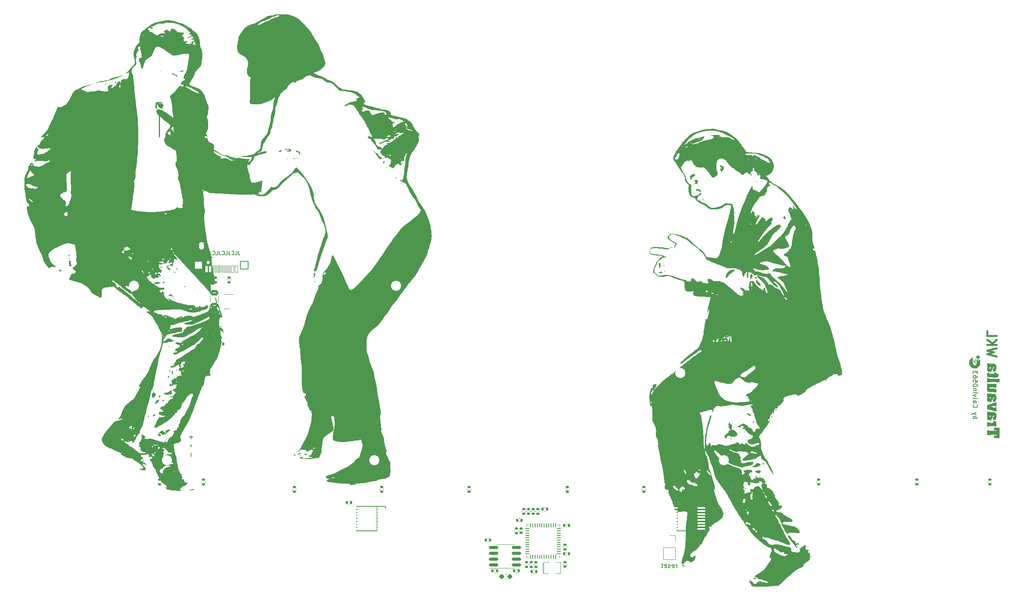
<source format=gbr>
%TF.GenerationSoftware,KiCad,Pcbnew,8.0.8*%
%TF.CreationDate,2025-03-01T19:11:40+01:00*%
%TF.ProjectId,travaulta WKL,74726176-6175-46c7-9461-20574b4c2e6b,rev?*%
%TF.SameCoordinates,Original*%
%TF.FileFunction,Legend,Bot*%
%TF.FilePolarity,Positive*%
%FSLAX46Y46*%
G04 Gerber Fmt 4.6, Leading zero omitted, Abs format (unit mm)*
G04 Created by KiCad (PCBNEW 8.0.8) date 2025-03-01 19:11:40*
%MOMM*%
%LPD*%
G01*
G04 APERTURE LIST*
G04 Aperture macros list*
%AMRoundRect*
0 Rectangle with rounded corners*
0 $1 Rounding radius*
0 $2 $3 $4 $5 $6 $7 $8 $9 X,Y pos of 4 corners*
0 Add a 4 corners polygon primitive as box body*
4,1,4,$2,$3,$4,$5,$6,$7,$8,$9,$2,$3,0*
0 Add four circle primitives for the rounded corners*
1,1,$1+$1,$2,$3*
1,1,$1+$1,$4,$5*
1,1,$1+$1,$6,$7*
1,1,$1+$1,$8,$9*
0 Add four rect primitives between the rounded corners*
20,1,$1+$1,$2,$3,$4,$5,0*
20,1,$1+$1,$4,$5,$6,$7,0*
20,1,$1+$1,$6,$7,$8,$9,0*
20,1,$1+$1,$8,$9,$2,$3,0*%
G04 Aperture macros list end*
%ADD10C,0.150000*%
%ADD11C,0.200000*%
%ADD12C,0.400000*%
%ADD13C,0.120000*%
%ADD14C,0.000000*%
%ADD15C,0.170180*%
%ADD16C,0.002540*%
%ADD17C,2.200000*%
%ADD18C,1.500000*%
%ADD19R,0.400000X1.900000*%
%ADD20RoundRect,0.140000X0.140000X0.170000X-0.140000X0.170000X-0.140000X-0.170000X0.140000X-0.170000X0*%
%ADD21RoundRect,0.140000X-0.140000X-0.170000X0.140000X-0.170000X0.140000X0.170000X-0.140000X0.170000X0*%
%ADD22RoundRect,0.140000X-0.170000X0.140000X-0.170000X-0.140000X0.170000X-0.140000X0.170000X0.140000X0*%
%ADD23RoundRect,0.150000X-0.825000X-0.150000X0.825000X-0.150000X0.825000X0.150000X-0.825000X0.150000X0*%
%ADD24RoundRect,0.135000X-0.185000X0.135000X-0.185000X-0.135000X0.185000X-0.135000X0.185000X0.135000X0*%
%ADD25RoundRect,0.135000X0.185000X-0.135000X0.185000X0.135000X-0.185000X0.135000X-0.185000X-0.135000X0*%
%ADD26RoundRect,0.135000X-0.135000X-0.185000X0.135000X-0.185000X0.135000X0.185000X-0.135000X0.185000X0*%
%ADD27RoundRect,0.062500X0.062500X-0.375000X0.062500X0.375000X-0.062500X0.375000X-0.062500X-0.375000X0*%
%ADD28RoundRect,0.062500X0.375000X-0.062500X0.375000X0.062500X-0.375000X0.062500X-0.375000X-0.062500X0*%
%ADD29R,5.600000X5.600000*%
%ADD30R,1.778000X0.419100*%
%ADD31RoundRect,0.135000X0.135000X0.185000X-0.135000X0.185000X-0.135000X-0.185000X0.135000X-0.185000X0*%
%ADD32RoundRect,0.250000X-0.625000X0.375000X-0.625000X-0.375000X0.625000X-0.375000X0.625000X0.375000X0*%
%ADD33R,0.700000X1.000000*%
%ADD34R,0.700000X0.600000*%
%ADD35RoundRect,0.140000X0.170000X-0.140000X0.170000X0.140000X-0.170000X0.140000X-0.170000X-0.140000X0*%
%ADD36R,1.700000X1.700000*%
%ADD37O,1.700000X1.700000*%
%ADD38RoundRect,0.150000X0.587500X0.150000X-0.587500X0.150000X-0.587500X-0.150000X0.587500X-0.150000X0*%
%ADD39C,0.750000*%
%ADD40RoundRect,0.050000X-0.300000X-0.725000X0.300000X-0.725000X0.300000X0.725000X-0.300000X0.725000X0*%
%ADD41RoundRect,0.050000X-0.150000X-0.725000X0.150000X-0.725000X0.150000X0.725000X-0.150000X0.725000X0*%
%ADD42RoundRect,0.050000X-0.850000X-0.850000X0.850000X-0.850000X0.850000X0.850000X-0.850000X0.850000X0*%
%ADD43O,1.100000X1.700000*%
%ADD44RoundRect,0.237500X0.250000X0.237500X-0.250000X0.237500X-0.250000X-0.237500X0.250000X-0.237500X0*%
G04 APERTURE END LIST*
D10*
X86245238Y-49568545D02*
X86245238Y-50139973D01*
X86245238Y-50139973D02*
X86283333Y-50254259D01*
X86283333Y-50254259D02*
X86359524Y-50330450D01*
X86359524Y-50330450D02*
X86473809Y-50368545D01*
X86473809Y-50368545D02*
X86550000Y-50368545D01*
X85483333Y-50368545D02*
X85864285Y-50368545D01*
X85864285Y-50368545D02*
X85864285Y-49568545D01*
X84759523Y-50292354D02*
X84797619Y-50330450D01*
X84797619Y-50330450D02*
X84911904Y-50368545D01*
X84911904Y-50368545D02*
X84988095Y-50368545D01*
X84988095Y-50368545D02*
X85102381Y-50330450D01*
X85102381Y-50330450D02*
X85178571Y-50254259D01*
X85178571Y-50254259D02*
X85216666Y-50178069D01*
X85216666Y-50178069D02*
X85254762Y-50025688D01*
X85254762Y-50025688D02*
X85254762Y-49911402D01*
X85254762Y-49911402D02*
X85216666Y-49759021D01*
X85216666Y-49759021D02*
X85178571Y-49682830D01*
X85178571Y-49682830D02*
X85102381Y-49606640D01*
X85102381Y-49606640D02*
X84988095Y-49568545D01*
X84988095Y-49568545D02*
X84911904Y-49568545D01*
X84911904Y-49568545D02*
X84797619Y-49606640D01*
X84797619Y-49606640D02*
X84759523Y-49644735D01*
X84188095Y-49568545D02*
X84188095Y-50139973D01*
X84188095Y-50139973D02*
X84226190Y-50254259D01*
X84226190Y-50254259D02*
X84302381Y-50330450D01*
X84302381Y-50330450D02*
X84416666Y-50368545D01*
X84416666Y-50368545D02*
X84492857Y-50368545D01*
X83426190Y-50368545D02*
X83807142Y-50368545D01*
X83807142Y-50368545D02*
X83807142Y-49568545D01*
X82702380Y-50292354D02*
X82740476Y-50330450D01*
X82740476Y-50330450D02*
X82854761Y-50368545D01*
X82854761Y-50368545D02*
X82930952Y-50368545D01*
X82930952Y-50368545D02*
X83045238Y-50330450D01*
X83045238Y-50330450D02*
X83121428Y-50254259D01*
X83121428Y-50254259D02*
X83159523Y-50178069D01*
X83159523Y-50178069D02*
X83197619Y-50025688D01*
X83197619Y-50025688D02*
X83197619Y-49911402D01*
X83197619Y-49911402D02*
X83159523Y-49759021D01*
X83159523Y-49759021D02*
X83121428Y-49682830D01*
X83121428Y-49682830D02*
X83045238Y-49606640D01*
X83045238Y-49606640D02*
X82930952Y-49568545D01*
X82930952Y-49568545D02*
X82854761Y-49568545D01*
X82854761Y-49568545D02*
X82740476Y-49606640D01*
X82740476Y-49606640D02*
X82702380Y-49644735D01*
X82130952Y-49568545D02*
X82130952Y-50139973D01*
X82130952Y-50139973D02*
X82169047Y-50254259D01*
X82169047Y-50254259D02*
X82245238Y-50330450D01*
X82245238Y-50330450D02*
X82359523Y-50368545D01*
X82359523Y-50368545D02*
X82435714Y-50368545D01*
X81369047Y-50368545D02*
X81749999Y-50368545D01*
X81749999Y-50368545D02*
X81749999Y-49568545D01*
X80645237Y-50292354D02*
X80683333Y-50330450D01*
X80683333Y-50330450D02*
X80797618Y-50368545D01*
X80797618Y-50368545D02*
X80873809Y-50368545D01*
X80873809Y-50368545D02*
X80988095Y-50330450D01*
X80988095Y-50330450D02*
X81064285Y-50254259D01*
X81064285Y-50254259D02*
X81102380Y-50178069D01*
X81102380Y-50178069D02*
X81140476Y-50025688D01*
X81140476Y-50025688D02*
X81140476Y-49911402D01*
X81140476Y-49911402D02*
X81102380Y-49759021D01*
X81102380Y-49759021D02*
X81064285Y-49682830D01*
X81064285Y-49682830D02*
X80988095Y-49606640D01*
X80988095Y-49606640D02*
X80873809Y-49568545D01*
X80873809Y-49568545D02*
X80797618Y-49568545D01*
X80797618Y-49568545D02*
X80683333Y-49606640D01*
X80683333Y-49606640D02*
X80645237Y-49644735D01*
X80073809Y-49568545D02*
X80073809Y-50139973D01*
X80073809Y-50139973D02*
X80111904Y-50254259D01*
X80111904Y-50254259D02*
X80188095Y-50330450D01*
X80188095Y-50330450D02*
X80302380Y-50368545D01*
X80302380Y-50368545D02*
X80378571Y-50368545D01*
X79311904Y-50368545D02*
X79692856Y-50368545D01*
X79692856Y-50368545D02*
X79692856Y-49568545D01*
X78588094Y-50292354D02*
X78626190Y-50330450D01*
X78626190Y-50330450D02*
X78740475Y-50368545D01*
X78740475Y-50368545D02*
X78816666Y-50368545D01*
X78816666Y-50368545D02*
X78930952Y-50330450D01*
X78930952Y-50330450D02*
X79007142Y-50254259D01*
X79007142Y-50254259D02*
X79045237Y-50178069D01*
X79045237Y-50178069D02*
X79083333Y-50025688D01*
X79083333Y-50025688D02*
X79083333Y-49911402D01*
X79083333Y-49911402D02*
X79045237Y-49759021D01*
X79045237Y-49759021D02*
X79007142Y-49682830D01*
X79007142Y-49682830D02*
X78930952Y-49606640D01*
X78930952Y-49606640D02*
X78816666Y-49568545D01*
X78816666Y-49568545D02*
X78740475Y-49568545D01*
X78740475Y-49568545D02*
X78626190Y-49606640D01*
X78626190Y-49606640D02*
X78588094Y-49644735D01*
X246401430Y-86129166D02*
X247401430Y-86129166D01*
X247020478Y-86129166D02*
X247068097Y-86033928D01*
X247068097Y-86033928D02*
X247068097Y-85843452D01*
X247068097Y-85843452D02*
X247020478Y-85748214D01*
X247020478Y-85748214D02*
X246972859Y-85700595D01*
X246972859Y-85700595D02*
X246877621Y-85652976D01*
X246877621Y-85652976D02*
X246591907Y-85652976D01*
X246591907Y-85652976D02*
X246496669Y-85700595D01*
X246496669Y-85700595D02*
X246449050Y-85748214D01*
X246449050Y-85748214D02*
X246401430Y-85843452D01*
X246401430Y-85843452D02*
X246401430Y-86033928D01*
X246401430Y-86033928D02*
X246449050Y-86129166D01*
X247068097Y-85319642D02*
X246401430Y-85081547D01*
X247068097Y-84843452D02*
X246401430Y-85081547D01*
X246401430Y-85081547D02*
X246163335Y-85176785D01*
X246163335Y-85176785D02*
X246115716Y-85224404D01*
X246115716Y-85224404D02*
X246068097Y-85319642D01*
X246496669Y-83129166D02*
X246449050Y-83176785D01*
X246449050Y-83176785D02*
X246401430Y-83319642D01*
X246401430Y-83319642D02*
X246401430Y-83414880D01*
X246401430Y-83414880D02*
X246449050Y-83557737D01*
X246449050Y-83557737D02*
X246544288Y-83652975D01*
X246544288Y-83652975D02*
X246639526Y-83700594D01*
X246639526Y-83700594D02*
X246830002Y-83748213D01*
X246830002Y-83748213D02*
X246972859Y-83748213D01*
X246972859Y-83748213D02*
X247163335Y-83700594D01*
X247163335Y-83700594D02*
X247258573Y-83652975D01*
X247258573Y-83652975D02*
X247353811Y-83557737D01*
X247353811Y-83557737D02*
X247401430Y-83414880D01*
X247401430Y-83414880D02*
X247401430Y-83319642D01*
X247401430Y-83319642D02*
X247353811Y-83176785D01*
X247353811Y-83176785D02*
X247306192Y-83129166D01*
X246401430Y-82272023D02*
X246925240Y-82272023D01*
X246925240Y-82272023D02*
X247020478Y-82319642D01*
X247020478Y-82319642D02*
X247068097Y-82414880D01*
X247068097Y-82414880D02*
X247068097Y-82605356D01*
X247068097Y-82605356D02*
X247020478Y-82700594D01*
X246449050Y-82272023D02*
X246401430Y-82367261D01*
X246401430Y-82367261D02*
X246401430Y-82605356D01*
X246401430Y-82605356D02*
X246449050Y-82700594D01*
X246449050Y-82700594D02*
X246544288Y-82748213D01*
X246544288Y-82748213D02*
X246639526Y-82748213D01*
X246639526Y-82748213D02*
X246734764Y-82700594D01*
X246734764Y-82700594D02*
X246782383Y-82605356D01*
X246782383Y-82605356D02*
X246782383Y-82367261D01*
X246782383Y-82367261D02*
X246830002Y-82272023D01*
X246401430Y-81652975D02*
X246449050Y-81748213D01*
X246449050Y-81748213D02*
X246544288Y-81795832D01*
X246544288Y-81795832D02*
X247401430Y-81795832D01*
X247068097Y-81367260D02*
X246401430Y-81129165D01*
X246401430Y-81129165D02*
X247068097Y-80891070D01*
X246401430Y-80510117D02*
X247068097Y-80510117D01*
X247401430Y-80510117D02*
X247353811Y-80557736D01*
X247353811Y-80557736D02*
X247306192Y-80510117D01*
X247306192Y-80510117D02*
X247353811Y-80462498D01*
X247353811Y-80462498D02*
X247401430Y-80510117D01*
X247401430Y-80510117D02*
X247306192Y-80510117D01*
X247068097Y-80033927D02*
X246401430Y-80033927D01*
X246972859Y-80033927D02*
X247020478Y-79986308D01*
X247020478Y-79986308D02*
X247068097Y-79891070D01*
X247068097Y-79891070D02*
X247068097Y-79748213D01*
X247068097Y-79748213D02*
X247020478Y-79652975D01*
X247020478Y-79652975D02*
X246925240Y-79605356D01*
X246925240Y-79605356D02*
X246401430Y-79605356D01*
X247401430Y-78938689D02*
X247401430Y-78843451D01*
X247401430Y-78843451D02*
X247353811Y-78748213D01*
X247353811Y-78748213D02*
X247306192Y-78700594D01*
X247306192Y-78700594D02*
X247210954Y-78652975D01*
X247210954Y-78652975D02*
X247020478Y-78605356D01*
X247020478Y-78605356D02*
X246782383Y-78605356D01*
X246782383Y-78605356D02*
X246591907Y-78652975D01*
X246591907Y-78652975D02*
X246496669Y-78700594D01*
X246496669Y-78700594D02*
X246449050Y-78748213D01*
X246449050Y-78748213D02*
X246401430Y-78843451D01*
X246401430Y-78843451D02*
X246401430Y-78938689D01*
X246401430Y-78938689D02*
X246449050Y-79033927D01*
X246449050Y-79033927D02*
X246496669Y-79081546D01*
X246496669Y-79081546D02*
X246591907Y-79129165D01*
X246591907Y-79129165D02*
X246782383Y-79176784D01*
X246782383Y-79176784D02*
X247020478Y-79176784D01*
X247020478Y-79176784D02*
X247210954Y-79129165D01*
X247210954Y-79129165D02*
X247306192Y-79081546D01*
X247306192Y-79081546D02*
X247353811Y-79033927D01*
X247353811Y-79033927D02*
X247401430Y-78938689D01*
X247401430Y-77700594D02*
X247401430Y-78176784D01*
X247401430Y-78176784D02*
X246925240Y-78224403D01*
X246925240Y-78224403D02*
X246972859Y-78176784D01*
X246972859Y-78176784D02*
X247020478Y-78081546D01*
X247020478Y-78081546D02*
X247020478Y-77843451D01*
X247020478Y-77843451D02*
X246972859Y-77748213D01*
X246972859Y-77748213D02*
X246925240Y-77700594D01*
X246925240Y-77700594D02*
X246830002Y-77652975D01*
X246830002Y-77652975D02*
X246591907Y-77652975D01*
X246591907Y-77652975D02*
X246496669Y-77700594D01*
X246496669Y-77700594D02*
X246449050Y-77748213D01*
X246449050Y-77748213D02*
X246401430Y-77843451D01*
X246401430Y-77843451D02*
X246401430Y-78081546D01*
X246401430Y-78081546D02*
X246449050Y-78176784D01*
X246449050Y-78176784D02*
X246496669Y-78224403D01*
X247401430Y-76795832D02*
X247401430Y-76986308D01*
X247401430Y-76986308D02*
X247353811Y-77081546D01*
X247353811Y-77081546D02*
X247306192Y-77129165D01*
X247306192Y-77129165D02*
X247163335Y-77224403D01*
X247163335Y-77224403D02*
X246972859Y-77272022D01*
X246972859Y-77272022D02*
X246591907Y-77272022D01*
X246591907Y-77272022D02*
X246496669Y-77224403D01*
X246496669Y-77224403D02*
X246449050Y-77176784D01*
X246449050Y-77176784D02*
X246401430Y-77081546D01*
X246401430Y-77081546D02*
X246401430Y-76891070D01*
X246401430Y-76891070D02*
X246449050Y-76795832D01*
X246449050Y-76795832D02*
X246496669Y-76748213D01*
X246496669Y-76748213D02*
X246591907Y-76700594D01*
X246591907Y-76700594D02*
X246830002Y-76700594D01*
X246830002Y-76700594D02*
X246925240Y-76748213D01*
X246925240Y-76748213D02*
X246972859Y-76795832D01*
X246972859Y-76795832D02*
X247020478Y-76891070D01*
X247020478Y-76891070D02*
X247020478Y-77081546D01*
X247020478Y-77081546D02*
X246972859Y-77176784D01*
X246972859Y-77176784D02*
X246925240Y-77224403D01*
X246925240Y-77224403D02*
X246830002Y-77272022D01*
X247401430Y-76367260D02*
X247401430Y-75748213D01*
X247401430Y-75748213D02*
X247020478Y-76081546D01*
X247020478Y-76081546D02*
X247020478Y-75938689D01*
X247020478Y-75938689D02*
X246972859Y-75843451D01*
X246972859Y-75843451D02*
X246925240Y-75795832D01*
X246925240Y-75795832D02*
X246830002Y-75748213D01*
X246830002Y-75748213D02*
X246591907Y-75748213D01*
X246591907Y-75748213D02*
X246496669Y-75795832D01*
X246496669Y-75795832D02*
X246449050Y-75843451D01*
X246449050Y-75843451D02*
X246401430Y-75938689D01*
X246401430Y-75938689D02*
X246401430Y-76224403D01*
X246401430Y-76224403D02*
X246449050Y-76319641D01*
X246449050Y-76319641D02*
X246496669Y-76367260D01*
X181800297Y-118723569D02*
X181800297Y-118056902D01*
X181800297Y-118247378D02*
X181752678Y-118152140D01*
X181752678Y-118152140D02*
X181705059Y-118104521D01*
X181705059Y-118104521D02*
X181609821Y-118056902D01*
X181609821Y-118056902D02*
X181514583Y-118056902D01*
X180800297Y-118675950D02*
X180895535Y-118723569D01*
X180895535Y-118723569D02*
X181086011Y-118723569D01*
X181086011Y-118723569D02*
X181181249Y-118675950D01*
X181181249Y-118675950D02*
X181228868Y-118580711D01*
X181228868Y-118580711D02*
X181228868Y-118199759D01*
X181228868Y-118199759D02*
X181181249Y-118104521D01*
X181181249Y-118104521D02*
X181086011Y-118056902D01*
X181086011Y-118056902D02*
X180895535Y-118056902D01*
X180895535Y-118056902D02*
X180800297Y-118104521D01*
X180800297Y-118104521D02*
X180752678Y-118199759D01*
X180752678Y-118199759D02*
X180752678Y-118294997D01*
X180752678Y-118294997D02*
X181228868Y-118390235D01*
X180371725Y-118675950D02*
X180276487Y-118723569D01*
X180276487Y-118723569D02*
X180086011Y-118723569D01*
X180086011Y-118723569D02*
X179990773Y-118675950D01*
X179990773Y-118675950D02*
X179943154Y-118580711D01*
X179943154Y-118580711D02*
X179943154Y-118533092D01*
X179943154Y-118533092D02*
X179990773Y-118437854D01*
X179990773Y-118437854D02*
X180086011Y-118390235D01*
X180086011Y-118390235D02*
X180228868Y-118390235D01*
X180228868Y-118390235D02*
X180324106Y-118342616D01*
X180324106Y-118342616D02*
X180371725Y-118247378D01*
X180371725Y-118247378D02*
X180371725Y-118199759D01*
X180371725Y-118199759D02*
X180324106Y-118104521D01*
X180324106Y-118104521D02*
X180228868Y-118056902D01*
X180228868Y-118056902D02*
X180086011Y-118056902D01*
X180086011Y-118056902D02*
X179990773Y-118104521D01*
X179133630Y-118675950D02*
X179228868Y-118723569D01*
X179228868Y-118723569D02*
X179419344Y-118723569D01*
X179419344Y-118723569D02*
X179514582Y-118675950D01*
X179514582Y-118675950D02*
X179562201Y-118580711D01*
X179562201Y-118580711D02*
X179562201Y-118199759D01*
X179562201Y-118199759D02*
X179514582Y-118104521D01*
X179514582Y-118104521D02*
X179419344Y-118056902D01*
X179419344Y-118056902D02*
X179228868Y-118056902D01*
X179228868Y-118056902D02*
X179133630Y-118104521D01*
X179133630Y-118104521D02*
X179086011Y-118199759D01*
X179086011Y-118199759D02*
X179086011Y-118294997D01*
X179086011Y-118294997D02*
X179562201Y-118390235D01*
X178800296Y-118056902D02*
X178419344Y-118056902D01*
X178657439Y-117723569D02*
X178657439Y-118580711D01*
X178657439Y-118580711D02*
X178609820Y-118675950D01*
X178609820Y-118675950D02*
X178514582Y-118723569D01*
X178514582Y-118723569D02*
X178419344Y-118723569D01*
D11*
X75858222Y-92303571D02*
X76029651Y-92074999D01*
X76029651Y-92074999D02*
X75858222Y-91846428D01*
D10*
X75896867Y-94377752D02*
X75896867Y-93615848D01*
D12*
X251503061Y-72516666D02*
X249503061Y-72040476D01*
X249503061Y-72040476D02*
X250931633Y-71659523D01*
X250931633Y-71659523D02*
X249503061Y-71278571D01*
X249503061Y-71278571D02*
X251503061Y-70802381D01*
X249503061Y-70040476D02*
X251503061Y-70040476D01*
X249503061Y-68897619D02*
X250645919Y-69754762D01*
X251503061Y-68897619D02*
X250360204Y-70040476D01*
X249503061Y-67088095D02*
X249503061Y-68040476D01*
X249503061Y-68040476D02*
X251503061Y-68040476D01*
D10*
X75926064Y-90552916D02*
X75926064Y-89791012D01*
X75545111Y-90171964D02*
X76307016Y-90171964D01*
D13*
%TO.C,Y1*%
X152616000Y-117945000D02*
X152616000Y-117545000D01*
X152616000Y-119945000D02*
X152616000Y-117945000D01*
X152816000Y-117945000D02*
X152816000Y-117545000D01*
X152816000Y-117945000D02*
X152816000Y-119945000D01*
X152816000Y-119945000D02*
X153816000Y-119945000D01*
X153816000Y-117545000D02*
X152816000Y-117545000D01*
X153816000Y-117545000D02*
X153816000Y-117145000D01*
X155616000Y-119945000D02*
X156416000Y-119945000D01*
X156416000Y-117545000D02*
X155616000Y-117545000D01*
X156416000Y-117945000D02*
X156416000Y-117545000D01*
X156416000Y-119945000D02*
X156416000Y-117945000D01*
%TO.C,C7*%
X147611836Y-108691000D02*
X147396164Y-108691000D01*
X147611836Y-107971000D02*
X147396164Y-107971000D01*
D14*
%TO.C,G\u002A\u002A\u002A*%
G36*
X246884250Y-73175750D02*
G01*
X246998250Y-73289737D01*
X246998250Y-73444737D01*
X246998250Y-73599737D01*
X246884250Y-73485750D01*
X246770250Y-73371764D01*
X246770250Y-73216764D01*
X246770250Y-73061764D01*
X246884250Y-73175750D01*
G37*
G36*
X246544546Y-73343433D02*
G01*
X246547988Y-73346713D01*
X246554000Y-73352568D01*
X246562432Y-73360850D01*
X246573132Y-73371408D01*
X246585951Y-73384093D01*
X246600736Y-73398755D01*
X246617338Y-73415244D01*
X246635606Y-73433411D01*
X246655388Y-73453105D01*
X246676535Y-73474177D01*
X246698895Y-73496476D01*
X246722317Y-73519855D01*
X246746652Y-73544162D01*
X246771747Y-73569247D01*
X246998250Y-73795744D01*
X246998250Y-73950744D01*
X246998250Y-74105744D01*
X246770250Y-73877750D01*
X246542250Y-73649757D01*
X246542250Y-73496254D01*
X246542251Y-73491811D01*
X246542277Y-73467615D01*
X246542338Y-73444669D01*
X246542432Y-73423278D01*
X246542555Y-73403747D01*
X246542705Y-73386383D01*
X246542878Y-73371490D01*
X246543072Y-73359375D01*
X246543283Y-73350343D01*
X246543509Y-73344700D01*
X246543747Y-73342750D01*
X246544546Y-73343433D01*
G37*
G36*
X246378250Y-73427756D02*
G01*
X246378250Y-74211758D01*
X246574250Y-74407750D01*
X246770250Y-74603743D01*
X246966250Y-74407750D01*
X247162251Y-74211758D01*
X247162250Y-73628254D01*
X247162254Y-73587545D01*
X247162265Y-73540377D01*
X247162284Y-73494388D01*
X247162310Y-73449734D01*
X247162344Y-73406572D01*
X247162385Y-73365058D01*
X247162432Y-73325349D01*
X247162485Y-73287603D01*
X247162545Y-73251975D01*
X247162610Y-73218623D01*
X247162680Y-73187704D01*
X247162755Y-73159373D01*
X247162834Y-73133789D01*
X247162918Y-73111107D01*
X247163006Y-73091485D01*
X247163097Y-73075078D01*
X247163192Y-73062045D01*
X247163289Y-73052541D01*
X247163389Y-73046724D01*
X247163491Y-73044750D01*
X247166252Y-73046138D01*
X247171432Y-73050080D01*
X247178683Y-73056238D01*
X247187658Y-73064275D01*
X247198012Y-73073854D01*
X247209397Y-73084636D01*
X247221467Y-73096285D01*
X247233875Y-73108463D01*
X247246275Y-73120833D01*
X247258319Y-73133058D01*
X247269662Y-73144799D01*
X247279956Y-73155720D01*
X247288855Y-73165483D01*
X247296013Y-73173750D01*
X247321196Y-73205099D01*
X247357718Y-73255242D01*
X247390774Y-73306861D01*
X247420483Y-73360194D01*
X247446968Y-73415480D01*
X247470347Y-73472960D01*
X247490742Y-73532872D01*
X247508272Y-73595455D01*
X247509795Y-73601380D01*
X247512289Y-73610575D01*
X247514403Y-73617730D01*
X247515950Y-73622229D01*
X247516743Y-73623455D01*
X247517352Y-73621820D01*
X247518675Y-73617094D01*
X247520205Y-73610750D01*
X247521578Y-73604883D01*
X247525358Y-73589958D01*
X247530006Y-73572806D01*
X247535218Y-73554484D01*
X247540688Y-73536054D01*
X247546112Y-73518572D01*
X247551186Y-73503100D01*
X247553967Y-73495024D01*
X247576541Y-73436046D01*
X247602446Y-73378903D01*
X247631547Y-73323851D01*
X247663709Y-73271148D01*
X247698797Y-73221053D01*
X247700145Y-73219256D01*
X247705954Y-73211524D01*
X247710778Y-73205128D01*
X247714146Y-73200692D01*
X247715587Y-73198837D01*
X247715962Y-73199083D01*
X247718733Y-73201592D01*
X247724016Y-73206626D01*
X247731600Y-73213977D01*
X247741273Y-73223438D01*
X247752823Y-73234800D01*
X247766039Y-73247854D01*
X247780709Y-73262393D01*
X247796622Y-73278207D01*
X247813566Y-73295089D01*
X247831331Y-73312831D01*
X247946250Y-73427737D01*
X247946250Y-73918742D01*
X247946250Y-74409747D01*
X247554752Y-74801249D01*
X247163254Y-75192751D01*
X246770254Y-75192751D01*
X246377254Y-75192750D01*
X245985752Y-74801252D01*
X245594250Y-74409754D01*
X245594250Y-73918750D01*
X245594250Y-73427747D01*
X245986250Y-73035750D01*
X246378250Y-72643754D01*
X246378250Y-73427756D01*
G37*
G36*
X247517014Y-72094903D02*
G01*
X247517950Y-72098277D01*
X247519611Y-72104594D01*
X247521777Y-72113009D01*
X247524228Y-72122676D01*
X247530116Y-72144599D01*
X247546142Y-72194303D01*
X247565682Y-72243701D01*
X247588431Y-72292168D01*
X247614082Y-72339082D01*
X247642330Y-72383817D01*
X247672868Y-72425750D01*
X247688668Y-72445170D01*
X247709612Y-72469145D01*
X247731997Y-72493126D01*
X247754975Y-72516236D01*
X247777701Y-72537602D01*
X247799326Y-72556348D01*
X247818452Y-72571664D01*
X247865513Y-72605738D01*
X247914639Y-72636411D01*
X247965699Y-72663617D01*
X248018563Y-72687289D01*
X248073102Y-72707361D01*
X248129185Y-72723768D01*
X248133714Y-72724936D01*
X248142644Y-72727335D01*
X248148249Y-72729060D01*
X248150941Y-72730278D01*
X248151131Y-72731155D01*
X248149229Y-72731856D01*
X248113692Y-72741026D01*
X248057774Y-72758553D01*
X248004049Y-72779372D01*
X247952392Y-72803538D01*
X247902674Y-72831109D01*
X247854769Y-72862139D01*
X247830018Y-72880093D01*
X247786277Y-72915527D01*
X247745050Y-72953847D01*
X247706491Y-72994833D01*
X247670754Y-73038261D01*
X247637992Y-73083912D01*
X247608360Y-73131564D01*
X247582012Y-73180995D01*
X247559101Y-73231984D01*
X247539780Y-73284310D01*
X247524205Y-73337750D01*
X247523632Y-73340003D01*
X247521146Y-73349460D01*
X247518954Y-73357332D01*
X247517276Y-73362853D01*
X247516332Y-73365256D01*
X247515730Y-73364805D01*
X247514312Y-73361347D01*
X247512456Y-73355248D01*
X247510405Y-73347256D01*
X247505818Y-73329198D01*
X247495238Y-73293578D01*
X247482515Y-73256983D01*
X247468088Y-73220633D01*
X247452396Y-73185750D01*
X247433400Y-73148575D01*
X247404527Y-73099520D01*
X247372480Y-73052706D01*
X247337424Y-73008279D01*
X247299522Y-72966384D01*
X247258937Y-72927165D01*
X247215833Y-72890768D01*
X247170373Y-72857339D01*
X247122721Y-72827021D01*
X247073041Y-72799961D01*
X247021497Y-72776303D01*
X246968250Y-72756192D01*
X246960304Y-72753539D01*
X246950808Y-72750487D01*
X246941080Y-72747524D01*
X246930391Y-72744440D01*
X246918010Y-72741026D01*
X246903206Y-72737070D01*
X246885250Y-72732365D01*
X246883773Y-72731975D01*
X246881325Y-72731189D01*
X246880644Y-72730418D01*
X246882153Y-72729466D01*
X246886274Y-72728133D01*
X246893430Y-72726221D01*
X246904043Y-72723531D01*
X246908028Y-72722502D01*
X246920798Y-72718984D01*
X246935293Y-72714746D01*
X246950015Y-72710231D01*
X246963471Y-72705885D01*
X247004349Y-72691049D01*
X247056751Y-72668392D01*
X247107153Y-72642400D01*
X247155427Y-72613215D01*
X247201439Y-72580978D01*
X247245058Y-72545830D01*
X247286153Y-72507912D01*
X247324593Y-72467364D01*
X247360245Y-72424328D01*
X247392979Y-72378944D01*
X247422663Y-72331354D01*
X247449165Y-72281699D01*
X247472354Y-72230119D01*
X247492098Y-72176756D01*
X247508267Y-72121750D01*
X247509940Y-72115399D01*
X247512471Y-72106425D01*
X247514609Y-72099609D01*
X247516169Y-72095525D01*
X247516966Y-72094750D01*
X247517014Y-72094903D01*
G37*
D13*
%TO.C,C12*%
X181550350Y-104174305D02*
X181766022Y-104174305D01*
X181550350Y-104894305D02*
X181766022Y-104894305D01*
%TO.C,C15*%
X149391000Y-117912164D02*
X149391000Y-118127836D01*
X148671000Y-117912164D02*
X148671000Y-118127836D01*
D14*
%TO.C,G\u002A\u002A\u002A*%
G36*
X99737333Y-28913667D02*
G01*
X99695000Y-28956000D01*
X99652666Y-28913667D01*
X99695000Y-28871334D01*
X99737333Y-28913667D01*
G37*
G36*
X73152000Y-52197000D02*
G01*
X73109666Y-52239334D01*
X73067333Y-52197000D01*
X73109666Y-52154667D01*
X73152000Y-52197000D01*
G37*
G36*
X72898000Y-59817000D02*
G01*
X72855666Y-59859334D01*
X72813333Y-59817000D01*
X72855666Y-59774667D01*
X72898000Y-59817000D01*
G37*
G36*
X72728666Y-75141667D02*
G01*
X72686333Y-75184000D01*
X72644000Y-75141667D01*
X72686333Y-75099334D01*
X72728666Y-75141667D01*
G37*
G36*
X72728666Y-54059667D02*
G01*
X72686333Y-54102000D01*
X72644000Y-54059667D01*
X72686333Y-54017334D01*
X72728666Y-54059667D01*
G37*
G36*
X72136000Y-53043667D02*
G01*
X72093666Y-53086000D01*
X72051333Y-53043667D01*
X72093666Y-53001334D01*
X72136000Y-53043667D01*
G37*
G36*
X70866000Y-52197000D02*
G01*
X70823666Y-52239334D01*
X70781333Y-52197000D01*
X70823666Y-52154667D01*
X70866000Y-52197000D01*
G37*
G36*
X70781333Y-59647667D02*
G01*
X70739000Y-59690000D01*
X70696666Y-59647667D01*
X70739000Y-59605334D01*
X70781333Y-59647667D01*
G37*
G36*
X70696666Y-14012334D02*
G01*
X70654333Y-14054667D01*
X70612000Y-14012334D01*
X70654333Y-13970000D01*
X70696666Y-14012334D01*
G37*
G36*
X69850000Y-97070334D02*
G01*
X69807666Y-97112667D01*
X69765333Y-97070334D01*
X69807666Y-97028000D01*
X69850000Y-97070334D01*
G37*
G36*
X61468000Y-10879667D02*
G01*
X61425666Y-10922000D01*
X61383333Y-10879667D01*
X61425666Y-10837334D01*
X61468000Y-10879667D01*
G37*
G36*
X54864000Y-12996334D02*
G01*
X54821666Y-13038667D01*
X54779333Y-12996334D01*
X54821666Y-12954000D01*
X54864000Y-12996334D01*
G37*
G36*
X54356000Y-13165667D02*
G01*
X54313666Y-13208000D01*
X54271333Y-13165667D01*
X54313666Y-13123334D01*
X54356000Y-13165667D01*
G37*
G36*
X43010666Y-25273000D02*
G01*
X42968333Y-25315334D01*
X42926000Y-25273000D01*
X42968333Y-25230667D01*
X43010666Y-25273000D01*
G37*
G36*
X78881111Y-79191556D02*
G01*
X78894357Y-79217022D01*
X78824666Y-79248000D01*
X78779844Y-79241890D01*
X78768222Y-79191556D01*
X78780631Y-79181423D01*
X78881111Y-79191556D01*
G37*
G36*
X73208444Y-10357556D02*
G01*
X73221690Y-10383022D01*
X73152000Y-10414000D01*
X73107178Y-10407890D01*
X73095555Y-10357556D01*
X73107965Y-10347423D01*
X73208444Y-10357556D01*
G37*
G36*
X70668444Y-58617556D02*
G01*
X70681690Y-58643022D01*
X70612000Y-58674000D01*
X70567178Y-58667890D01*
X70555555Y-58617556D01*
X70567965Y-58607423D01*
X70668444Y-58617556D01*
G37*
G36*
X69357875Y-10271497D02*
G01*
X69397064Y-10301972D01*
X69306722Y-10322649D01*
X69220848Y-10316663D01*
X69195597Y-10278181D01*
X69225551Y-10261403D01*
X69357875Y-10271497D01*
G37*
G36*
X69074631Y-28532667D02*
G01*
X69062829Y-28649136D01*
X69031927Y-28638500D01*
X69020744Y-28600176D01*
X69031927Y-28426834D01*
X69061326Y-28412471D01*
X69074631Y-28532667D01*
G37*
G36*
X54581778Y-13066889D02*
G01*
X54595023Y-13092355D01*
X54525333Y-13123334D01*
X54480511Y-13117223D01*
X54468889Y-13066889D01*
X54481298Y-13056756D01*
X54581778Y-13066889D01*
G37*
G36*
X49516631Y-38100000D02*
G01*
X49504829Y-38216470D01*
X49473927Y-38205834D01*
X49462744Y-38167509D01*
X49473927Y-37994167D01*
X49503326Y-37979805D01*
X49516631Y-38100000D01*
G37*
G36*
X76749480Y-57656619D02*
G01*
X76757866Y-57701010D01*
X76670663Y-57742667D01*
X76627916Y-57741011D01*
X76542409Y-57701016D01*
X76617483Y-57619283D01*
X76648011Y-57607777D01*
X76749480Y-57656619D01*
G37*
G36*
X72848771Y-75459199D02*
G01*
X72898000Y-75557945D01*
X72880576Y-75623830D01*
X72763944Y-75692000D01*
X72671434Y-75643129D01*
X72685650Y-75541676D01*
X72797458Y-75457403D01*
X72848771Y-75459199D01*
G37*
G36*
X72116041Y-54062217D02*
G01*
X72096294Y-54182415D01*
X72068123Y-54213339D01*
X71953439Y-54220825D01*
X71916201Y-54183020D01*
X71957878Y-54076922D01*
X72034139Y-54029844D01*
X72116041Y-54062217D01*
G37*
G36*
X71932418Y-88294252D02*
G01*
X71906282Y-88331863D01*
X71834670Y-88392000D01*
X71822834Y-88391176D01*
X71804188Y-88342166D01*
X71895082Y-88256915D01*
X71942397Y-88236315D01*
X71932418Y-88294252D01*
G37*
G36*
X69999757Y-55050032D02*
G01*
X69934666Y-55118000D01*
X69857970Y-55165470D01*
X69777866Y-55194150D01*
X69807666Y-55118000D01*
X69825790Y-55094941D01*
X69960830Y-55034630D01*
X69999757Y-55050032D01*
G37*
G36*
X69138418Y-52818918D02*
G01*
X69112282Y-52856530D01*
X69040670Y-52916667D01*
X69028834Y-52915843D01*
X69010188Y-52866832D01*
X69101082Y-52781582D01*
X69148397Y-52760981D01*
X69138418Y-52818918D01*
G37*
G36*
X57315081Y-12993706D02*
G01*
X57346006Y-13021877D01*
X57353491Y-13136561D01*
X57315686Y-13173799D01*
X57209588Y-13132122D01*
X57162511Y-13055861D01*
X57194883Y-12973959D01*
X57315081Y-12993706D01*
G37*
G36*
X96959084Y-29389696D02*
G01*
X97028000Y-29464000D01*
X97025719Y-29484088D01*
X96948330Y-29548667D01*
X96924576Y-29545437D01*
X96816333Y-29464000D01*
X96808368Y-29420379D01*
X96896003Y-29379334D01*
X96959084Y-29389696D01*
G37*
G36*
X75759769Y-3404246D02*
G01*
X75692000Y-3471334D01*
X75619472Y-3511251D01*
X75480333Y-3553407D01*
X75454897Y-3538421D01*
X75522666Y-3471334D01*
X75595194Y-3431416D01*
X75734333Y-3389260D01*
X75759769Y-3404246D01*
G37*
G36*
X74607423Y-57244219D02*
G01*
X74676000Y-57319334D01*
X74661672Y-57358283D01*
X74549000Y-57404000D01*
X74490576Y-57394448D01*
X74422000Y-57319334D01*
X74436328Y-57280384D01*
X74549000Y-57234667D01*
X74607423Y-57244219D01*
G37*
G36*
X71155620Y-70364648D02*
G01*
X71162333Y-70442667D01*
X71144956Y-70468005D01*
X71072670Y-70527334D01*
X71064220Y-70525132D01*
X71035333Y-70442667D01*
X71038779Y-70419461D01*
X71124997Y-70358000D01*
X71155620Y-70364648D01*
G37*
G36*
X69313778Y-18739556D02*
G01*
X69326013Y-18761013D01*
X69303148Y-18875034D01*
X69248388Y-18933706D01*
X69141272Y-18960203D01*
X69088000Y-18885664D01*
X69113541Y-18813882D01*
X69214750Y-18733172D01*
X69313778Y-18739556D01*
G37*
G36*
X66994473Y-55384184D02*
G01*
X67013666Y-55456667D01*
X66996337Y-55479789D01*
X66881670Y-55541334D01*
X66862767Y-55538910D01*
X66802000Y-55456667D01*
X66818154Y-55416205D01*
X66933997Y-55372000D01*
X66994473Y-55384184D01*
G37*
G36*
X49401129Y-51070155D02*
G01*
X49445333Y-51185997D01*
X49433150Y-51246473D01*
X49360666Y-51265667D01*
X49337544Y-51248337D01*
X49276000Y-51133670D01*
X49278423Y-51114768D01*
X49360666Y-51054000D01*
X49401129Y-51070155D01*
G37*
G36*
X99245755Y-29226733D02*
G01*
X99273684Y-29246082D01*
X99144666Y-29294667D01*
X98947951Y-29346406D01*
X98807800Y-29364199D01*
X98762849Y-29346953D01*
X98848333Y-29294667D01*
X98964613Y-29256323D01*
X99187000Y-29224391D01*
X99245755Y-29226733D01*
G37*
G36*
X72942398Y-53320567D02*
G01*
X72952426Y-53460493D01*
X72948271Y-53510440D01*
X72905419Y-53612434D01*
X72792166Y-53582637D01*
X72682776Y-53514415D01*
X72665401Y-53438454D01*
X72804260Y-53344856D01*
X72860902Y-53317064D01*
X72942398Y-53320567D01*
G37*
G36*
X71323680Y-75610260D02*
G01*
X71413005Y-75706625D01*
X71401487Y-75805624D01*
X71401206Y-75805905D01*
X71272683Y-75855093D01*
X71128206Y-75744221D01*
X71077107Y-75648518D01*
X71153982Y-75579920D01*
X71193731Y-75571443D01*
X71323680Y-75610260D01*
G37*
G36*
X71057364Y-76894919D02*
G01*
X71175220Y-76990972D01*
X71162333Y-77131334D01*
X71152401Y-77146431D01*
X71036556Y-77210741D01*
X70882933Y-77114400D01*
X70809644Y-77024932D01*
X70801863Y-76915989D01*
X70945670Y-76877334D01*
X71057364Y-76894919D01*
G37*
G36*
X69474833Y-53007080D02*
G01*
X69557704Y-53128127D01*
X69558244Y-53247927D01*
X69519087Y-53282034D01*
X69381622Y-53284911D01*
X69303990Y-53228638D01*
X69259748Y-53087716D01*
X69332407Y-52964929D01*
X69365474Y-52954765D01*
X69474833Y-53007080D01*
G37*
G36*
X66701759Y-85578951D02*
G01*
X66685160Y-85729055D01*
X66654426Y-85784518D01*
X66550657Y-85852000D01*
X66491691Y-85825045D01*
X66470497Y-85699883D01*
X66538713Y-85525461D01*
X66569312Y-85488855D01*
X66651478Y-85482668D01*
X66701759Y-85578951D01*
G37*
G36*
X49445333Y-50440167D02*
G01*
X49436663Y-50534991D01*
X49388889Y-50658889D01*
X49319294Y-50708713D01*
X49225203Y-50685069D01*
X49206611Y-50531465D01*
X49234933Y-50431446D01*
X49319089Y-50326059D01*
X49405589Y-50322707D01*
X49445333Y-50440167D01*
G37*
G36*
X98569772Y-29309325D02*
G01*
X98636666Y-29379334D01*
X98635875Y-29385761D01*
X98548765Y-29440816D01*
X98361500Y-29462704D01*
X98258864Y-29459781D01*
X98163845Y-29435551D01*
X98213333Y-29379334D01*
X98236335Y-29365458D01*
X98413916Y-29304700D01*
X98569772Y-29309325D01*
G37*
G36*
X72332352Y-54173957D02*
G01*
X72403628Y-54214978D01*
X72517197Y-54207099D01*
X72543845Y-54189986D01*
X72525577Y-54250167D01*
X72482204Y-54309619D01*
X72367825Y-54344411D01*
X72270120Y-54217025D01*
X72268741Y-54213416D01*
X72251500Y-54125671D01*
X72332352Y-54173957D01*
G37*
G36*
X70187370Y-56282167D02*
G01*
X70186881Y-56291852D01*
X70105463Y-56457938D01*
X69934666Y-56575546D01*
X69793230Y-56599870D01*
X69741953Y-56535467D01*
X69829823Y-56385067D01*
X69858300Y-56354221D01*
X70006183Y-56247340D01*
X70134130Y-56218068D01*
X70187370Y-56282167D01*
G37*
G36*
X69985470Y-82075876D02*
G01*
X69997611Y-82167458D01*
X69934545Y-82338480D01*
X69863658Y-82400362D01*
X69755740Y-82417071D01*
X69701332Y-82358040D01*
X69695829Y-82201848D01*
X69806665Y-82042832D01*
X69807757Y-82041927D01*
X69918591Y-81985820D01*
X69985470Y-82075876D01*
G37*
G36*
X69140524Y-30394938D02*
G01*
X69144201Y-30649334D01*
X69143715Y-30752938D01*
X69137658Y-30964113D01*
X69126133Y-31041301D01*
X69110990Y-30966834D01*
X69097290Y-30649751D01*
X69110990Y-30331834D01*
X69116651Y-30287004D01*
X69130725Y-30268272D01*
X69140524Y-30394938D01*
G37*
G36*
X69109562Y-81026349D02*
G01*
X69205709Y-81101408D01*
X69231200Y-81254326D01*
X69171772Y-81408078D01*
X69098653Y-81483827D01*
X68975588Y-81521685D01*
X68883931Y-81396269D01*
X68880664Y-81255079D01*
X68965634Y-81096965D01*
X69101024Y-81026000D01*
X69109562Y-81026349D01*
G37*
G36*
X59581794Y-12653163D02*
G01*
X59599726Y-12660192D01*
X59679484Y-12716125D01*
X59602960Y-12787925D01*
X59562509Y-12811539D01*
X59360406Y-12863775D01*
X59223964Y-12784069D01*
X59212052Y-12751042D01*
X59266669Y-12668838D01*
X59409953Y-12628881D01*
X59581794Y-12653163D01*
G37*
G36*
X47414087Y-53649400D02*
G01*
X47573109Y-53741019D01*
X47662388Y-53851025D01*
X47610889Y-53960889D01*
X47511931Y-54013354D01*
X47331855Y-53985511D01*
X47176831Y-53844556D01*
X47138306Y-53775847D01*
X47108475Y-53625730D01*
X47204733Y-53580019D01*
X47414087Y-53649400D01*
G37*
G36*
X82845925Y-66505105D02*
G01*
X82892705Y-66663712D01*
X82937946Y-66963454D01*
X82998266Y-67418170D01*
X82727985Y-67218342D01*
X82628078Y-67131137D01*
X82493801Y-66909383D01*
X82500325Y-66692087D01*
X82651772Y-66517201D01*
X82677371Y-66501548D01*
X82780012Y-66460196D01*
X82845925Y-66505105D01*
G37*
G36*
X68065148Y-85178167D02*
G01*
X68144729Y-85222309D01*
X68100506Y-85333050D01*
X67928625Y-85530425D01*
X67892549Y-85566570D01*
X67728639Y-85688249D01*
X67624409Y-85692276D01*
X67610707Y-85673446D01*
X67616888Y-85539895D01*
X67710434Y-85374619D01*
X67850707Y-85234062D01*
X67997071Y-85174667D01*
X68065148Y-85178167D01*
G37*
G36*
X74252666Y-10186220D02*
G01*
X74242103Y-10246496D01*
X74146833Y-10357927D01*
X74113770Y-10369556D01*
X73833532Y-10395305D01*
X73490666Y-10336649D01*
X73445900Y-10323421D01*
X73367378Y-10287395D01*
X73423719Y-10256972D01*
X73631432Y-10218271D01*
X73703567Y-10205840D01*
X73951563Y-10154954D01*
X74118265Y-10108791D01*
X74199545Y-10096960D01*
X74252666Y-10186220D01*
G37*
G36*
X71994459Y-75862875D02*
G01*
X71972803Y-76019200D01*
X71942563Y-76102397D01*
X71971278Y-76289229D01*
X72008057Y-76355455D01*
X72050037Y-76481375D01*
X72027329Y-76514505D01*
X71904455Y-76522797D01*
X71825212Y-76471226D01*
X71736873Y-76308380D01*
X71688494Y-76099319D01*
X71692942Y-75909451D01*
X71763084Y-75804182D01*
X71892112Y-75785995D01*
X71994459Y-75862875D01*
G37*
G36*
X95588666Y-27509742D02*
G01*
X95593510Y-27555922D01*
X95637805Y-27715537D01*
X95647153Y-27750945D01*
X95597273Y-27832717D01*
X95404972Y-27878245D01*
X95400443Y-27878801D01*
X95166365Y-27905926D01*
X94996000Y-27923009D01*
X94970371Y-27911453D01*
X95015987Y-27825796D01*
X95162135Y-27682559D01*
X95192810Y-27656542D01*
X95419672Y-27484871D01*
X95548153Y-27437344D01*
X95588666Y-27509742D01*
G37*
G36*
X76507091Y-101554877D02*
G01*
X76431901Y-101667582D01*
X76291200Y-101736975D01*
X76073000Y-101791489D01*
X75813318Y-101818803D01*
X75522666Y-101834114D01*
X75412326Y-101834874D01*
X75343894Y-101825172D01*
X75419474Y-101794800D01*
X75649666Y-101735529D01*
X75791708Y-101697824D01*
X76066738Y-101610445D01*
X76258362Y-101530834D01*
X76312004Y-101505993D01*
X76453790Y-101490506D01*
X76507091Y-101554877D01*
G37*
G36*
X68901165Y-89414658D02*
G01*
X69118142Y-89543124D01*
X69129883Y-89551124D01*
X69314791Y-89692340D01*
X69374461Y-89791735D01*
X69331757Y-89886009D01*
X69247648Y-89948838D01*
X69051581Y-89965376D01*
X68936731Y-89939124D01*
X68770500Y-89917156D01*
X68730713Y-89902309D01*
X68675136Y-89782990D01*
X68674246Y-89602285D01*
X68733429Y-89430834D01*
X68776433Y-89394579D01*
X68901165Y-89414658D01*
G37*
G36*
X68918666Y-82045934D02*
G01*
X68916390Y-82081585D01*
X68840434Y-82303267D01*
X68688893Y-82540853D01*
X68505508Y-82735732D01*
X68334024Y-82829292D01*
X68176785Y-82854606D01*
X68058188Y-82875981D01*
X68031859Y-82844164D01*
X68065189Y-82715675D01*
X68147671Y-82535329D01*
X68256106Y-82352587D01*
X68367296Y-82216913D01*
X68515980Y-82104730D01*
X68707526Y-82011572D01*
X68857839Y-81986985D01*
X68918666Y-82045934D01*
G37*
G36*
X67871859Y-80442728D02*
G01*
X68019125Y-80605580D01*
X68173623Y-80809977D01*
X68224888Y-80974710D01*
X68162629Y-81147155D01*
X67984314Y-81383894D01*
X67876564Y-81505378D01*
X67700482Y-81634039D01*
X67554408Y-81612912D01*
X67411515Y-81444850D01*
X67359888Y-81269028D01*
X67381028Y-80990561D01*
X67479087Y-80706363D01*
X67637768Y-80485529D01*
X67678584Y-80449611D01*
X67776057Y-80396314D01*
X67871859Y-80442728D01*
G37*
G36*
X71712666Y-59091628D02*
G01*
X71745169Y-59148321D01*
X71882000Y-59224334D01*
X71980363Y-59286196D01*
X72051333Y-59441706D01*
X72036237Y-59534677D01*
X71966666Y-59605334D01*
X71925703Y-59588530D01*
X71882000Y-59471606D01*
X71881065Y-59450818D01*
X71823162Y-59374475D01*
X71649166Y-59385005D01*
X71454691Y-59388521D01*
X71204666Y-59313445D01*
X70993000Y-59194759D01*
X71231345Y-59103713D01*
X71450917Y-59034953D01*
X71643348Y-59021036D01*
X71712666Y-59091628D01*
G37*
G36*
X69222768Y-56326741D02*
G01*
X69191988Y-56422552D01*
X69072431Y-56570766D01*
X69018079Y-56621887D01*
X68809412Y-56735585D01*
X68519733Y-56761662D01*
X68491968Y-56760703D01*
X68189236Y-56710091D01*
X67980473Y-56600547D01*
X67902666Y-56450708D01*
X67943442Y-56416390D01*
X68129123Y-56395607D01*
X68446350Y-56408458D01*
X68672622Y-56419995D01*
X68941091Y-56407972D01*
X69079939Y-56362195D01*
X69126735Y-56326474D01*
X69219187Y-56321632D01*
X69222768Y-56326741D01*
G37*
G36*
X49552184Y-51699432D02*
G01*
X49569934Y-51733826D01*
X49643659Y-51910792D01*
X49652512Y-52003933D01*
X49646893Y-52021543D01*
X49671354Y-52155018D01*
X49745821Y-52363217D01*
X49771361Y-52428804D01*
X49832178Y-52651643D01*
X49834256Y-52799550D01*
X49810060Y-52843184D01*
X49656430Y-52913723D01*
X49409925Y-52865275D01*
X49334758Y-52783801D01*
X49284834Y-52554799D01*
X49289032Y-52209623D01*
X49348773Y-51773667D01*
X49411788Y-51435000D01*
X49552184Y-51699432D01*
G37*
G36*
X99060000Y-27695875D02*
G01*
X99091987Y-27743512D01*
X99223511Y-27747657D01*
X99334917Y-27743819D01*
X99529046Y-27842284D01*
X99677903Y-28036971D01*
X99737333Y-28281965D01*
X99725888Y-28415219D01*
X99664003Y-28521164D01*
X99570262Y-28474523D01*
X99469670Y-28275865D01*
X99408815Y-28144122D01*
X99266586Y-28013230D01*
X99011850Y-27920559D01*
X98812254Y-27858051D01*
X98712660Y-27790546D01*
X98735143Y-27711694D01*
X98735590Y-27711156D01*
X98869563Y-27618638D01*
X99000827Y-27612418D01*
X99060000Y-27695875D01*
G37*
G36*
X71988925Y-10711520D02*
G01*
X72207617Y-10867165D01*
X72221525Y-10880141D01*
X72460311Y-11044628D01*
X72710563Y-11142746D01*
X72877941Y-11187527D01*
X72978069Y-11266588D01*
X72926222Y-11373556D01*
X72880765Y-11407351D01*
X72700688Y-11409395D01*
X72451563Y-11260667D01*
X72444354Y-11255026D01*
X72275434Y-11138650D01*
X72164979Y-11089451D01*
X72164340Y-11089428D01*
X72051775Y-11039996D01*
X71882552Y-10925371D01*
X71760875Y-10824545D01*
X71732847Y-10755725D01*
X71824107Y-10704589D01*
X71988925Y-10711520D01*
G37*
G36*
X71711659Y-80065281D02*
G01*
X71687995Y-80239193D01*
X71677983Y-80438379D01*
X71732775Y-80588909D01*
X71746254Y-80603000D01*
X71787258Y-80702526D01*
X71691092Y-80781882D01*
X71441796Y-80855702D01*
X71264471Y-80882157D01*
X70951036Y-80902860D01*
X70612000Y-80904997D01*
X70542298Y-80903042D01*
X70274748Y-80889390D01*
X70130915Y-80858427D01*
X70072615Y-80794747D01*
X70061666Y-80682943D01*
X70062183Y-80645131D01*
X70088437Y-80534288D01*
X70188643Y-80494495D01*
X70409774Y-80501234D01*
X70513310Y-80505823D01*
X70774384Y-80464835D01*
X71008129Y-80316232D01*
X71029868Y-80298434D01*
X71269058Y-80142359D01*
X71498597Y-80045371D01*
X71656427Y-80015530D01*
X71711659Y-80065281D01*
G37*
G36*
X97320272Y-27268917D02*
G01*
X97604036Y-27302829D01*
X97750989Y-27375994D01*
X97779142Y-27499343D01*
X97706508Y-27683805D01*
X97618220Y-27794829D01*
X97474172Y-27841379D01*
X97219773Y-27838588D01*
X97147172Y-27832416D01*
X96901416Y-27780061D01*
X96790422Y-27694245D01*
X96784532Y-27642218D01*
X96856587Y-27605678D01*
X97058970Y-27625422D01*
X97218443Y-27640032D01*
X97350171Y-27607816D01*
X97329746Y-27525747D01*
X97148727Y-27413736D01*
X97142800Y-27411053D01*
X96937854Y-27357609D01*
X96757000Y-27422968D01*
X96722593Y-27443649D01*
X96579432Y-27484758D01*
X96448797Y-27397083D01*
X96411745Y-27356229D01*
X96399900Y-27305903D01*
X96478573Y-27277708D01*
X96674024Y-27265384D01*
X97012514Y-27262667D01*
X97320272Y-27268917D01*
G37*
G36*
X68982817Y-19005476D02*
G01*
X69032518Y-19075136D01*
X69072502Y-19212307D01*
X69103651Y-19431529D01*
X69126850Y-19747343D01*
X69142982Y-20174289D01*
X69152931Y-20726909D01*
X69157580Y-21419743D01*
X69157813Y-22267334D01*
X69156768Y-22636043D01*
X69153234Y-23245990D01*
X69147835Y-23780185D01*
X69140896Y-24219914D01*
X69132742Y-24546458D01*
X69123698Y-24741103D01*
X69114089Y-24785130D01*
X69078773Y-24709907D01*
X68996925Y-24684294D01*
X68979794Y-24694315D01*
X68958388Y-24697129D01*
X68941157Y-24671654D01*
X68927552Y-24602217D01*
X68917022Y-24473147D01*
X68909019Y-24268774D01*
X68902993Y-23973425D01*
X68898394Y-23571430D01*
X68894673Y-23047117D01*
X68891280Y-22384815D01*
X68887665Y-21568852D01*
X68886563Y-20915721D01*
X68890377Y-20235190D01*
X68899707Y-19695541D01*
X68914355Y-19303870D01*
X68934126Y-19067274D01*
X68958824Y-18992849D01*
X68982817Y-19005476D01*
G37*
G36*
X71374926Y-53513527D02*
G01*
X71401159Y-53645347D01*
X71365292Y-53704872D01*
X71227237Y-53761740D01*
X71063990Y-53706670D01*
X70935261Y-53551667D01*
X70885935Y-53467000D01*
X71035333Y-53467000D01*
X71077666Y-53509334D01*
X71120000Y-53467000D01*
X71077666Y-53424667D01*
X71035333Y-53467000D01*
X70885935Y-53467000D01*
X70851718Y-53408267D01*
X70770400Y-53340000D01*
X70742482Y-53322344D01*
X70750715Y-53213000D01*
X70752341Y-53124823D01*
X70626055Y-53086000D01*
X70518459Y-53069102D01*
X70392248Y-52988252D01*
X70371510Y-52938095D01*
X70437634Y-52955890D01*
X70440726Y-52957693D01*
X70583185Y-52952692D01*
X70779812Y-52846512D01*
X70927853Y-52753641D01*
X71071159Y-52731294D01*
X71120000Y-52846111D01*
X71105776Y-52878457D01*
X70993000Y-52916667D01*
X70933773Y-52931418D01*
X70866000Y-53043667D01*
X70877434Y-53102354D01*
X70966376Y-53170667D01*
X71098268Y-53218904D01*
X71256357Y-53352159D01*
X71340739Y-53467000D01*
X71374926Y-53513527D01*
G37*
G36*
X92317476Y-27803435D02*
G01*
X92371333Y-27942657D01*
X92352046Y-28046717D01*
X92265500Y-28144111D01*
X92254571Y-28147035D01*
X92102976Y-28183614D01*
X91843241Y-28243558D01*
X91524666Y-28315465D01*
X91516847Y-28317219D01*
X91154960Y-28410487D01*
X90813611Y-28518341D01*
X90565729Y-28617789D01*
X90516716Y-28640800D01*
X90195001Y-28757458D01*
X89869957Y-28833982D01*
X89772410Y-28851420D01*
X89546099Y-28915211D01*
X89418078Y-28986371D01*
X89308328Y-29022418D01*
X89064709Y-29047377D01*
X88724500Y-29060267D01*
X88324257Y-29061031D01*
X87900533Y-29049610D01*
X87489885Y-29025947D01*
X87128867Y-28989984D01*
X86989179Y-28967299D01*
X86851966Y-28920401D01*
X86860459Y-28872648D01*
X86999524Y-28830411D01*
X87254027Y-28800059D01*
X87608833Y-28787963D01*
X87650262Y-28787703D01*
X87940213Y-28775144D01*
X88145040Y-28747672D01*
X88222666Y-28710593D01*
X88224132Y-28705184D01*
X88320821Y-28659773D01*
X88538923Y-28612922D01*
X88836500Y-28573967D01*
X89171887Y-28526803D01*
X89561780Y-28444471D01*
X89873666Y-28350411D01*
X90102112Y-28271172D01*
X90459833Y-28163288D01*
X90870310Y-28050811D01*
X91290596Y-27944531D01*
X91677744Y-27855239D01*
X91988805Y-27793724D01*
X92180833Y-27770776D01*
X92317476Y-27803435D01*
G37*
G36*
X70729270Y-89224817D02*
G01*
X70728035Y-89226308D01*
X70517563Y-89409224D01*
X70263603Y-89545448D01*
X70185664Y-89572390D01*
X69836249Y-89651608D01*
X69599963Y-89624807D01*
X69486801Y-89492667D01*
X69428111Y-89388589D01*
X69244093Y-89322037D01*
X69104619Y-89306271D01*
X68920052Y-89241315D01*
X68877715Y-89199045D01*
X70243756Y-89199045D01*
X70273649Y-89256201D01*
X70362061Y-89323334D01*
X70436058Y-89298300D01*
X70500416Y-89181720D01*
X70459600Y-89052400D01*
X70351182Y-89003139D01*
X70250437Y-89060371D01*
X70243756Y-89199045D01*
X68877715Y-89199045D01*
X68870891Y-89192232D01*
X68916177Y-89124263D01*
X69104763Y-89032228D01*
X69161619Y-89007409D01*
X69361263Y-88901922D01*
X69469061Y-88815235D01*
X69493267Y-88787515D01*
X69601850Y-88776616D01*
X69629640Y-88788003D01*
X69680666Y-88735664D01*
X69684153Y-88710944D01*
X69770330Y-88646000D01*
X69798048Y-88650644D01*
X69812389Y-88723026D01*
X69790743Y-88851921D01*
X69869389Y-89001652D01*
X70018025Y-89069334D01*
X70116287Y-89048287D01*
X70277966Y-88936751D01*
X70455230Y-88782382D01*
X70706191Y-88651620D01*
X70968399Y-88574186D01*
X71191701Y-88564440D01*
X71325943Y-88636739D01*
X71328793Y-88642828D01*
X71285915Y-88739041D01*
X71140440Y-88860001D01*
X70937010Y-89016619D01*
X70772272Y-89181720D01*
X70729270Y-89224817D01*
G37*
G36*
X69822699Y-17640519D02*
G01*
X69904652Y-17871133D01*
X69876544Y-18020026D01*
X69737952Y-18064079D01*
X69723051Y-18062965D01*
X69637978Y-18080507D01*
X69693419Y-18176365D01*
X69751716Y-18287405D01*
X69675222Y-18377823D01*
X69530171Y-18433759D01*
X69269655Y-18424001D01*
X69016709Y-18317883D01*
X68824961Y-18141769D01*
X68748037Y-17922022D01*
X68746625Y-17873706D01*
X68703529Y-17665414D01*
X68615094Y-17582169D01*
X68501089Y-17646064D01*
X68438506Y-17806880D01*
X68453691Y-18122758D01*
X68469781Y-18221445D01*
X68482645Y-18388847D01*
X68436741Y-18448589D01*
X68313461Y-18443186D01*
X68259126Y-18433328D01*
X68181903Y-18394709D01*
X68138939Y-18305697D01*
X68126148Y-18136796D01*
X68139446Y-17858507D01*
X68174751Y-17441334D01*
X68183739Y-17342055D01*
X68735896Y-17342055D01*
X68750338Y-17381377D01*
X68906283Y-17376544D01*
X69117482Y-17378698D01*
X69353443Y-17445471D01*
X69553666Y-17550640D01*
X69388037Y-17364191D01*
X69217019Y-17233075D01*
X69007037Y-17230862D01*
X68848266Y-17279822D01*
X68735896Y-17342055D01*
X68183739Y-17342055D01*
X68209245Y-17060334D01*
X68860289Y-17035605D01*
X68934276Y-17033289D01*
X69227695Y-17035072D01*
X69433632Y-17054150D01*
X69511333Y-17087290D01*
X69520074Y-17121654D01*
X69596928Y-17274240D01*
X69727272Y-17481907D01*
X69768624Y-17550640D01*
X69822699Y-17640519D01*
G37*
G36*
X60999421Y-11175937D02*
G01*
X60872111Y-11287877D01*
X60654967Y-11419343D01*
X60384923Y-11548395D01*
X60098913Y-11653095D01*
X59854720Y-11729424D01*
X59467731Y-11855854D01*
X59097333Y-11981865D01*
X58538513Y-12169085D01*
X57820265Y-12377522D01*
X57125679Y-12534587D01*
X56381784Y-12658459D01*
X56016161Y-12714817D01*
X55667437Y-12777255D01*
X55409577Y-12833165D01*
X55281117Y-12874967D01*
X55216447Y-12909735D01*
X55075666Y-12949703D01*
X55050232Y-12923700D01*
X55135571Y-12863006D01*
X55285475Y-12790654D01*
X55452175Y-12729650D01*
X55587900Y-12703000D01*
X55696130Y-12688420D01*
X55841900Y-12621237D01*
X55912109Y-12589588D01*
X56124671Y-12533177D01*
X56437337Y-12468745D01*
X56811333Y-12404944D01*
X57092582Y-12361533D01*
X57440446Y-12306996D01*
X57673463Y-12266482D01*
X57824179Y-12231911D01*
X57925139Y-12195205D01*
X58008889Y-12148283D01*
X58107974Y-12083068D01*
X58108972Y-12082415D01*
X58284664Y-11980399D01*
X58397108Y-11938000D01*
X58414873Y-11935267D01*
X58555021Y-11881847D01*
X58759920Y-11781701D01*
X58831839Y-11745489D01*
X59086575Y-11646005D01*
X59412815Y-11563212D01*
X59859333Y-11483899D01*
X59940731Y-11468154D01*
X60191027Y-11401828D01*
X60469871Y-11312161D01*
X60713016Y-11220729D01*
X60856213Y-11149111D01*
X60913726Y-11115310D01*
X61009254Y-11112365D01*
X60999421Y-11175937D01*
G37*
G36*
X77807948Y-3630414D02*
G01*
X77843812Y-3896928D01*
X77867245Y-4221339D01*
X77869175Y-4261960D01*
X77887343Y-4492521D01*
X77893905Y-4575788D01*
X77902746Y-4636425D01*
X77929548Y-4820240D01*
X77944743Y-4868334D01*
X77969077Y-4945353D01*
X77975708Y-4954435D01*
X78043725Y-5108894D01*
X78105860Y-5334000D01*
X78113040Y-5365875D01*
X78181356Y-5572003D01*
X78256460Y-5686207D01*
X78290828Y-5779940D01*
X78318845Y-6006973D01*
X78337333Y-6326773D01*
X78345469Y-6700007D01*
X78343365Y-6968409D01*
X78342433Y-7087345D01*
X78327400Y-7449453D01*
X78299550Y-7747000D01*
X78277457Y-7911787D01*
X78233742Y-8248068D01*
X78190046Y-8593667D01*
X78170708Y-8737159D01*
X78122263Y-8960899D01*
X78036704Y-9141848D01*
X77884808Y-9332425D01*
X77637351Y-9585050D01*
X77362252Y-9865958D01*
X77051469Y-10218873D01*
X76858781Y-10491484D01*
X76792667Y-10672871D01*
X76757020Y-10809865D01*
X76664063Y-11040800D01*
X76537948Y-11314692D01*
X76402838Y-11581555D01*
X76282893Y-11791406D01*
X76202275Y-11894261D01*
X76168317Y-11925892D01*
X76058898Y-12080339D01*
X75933416Y-12303578D01*
X75876733Y-12411052D01*
X75760613Y-12605956D01*
X75681901Y-12704209D01*
X75680996Y-12704812D01*
X75615106Y-12815448D01*
X75557396Y-13013186D01*
X75538054Y-13140740D01*
X75568751Y-13268318D01*
X75704288Y-13337888D01*
X75839986Y-13389086D01*
X75946000Y-13452245D01*
X75955368Y-13459808D01*
X76082408Y-13518632D01*
X76319085Y-13608305D01*
X76623333Y-13712654D01*
X76691837Y-13735360D01*
X76993444Y-13841085D01*
X77224210Y-13931055D01*
X77338767Y-13987821D01*
X77383832Y-14015359D01*
X77552731Y-14054667D01*
X77561836Y-14055041D01*
X77727656Y-14127900D01*
X77940492Y-14299502D01*
X78157393Y-14530056D01*
X78335408Y-14779769D01*
X78368098Y-14835394D01*
X78515892Y-15080003D01*
X78604426Y-15226532D01*
X78842440Y-15596405D01*
X78947496Y-15811295D01*
X78994000Y-16024723D01*
X79017805Y-16172904D01*
X79118307Y-16387985D01*
X79195132Y-16512974D01*
X79245307Y-16666538D01*
X79247790Y-16690777D01*
X79295366Y-16862954D01*
X79383632Y-17089871D01*
X79499273Y-17357384D01*
X79624614Y-17680620D01*
X79696545Y-17951993D01*
X79723458Y-18226509D01*
X79713745Y-18559176D01*
X79675798Y-19005003D01*
X79618424Y-19474749D01*
X79545752Y-19804580D01*
X79457609Y-19983607D01*
X79406015Y-20048461D01*
X79359829Y-20199571D01*
X79404970Y-20419800D01*
X79513989Y-20854204D01*
X79604870Y-21410277D01*
X79654238Y-21966228D01*
X79652438Y-22443103D01*
X79651295Y-22458314D01*
X79616601Y-22787007D01*
X79556397Y-23050694D01*
X79449053Y-23318773D01*
X79272939Y-23660640D01*
X79232052Y-23738799D01*
X79184360Y-23883688D01*
X79213580Y-24026344D01*
X79326431Y-24239491D01*
X79405790Y-24386305D01*
X79470437Y-24564685D01*
X79424446Y-24617245D01*
X79267460Y-24545838D01*
X79138232Y-24495705D01*
X78947364Y-24500935D01*
X78858744Y-24542367D01*
X78851349Y-24605282D01*
X78963825Y-24730122D01*
X79121360Y-24845106D01*
X79320975Y-24914399D01*
X79453188Y-24960870D01*
X79553158Y-25143074D01*
X79639820Y-25453749D01*
X79767259Y-25669292D01*
X79956645Y-25803128D01*
X80143790Y-25891082D01*
X80389571Y-26006209D01*
X80428537Y-26024633D01*
X80658599Y-26153418D01*
X80807864Y-26300288D01*
X80893378Y-26502937D01*
X80932185Y-26799060D01*
X80941333Y-27226351D01*
X80936512Y-27515143D01*
X80894722Y-28009622D01*
X80810362Y-28343563D01*
X80784440Y-28410160D01*
X80737480Y-28597025D01*
X80759929Y-28683865D01*
X80769390Y-28687654D01*
X80895056Y-28768648D01*
X81070307Y-28908207D01*
X81300147Y-29105703D01*
X81067357Y-29061202D01*
X81025786Y-29053878D01*
X80887152Y-29055696D01*
X80873304Y-29134518D01*
X80877999Y-29145294D01*
X80995864Y-29229612D01*
X81201853Y-29278239D01*
X81217632Y-29279820D01*
X81441962Y-29336478D01*
X81588849Y-29430757D01*
X81620656Y-29465635D01*
X81701518Y-29504927D01*
X81840447Y-29509797D01*
X82073196Y-29479507D01*
X82435515Y-29413323D01*
X82697199Y-29364557D01*
X83105979Y-29301941D01*
X83410644Y-29285519D01*
X83650962Y-29318440D01*
X83866699Y-29403852D01*
X84097624Y-29544903D01*
X84324111Y-29678629D01*
X84367491Y-29697758D01*
X84601091Y-29800768D01*
X84846886Y-29870995D01*
X85022766Y-29878818D01*
X85090000Y-29813745D01*
X85053684Y-29756099D01*
X84911028Y-29718000D01*
X84869587Y-29715325D01*
X84680945Y-29665118D01*
X84472272Y-29571128D01*
X84288138Y-29459367D01*
X84173113Y-29355844D01*
X84171767Y-29286571D01*
X84292367Y-29273745D01*
X84501506Y-29356620D01*
X84732940Y-29527500D01*
X84806813Y-29577930D01*
X85004325Y-29633334D01*
X85092485Y-29648681D01*
X85193774Y-29732990D01*
X85223000Y-29774518D01*
X85336869Y-29764740D01*
X85403263Y-29701497D01*
X85334324Y-29627354D01*
X85296383Y-29602932D01*
X85258227Y-29558084D01*
X85301759Y-29508804D01*
X85452193Y-29435699D01*
X85734743Y-29319375D01*
X85924974Y-29246009D01*
X86138906Y-29191788D01*
X86343375Y-29199739D01*
X86623743Y-29264604D01*
X86718557Y-29286996D01*
X87060040Y-29347035D01*
X87475278Y-29400056D01*
X87894823Y-29436658D01*
X88709979Y-29488319D01*
X88451270Y-30005326D01*
X88366471Y-30181542D01*
X88257844Y-30469536D01*
X88210217Y-30752268D01*
X88204354Y-31116283D01*
X88216255Y-31355567D01*
X88352759Y-32081353D01*
X88639739Y-32732070D01*
X88733640Y-32945955D01*
X88722605Y-33114812D01*
X88689190Y-33178342D01*
X88656425Y-33454261D01*
X88763073Y-33811538D01*
X88871154Y-34067607D01*
X88985012Y-34353500D01*
X88996231Y-34382482D01*
X89082523Y-34545103D01*
X89208840Y-34613837D01*
X89439438Y-34627415D01*
X89570291Y-34621119D01*
X89875586Y-34583071D01*
X90219875Y-34520257D01*
X90551375Y-34443914D01*
X90818309Y-34365275D01*
X90968895Y-34295575D01*
X91071826Y-34243049D01*
X91270666Y-34192428D01*
X91350085Y-34181402D01*
X91420362Y-34187254D01*
X91455715Y-34243462D01*
X91460762Y-34379571D01*
X91440122Y-34625125D01*
X91398413Y-35009667D01*
X91378371Y-35190908D01*
X91342289Y-35493120D01*
X91313258Y-35680915D01*
X91284781Y-35791736D01*
X91250362Y-35863024D01*
X91249634Y-35864232D01*
X91224174Y-36005967D01*
X91238094Y-36220147D01*
X91239331Y-36280470D01*
X91242814Y-36450405D01*
X91193465Y-36638278D01*
X91138384Y-36708383D01*
X91103908Y-36681834D01*
X91102316Y-36662531D01*
X91031559Y-36582502D01*
X90890722Y-36609893D01*
X90727272Y-36737666D01*
X90650511Y-36828100D01*
X90631508Y-36912059D01*
X90735317Y-36989091D01*
X90747362Y-36996240D01*
X90802165Y-37048849D01*
X90729579Y-37077670D01*
X90508666Y-37092231D01*
X90422293Y-37096068D01*
X90135124Y-37118172D01*
X89916000Y-37147719D01*
X89777328Y-37166763D01*
X89450539Y-37190672D01*
X89004996Y-37209409D01*
X88470804Y-37222776D01*
X87878070Y-37230578D01*
X87256900Y-37232617D01*
X86637402Y-37228697D01*
X86049681Y-37218622D01*
X85523845Y-37202195D01*
X85090000Y-37179219D01*
X85033276Y-37175310D01*
X84516678Y-37142253D01*
X83888095Y-37105472D01*
X83198107Y-37067745D01*
X82497298Y-37031849D01*
X81836249Y-37000560D01*
X81446251Y-36982178D01*
X80843717Y-36948663D01*
X80388395Y-36914817D01*
X80065906Y-36879231D01*
X79861872Y-36840494D01*
X79761915Y-36797197D01*
X79679835Y-36732554D01*
X79415341Y-36574276D01*
X79132984Y-36454261D01*
X78907490Y-36406667D01*
X78805678Y-36419286D01*
X78630443Y-36506062D01*
X78533025Y-36637890D01*
X78556304Y-36770362D01*
X78576503Y-36827512D01*
X78607988Y-37037334D01*
X78637070Y-37367696D01*
X78661324Y-37788797D01*
X78678327Y-38270834D01*
X78700398Y-38887132D01*
X78740745Y-39471294D01*
X78800299Y-39952378D01*
X78882496Y-40365630D01*
X78956804Y-40691744D01*
X78995944Y-40933997D01*
X78990701Y-41077197D01*
X78973408Y-41105667D01*
X78943657Y-41154647D01*
X78856908Y-41278531D01*
X78782448Y-41486144D01*
X78781872Y-41490915D01*
X78771219Y-41579206D01*
X78769334Y-41594831D01*
X78764101Y-41886800D01*
X78776456Y-42292768D01*
X78803811Y-42779376D01*
X78843575Y-43313260D01*
X78893159Y-43861060D01*
X78949974Y-44389413D01*
X79011429Y-44864958D01*
X79074936Y-45254334D01*
X79103434Y-45409693D01*
X79189548Y-45931018D01*
X79271105Y-46490120D01*
X79333648Y-46990000D01*
X79345877Y-47096839D01*
X79425614Y-47620065D01*
X79533284Y-48044049D01*
X79683303Y-48428087D01*
X79735628Y-48549690D01*
X79908066Y-49076671D01*
X79954782Y-49312767D01*
X80015875Y-49621528D01*
X80016838Y-49629141D01*
X80053539Y-49841686D01*
X80080309Y-49996718D01*
X80134347Y-50210312D01*
X80168141Y-50343888D01*
X80261628Y-50596442D01*
X80312309Y-50693475D01*
X80396077Y-50827639D01*
X80431256Y-50842334D01*
X80445821Y-50818405D01*
X80504035Y-50867311D01*
X80569453Y-50975752D01*
X80601370Y-51085534D01*
X80571520Y-51106206D01*
X80463484Y-51043890D01*
X80392574Y-50996071D01*
X80355617Y-51023101D01*
X80353729Y-51159986D01*
X80380796Y-51435689D01*
X80384520Y-51469148D01*
X80423708Y-51821964D01*
X80470927Y-52248075D01*
X80516777Y-52662667D01*
X80524864Y-52734098D01*
X80575201Y-53126982D01*
X80630595Y-53493812D01*
X80680452Y-53763334D01*
X80702609Y-53864833D01*
X80777989Y-54221197D01*
X80848569Y-54567667D01*
X80874449Y-54692535D01*
X80949789Y-55018320D01*
X81021187Y-55285392D01*
X81029092Y-55312814D01*
X81072202Y-55546977D01*
X81065977Y-55718092D01*
X81082411Y-55872784D01*
X81186450Y-56058700D01*
X81253907Y-56144480D01*
X81305704Y-56254566D01*
X81278252Y-56379137D01*
X81169397Y-56584591D01*
X81076090Y-56742327D01*
X80968900Y-56853874D01*
X80818644Y-56889846D01*
X80562486Y-56880924D01*
X80450645Y-56873025D01*
X80281115Y-56867510D01*
X80191188Y-56903210D01*
X80167165Y-57011699D01*
X80195346Y-57224549D01*
X80262030Y-57573334D01*
X80269304Y-57611203D01*
X80342983Y-57939083D01*
X80419292Y-58133570D01*
X80516795Y-58226739D01*
X80654058Y-58250667D01*
X80673750Y-58250952D01*
X80830043Y-58291062D01*
X80833519Y-58370132D01*
X80678924Y-58446731D01*
X80660775Y-58451690D01*
X80561132Y-58505015D01*
X80532899Y-58619000D01*
X80560700Y-58845505D01*
X80581397Y-59010109D01*
X80568387Y-59131789D01*
X80503053Y-59152277D01*
X80375835Y-59064500D01*
X80177173Y-58861385D01*
X79897507Y-58535857D01*
X79527276Y-58080843D01*
X79333316Y-57844737D01*
X78968089Y-57416961D01*
X78532037Y-56920579D01*
X78053193Y-56387042D01*
X77559588Y-55847799D01*
X77079254Y-55334301D01*
X76662075Y-54893913D01*
X76242975Y-54451414D01*
X75863616Y-54050793D01*
X75543180Y-53712309D01*
X75300849Y-53456222D01*
X75155806Y-53302792D01*
X75104505Y-53247915D01*
X74897702Y-53022259D01*
X74619746Y-52714897D01*
X74300661Y-52359127D01*
X73970472Y-51988246D01*
X73811922Y-51810114D01*
X73331213Y-51279823D01*
X72933008Y-50856780D01*
X72623323Y-50547071D01*
X72408174Y-50356782D01*
X72293578Y-50292000D01*
X72224860Y-50318582D01*
X72223820Y-50419373D01*
X72311946Y-50551926D01*
X72467614Y-50669353D01*
X72633392Y-50810161D01*
X72785240Y-51036527D01*
X72816998Y-51117738D01*
X72879918Y-51278636D01*
X72883643Y-51471356D01*
X72865931Y-51485914D01*
X72739019Y-51472254D01*
X72538166Y-51393305D01*
X72220667Y-51238041D01*
X72220667Y-51281222D01*
X72220666Y-51574920D01*
X72219816Y-51620443D01*
X72186900Y-51889747D01*
X72120984Y-52096733D01*
X72053742Y-52282026D01*
X72015151Y-52535667D01*
X72011189Y-52606672D01*
X71955794Y-52759540D01*
X71804985Y-52818493D01*
X71669852Y-52812823D01*
X71522984Y-52707965D01*
X71440630Y-52618703D01*
X71324832Y-52668339D01*
X71241046Y-52721694D01*
X71204666Y-52673034D01*
X71208810Y-52643730D01*
X71289333Y-52578000D01*
X71323172Y-52568583D01*
X71374000Y-52465664D01*
X71431429Y-52391279D01*
X71628000Y-52390607D01*
X71726718Y-52401500D01*
X71858086Y-52379525D01*
X71847025Y-52281083D01*
X71696162Y-52094765D01*
X71510324Y-51896950D01*
X71398213Y-52027667D01*
X71309038Y-52131642D01*
X71266914Y-52179732D01*
X71172741Y-52274440D01*
X71161206Y-52260500D01*
X71171633Y-52203282D01*
X71082663Y-52154667D01*
X71018830Y-52138724D01*
X70950666Y-52027667D01*
X71204666Y-52027667D01*
X71247000Y-52070000D01*
X71289333Y-52027667D01*
X71247000Y-51985334D01*
X71204666Y-52027667D01*
X70950666Y-52027667D01*
X70959155Y-51969376D01*
X71026275Y-51900667D01*
X71036902Y-51899835D01*
X71128022Y-51819004D01*
X71171638Y-51670663D01*
X71138587Y-51546721D01*
X71127232Y-51538346D01*
X71020622Y-51561162D01*
X70882169Y-51679193D01*
X70798499Y-51790060D01*
X70755428Y-51847131D01*
X70713465Y-51948426D01*
X70683952Y-52019668D01*
X70678949Y-52042063D01*
X70600787Y-52158196D01*
X70505040Y-52197000D01*
X70420157Y-52231401D01*
X70193600Y-52263603D01*
X70103898Y-52276353D01*
X69932877Y-52310413D01*
X69692092Y-52402552D01*
X69467632Y-52468172D01*
X69205361Y-52476139D01*
X69174441Y-52472806D01*
X68989234Y-52466700D01*
X68907749Y-52489168D01*
X68883548Y-52662250D01*
X68908087Y-52947908D01*
X69005811Y-53153821D01*
X69046126Y-53213000D01*
X69083848Y-53268374D01*
X69108731Y-53404806D01*
X69139417Y-53494696D01*
X69237024Y-53558219D01*
X69281237Y-53586993D01*
X69316585Y-53601395D01*
X69455212Y-53706889D01*
X69509968Y-53748558D01*
X69542367Y-53940969D01*
X69410059Y-54162011D01*
X69288271Y-54280666D01*
X69199718Y-54307894D01*
X69117726Y-54226076D01*
X69092522Y-54195805D01*
X68928834Y-54116368D01*
X68768959Y-54168595D01*
X68679945Y-54335698D01*
X68675174Y-54430407D01*
X68735987Y-54507477D01*
X68778816Y-54511637D01*
X68919833Y-54525334D01*
X69107612Y-54550648D01*
X69137705Y-54610000D01*
X69148437Y-54631167D01*
X69148725Y-54638222D01*
X69152371Y-54727685D01*
X69239640Y-54885686D01*
X69311649Y-54989696D01*
X69325377Y-55078179D01*
X69301561Y-55093067D01*
X69185613Y-55085084D01*
X69075294Y-55020106D01*
X69051519Y-54939197D01*
X69059650Y-54910419D01*
X68999669Y-54832091D01*
X68876600Y-54789062D01*
X68769300Y-54815811D01*
X68754101Y-54844919D01*
X68806823Y-54932104D01*
X68821201Y-54948667D01*
X68901442Y-55041099D01*
X68933038Y-55183944D01*
X68875759Y-55274516D01*
X68805332Y-55303798D01*
X68638088Y-55386225D01*
X68535373Y-55421988D01*
X68360439Y-55365449D01*
X68305562Y-55328804D01*
X68190746Y-55332038D01*
X68030333Y-55456041D01*
X68029745Y-55456593D01*
X67879145Y-55581840D01*
X67765899Y-55595890D01*
X67609482Y-55508849D01*
X67458627Y-55386037D01*
X67394666Y-55285382D01*
X67362927Y-55237314D01*
X67225333Y-55202667D01*
X67092664Y-55171592D01*
X67069647Y-55078924D01*
X67194887Y-54964023D01*
X67201615Y-54960127D01*
X67242015Y-54904632D01*
X67836089Y-54904632D01*
X67846222Y-55005111D01*
X67871688Y-55018357D01*
X67902666Y-54948667D01*
X67896556Y-54903845D01*
X67846222Y-54892222D01*
X67836089Y-54904632D01*
X67242015Y-54904632D01*
X67281903Y-54849840D01*
X67229959Y-54743137D01*
X67072170Y-54697360D01*
X67064060Y-54697632D01*
X66870636Y-54758057D01*
X66703719Y-54886607D01*
X66632666Y-55030679D01*
X66595822Y-55091303D01*
X66434162Y-55086536D01*
X66397601Y-55077565D01*
X66292079Y-55068135D01*
X66274648Y-55139815D01*
X66328181Y-55332323D01*
X66340036Y-55367267D01*
X66446578Y-55568070D01*
X66512908Y-55626000D01*
X66569019Y-55675005D01*
X66650331Y-55727777D01*
X66717333Y-55885706D01*
X66717972Y-55889994D01*
X66731175Y-55978612D01*
X66795086Y-56049334D01*
X66796177Y-56049368D01*
X66876131Y-56091667D01*
X66897908Y-56103188D01*
X67085503Y-56239813D01*
X67319193Y-56430334D01*
X67563723Y-56621323D01*
X67779922Y-56758851D01*
X67918773Y-56811334D01*
X68002170Y-56828441D01*
X68072784Y-56917167D01*
X68073335Y-56922151D01*
X68153226Y-57018435D01*
X68342068Y-57161754D01*
X68601950Y-57323028D01*
X68717047Y-57387092D01*
X68999722Y-57523722D01*
X69209501Y-57579368D01*
X69394198Y-57568867D01*
X69657448Y-57539877D01*
X69919527Y-57556664D01*
X70113121Y-57614517D01*
X70188666Y-57704946D01*
X70157560Y-57814878D01*
X70020571Y-57899484D01*
X69745963Y-57947872D01*
X69509416Y-57978425D01*
X69185867Y-58060454D01*
X69026487Y-58175216D01*
X69029675Y-58324337D01*
X69075162Y-58375629D01*
X69193833Y-58509445D01*
X69274790Y-58570081D01*
X69285492Y-58578097D01*
X69456040Y-58660438D01*
X69561391Y-58651291D01*
X69565382Y-58547000D01*
X69565050Y-58546129D01*
X69576256Y-58448822D01*
X69727753Y-58420000D01*
X69865351Y-58459310D01*
X70008733Y-58603115D01*
X70073159Y-58792878D01*
X70023936Y-58964787D01*
X70006590Y-59089593D01*
X70063422Y-59298672D01*
X70171165Y-59531553D01*
X70303276Y-59731389D01*
X70433213Y-59841333D01*
X70505236Y-59882723D01*
X70684447Y-60022897D01*
X70893042Y-60214862D01*
X71024420Y-60342045D01*
X71178905Y-60482186D01*
X71253706Y-60536667D01*
X71292046Y-60504409D01*
X71248582Y-60384458D01*
X71113934Y-60210995D01*
X71011270Y-60088107D01*
X70956071Y-59966303D01*
X71017351Y-59936371D01*
X71177601Y-60001059D01*
X71419311Y-60163110D01*
X71480672Y-60208638D01*
X71794141Y-60399128D01*
X72179995Y-60563128D01*
X72315623Y-60605643D01*
X72686333Y-60721849D01*
X72935660Y-60789523D01*
X73194074Y-60854167D01*
X73285301Y-60876988D01*
X73560999Y-60937034D01*
X73718503Y-60959472D01*
X73837641Y-60974467D01*
X73950217Y-61034771D01*
X74016778Y-61072449D01*
X74213081Y-61125310D01*
X74484381Y-61169931D01*
X74695578Y-61201729D01*
X74933330Y-61253684D01*
X75061535Y-61303391D01*
X75062331Y-61304023D01*
X75189101Y-61335940D01*
X75431899Y-61350147D01*
X75738869Y-61343569D01*
X75753200Y-61342795D01*
X76222165Y-61352875D01*
X76575995Y-61433625D01*
X76799460Y-61579157D01*
X76877333Y-61783587D01*
X76907026Y-61945313D01*
X76990193Y-61951118D01*
X77116661Y-61798698D01*
X77171309Y-61717519D01*
X77255888Y-61670702D01*
X77376527Y-61756364D01*
X77519751Y-61866091D01*
X77612328Y-61865310D01*
X77639333Y-61722000D01*
X77641947Y-61681324D01*
X77711219Y-61568596D01*
X77841671Y-61580576D01*
X77988840Y-61717799D01*
X78040708Y-61783491D01*
X78132885Y-61837827D01*
X78282646Y-61835039D01*
X78542815Y-61781171D01*
X78692879Y-61738263D01*
X78986306Y-61614304D01*
X79200103Y-61473227D01*
X79289142Y-61399635D01*
X79460531Y-61338503D01*
X79569592Y-61432986D01*
X79607833Y-61678804D01*
X79566362Y-61890719D01*
X79385762Y-62143669D01*
X79256926Y-62223153D01*
X79088775Y-62326892D01*
X78704779Y-62416392D01*
X78324896Y-62488241D01*
X77988403Y-62645926D01*
X77937942Y-62679821D01*
X77741041Y-62777464D01*
X77603944Y-62794714D01*
X77556211Y-62787745D01*
X77366014Y-62812383D01*
X77120116Y-62883082D01*
X76821682Y-62957249D01*
X76385198Y-62999472D01*
X75926147Y-62990737D01*
X75506408Y-62932824D01*
X75187861Y-62827513D01*
X75184654Y-62825851D01*
X74847633Y-62677471D01*
X74438861Y-62535767D01*
X74003966Y-62412387D01*
X73588578Y-62318981D01*
X73238326Y-62267196D01*
X72998839Y-62268683D01*
X72869432Y-62283812D01*
X72580363Y-62304492D01*
X72170759Y-62326669D01*
X71667246Y-62349066D01*
X71096451Y-62370402D01*
X70485000Y-62389400D01*
X70445961Y-62390496D01*
X69718178Y-62413585D01*
X69142614Y-62437990D01*
X68702937Y-62464936D01*
X68382816Y-62495649D01*
X68165921Y-62531356D01*
X68035918Y-62573283D01*
X67881066Y-62661771D01*
X67768631Y-62787597D01*
X67824248Y-62894910D01*
X68047973Y-62985530D01*
X68090174Y-62997535D01*
X68347379Y-63093497D01*
X68540283Y-63199242D01*
X68728853Y-63286535D01*
X68976655Y-63327974D01*
X69194169Y-63344510D01*
X69453570Y-63410095D01*
X69617727Y-63510158D01*
X69649597Y-63628177D01*
X69641673Y-63717388D01*
X69710046Y-63751076D01*
X69807666Y-63669334D01*
X69855576Y-63626993D01*
X70055396Y-63588808D01*
X70365991Y-63614264D01*
X70759024Y-63696704D01*
X71206157Y-63829473D01*
X71679052Y-64005913D01*
X71683650Y-64008000D01*
X72149369Y-64219369D01*
X72543739Y-64416513D01*
X72739790Y-64207827D01*
X72753300Y-64193657D01*
X72775823Y-64177334D01*
X73490666Y-64177334D01*
X73524726Y-64227457D01*
X73664997Y-64262000D01*
X73761076Y-64243974D01*
X73787000Y-64177334D01*
X73756819Y-64144267D01*
X73612670Y-64092667D01*
X73558881Y-64101394D01*
X73490666Y-64177334D01*
X72775823Y-64177334D01*
X72945850Y-64054110D01*
X73149753Y-64048476D01*
X73167619Y-64052510D01*
X73284860Y-64066125D01*
X73246743Y-64019888D01*
X73212989Y-63983831D01*
X73271003Y-63931173D01*
X73484865Y-63881980D01*
X73605603Y-63864864D01*
X73832498Y-63871257D01*
X73989456Y-63957331D01*
X74001440Y-63967986D01*
X74176070Y-64076672D01*
X74293502Y-64068405D01*
X74319878Y-63944500D01*
X74315934Y-63909637D01*
X74359489Y-63826499D01*
X74526290Y-63820463D01*
X74721764Y-63805133D01*
X74958026Y-63713256D01*
X74990646Y-63692908D01*
X75089212Y-63649518D01*
X75213837Y-63632783D01*
X75392075Y-63645938D01*
X75651480Y-63692219D01*
X76019605Y-63774860D01*
X76524004Y-63897095D01*
X76687312Y-63898991D01*
X76947337Y-63778884D01*
X76994584Y-63747632D01*
X77252121Y-63630501D01*
X77541890Y-63553762D01*
X77629710Y-63537019D01*
X77875907Y-63461329D01*
X78034771Y-63370658D01*
X78137659Y-63300521D01*
X78347145Y-63246000D01*
X78396130Y-63241911D01*
X78616270Y-63183092D01*
X78867000Y-63076667D01*
X78954135Y-63033784D01*
X79164112Y-62943354D01*
X79291626Y-62907334D01*
X79334947Y-62892580D01*
X79481699Y-62788137D01*
X79666030Y-62616472D01*
X79725618Y-62552634D01*
X79881602Y-62328986D01*
X79902232Y-62150805D01*
X79890424Y-62043681D01*
X79933260Y-61976000D01*
X79964702Y-61966931D01*
X80007338Y-61864889D01*
X79985483Y-61706106D01*
X79904166Y-61562141D01*
X79887190Y-61536628D01*
X79951187Y-61551179D01*
X80117244Y-61639070D01*
X80295272Y-61733420D01*
X80448691Y-61771313D01*
X80560743Y-61721660D01*
X80670384Y-61665729D01*
X80737723Y-61754798D01*
X80831254Y-61847961D01*
X81056225Y-61892630D01*
X81267833Y-61911589D01*
X81407238Y-61956130D01*
X81495684Y-62045638D01*
X81642697Y-62241047D01*
X81793944Y-62474420D01*
X81913043Y-62688798D01*
X81963612Y-62827218D01*
X81969765Y-62866768D01*
X82028174Y-63051997D01*
X82126666Y-63288334D01*
X82283441Y-63627000D01*
X82289721Y-63311433D01*
X82282747Y-63209313D01*
X82227598Y-62930053D01*
X82132864Y-62589861D01*
X82016807Y-62245469D01*
X81897693Y-61953608D01*
X81793787Y-61771008D01*
X81774008Y-61739063D01*
X81697841Y-61567645D01*
X81592118Y-61293415D01*
X81469543Y-60953717D01*
X81342818Y-60585893D01*
X81224648Y-60227285D01*
X81127735Y-59915235D01*
X81064783Y-59687086D01*
X81048496Y-59580180D01*
X81098640Y-59571540D01*
X81193087Y-59675773D01*
X81307203Y-59855916D01*
X81417631Y-60070665D01*
X81501015Y-60278716D01*
X81534000Y-60438767D01*
X81534104Y-60447099D01*
X81590925Y-60686433D01*
X81720680Y-60920490D01*
X81823249Y-61093250D01*
X81948315Y-61387364D01*
X82052162Y-61715075D01*
X82127872Y-61985556D01*
X82255441Y-62391196D01*
X82378987Y-62738000D01*
X82382821Y-62747827D01*
X82512957Y-63104371D01*
X82622294Y-63445092D01*
X82701090Y-63734336D01*
X82739605Y-63936450D01*
X82728097Y-64015780D01*
X82620979Y-64024987D01*
X82424437Y-64036947D01*
X82326645Y-64045976D01*
X82215288Y-64094338D01*
X82184822Y-64152877D01*
X82148762Y-64222166D01*
X82093576Y-64473667D01*
X82075892Y-64578052D01*
X82026524Y-65086498D01*
X82025833Y-65609947D01*
X82071763Y-66088761D01*
X82081675Y-66129785D01*
X82162253Y-66463300D01*
X82206399Y-66598340D01*
X82293085Y-66956461D01*
X82347352Y-67309967D01*
X82380367Y-67613732D01*
X82431028Y-68017290D01*
X82486074Y-68410667D01*
X82511113Y-68587126D01*
X82554405Y-69011599D01*
X82558834Y-69397261D01*
X82520566Y-69793919D01*
X82435765Y-70251384D01*
X82300596Y-70819464D01*
X82145077Y-71404229D01*
X81933386Y-72088106D01*
X81710819Y-72666658D01*
X81462800Y-73176584D01*
X81174757Y-73654583D01*
X81114122Y-73746986D01*
X80998206Y-73927463D01*
X80903179Y-74075418D01*
X80717998Y-74373404D01*
X80592954Y-74585916D01*
X80572653Y-74622128D01*
X80397913Y-74908774D01*
X80212063Y-75184000D01*
X80192369Y-75211413D01*
X80088117Y-75377796D01*
X80037304Y-75538249D01*
X80033378Y-75648045D01*
X80029708Y-75750681D01*
X80055103Y-76073000D01*
X80056097Y-76083240D01*
X80086344Y-76389100D01*
X80110998Y-76628479D01*
X80124807Y-76750334D01*
X80107516Y-76777702D01*
X79965634Y-76808945D01*
X79711162Y-76807712D01*
X79626362Y-76803724D01*
X79395108Y-76819807D01*
X79218833Y-76896759D01*
X79083647Y-77056151D01*
X78975658Y-77319550D01*
X78880975Y-77708525D01*
X78824986Y-78023603D01*
X78785707Y-78244644D01*
X78758128Y-78378801D01*
X78586891Y-78853850D01*
X78314392Y-79332667D01*
X78204081Y-79523094D01*
X78106220Y-79756000D01*
X78093723Y-79794910D01*
X78016542Y-80007036D01*
X77899616Y-80307674D01*
X77762957Y-80645000D01*
X77625277Y-80984739D01*
X77404541Y-81547316D01*
X77162718Y-82179432D01*
X76916739Y-82835790D01*
X76683533Y-83471092D01*
X76480031Y-84040039D01*
X76323163Y-84497334D01*
X76168706Y-84926635D01*
X75847701Y-85692187D01*
X75447318Y-86533616D01*
X74984145Y-87416730D01*
X74474771Y-88307334D01*
X73792629Y-89450334D01*
X73758615Y-90280456D01*
X73739896Y-90651887D01*
X73699050Y-90952242D01*
X73609966Y-91153792D01*
X73443918Y-91292584D01*
X73172181Y-91404667D01*
X72766032Y-91526088D01*
X72751934Y-91530141D01*
X72460443Y-91624199D01*
X72239089Y-91713992D01*
X72134809Y-91780593D01*
X72121194Y-91827965D01*
X72120845Y-91868444D01*
X72119578Y-92015464D01*
X72145853Y-92224269D01*
X72151491Y-92269069D01*
X72159459Y-92314889D01*
X72182353Y-92446530D01*
X72241956Y-92813954D01*
X72296501Y-93175667D01*
X72328138Y-93373683D01*
X72410977Y-93706447D01*
X72473946Y-93959396D01*
X72595540Y-94255471D01*
X72711835Y-94538641D01*
X72711910Y-94538798D01*
X72787994Y-94791754D01*
X72793893Y-95031626D01*
X72788872Y-95079027D01*
X72799362Y-95309207D01*
X72842641Y-95631058D01*
X72892863Y-95891138D01*
X72912030Y-95990394D01*
X72942429Y-96131602D01*
X73002749Y-96450516D01*
X73006057Y-96474008D01*
X73036799Y-96692333D01*
X73037884Y-96813288D01*
X73038455Y-96900487D01*
X73113270Y-97060943D01*
X73171179Y-97173842D01*
X73181951Y-97326070D01*
X73198488Y-97422894D01*
X73323204Y-97537001D01*
X73370612Y-97578334D01*
X73450345Y-97647850D01*
X73468075Y-97842112D01*
X73461214Y-97891129D01*
X73501630Y-98061076D01*
X73674465Y-98223634D01*
X73717740Y-98255654D01*
X73860375Y-98410778D01*
X73867196Y-98566084D01*
X73857795Y-98684997D01*
X73950838Y-98884595D01*
X74005914Y-98948839D01*
X74041884Y-99048221D01*
X73954462Y-99146220D01*
X73927659Y-99171098D01*
X73891151Y-99283469D01*
X73999645Y-99364910D01*
X74233113Y-99397370D01*
X74289983Y-99399789D01*
X74386600Y-99449412D01*
X74374369Y-99601295D01*
X74361654Y-99711384D01*
X74438256Y-99938086D01*
X74635400Y-100099297D01*
X74919605Y-100160667D01*
X74924012Y-100160668D01*
X75108822Y-100168849D01*
X75152591Y-100209872D01*
X75082991Y-100308834D01*
X75001903Y-100418544D01*
X74903193Y-100605167D01*
X74856932Y-100683906D01*
X74731526Y-100753334D01*
X74639192Y-100772090D01*
X74424109Y-100845344D01*
X74157368Y-100955029D01*
X73921335Y-101072499D01*
X73717176Y-101229521D01*
X73604991Y-101417685D01*
X73554749Y-101574005D01*
X73568380Y-101677096D01*
X73679678Y-101733246D01*
X73704209Y-101741318D01*
X73795457Y-101796854D01*
X73734687Y-101868432D01*
X73611274Y-101899455D01*
X73337859Y-101911128D01*
X72946883Y-101899817D01*
X72464653Y-101866907D01*
X71917479Y-101813784D01*
X71331666Y-101741834D01*
X71168203Y-101718464D01*
X70825449Y-101655493D01*
X70631054Y-101591459D01*
X70569666Y-101521931D01*
X70543351Y-101448165D01*
X70413479Y-101350611D01*
X70337336Y-101318303D01*
X70334672Y-101270909D01*
X70476979Y-101195727D01*
X70628273Y-101108076D01*
X70696666Y-101027965D01*
X70694160Y-101011525D01*
X70596098Y-100880971D01*
X70369312Y-100693589D01*
X70032917Y-100465575D01*
X69958639Y-100415023D01*
X69686457Y-100186339D01*
X69452305Y-99934691D01*
X69391112Y-99848236D01*
X69244972Y-99610235D01*
X69069197Y-99298249D01*
X68882783Y-98949082D01*
X68704727Y-98599536D01*
X68554024Y-98286415D01*
X68449672Y-98046521D01*
X68410666Y-97916657D01*
X68410656Y-97915852D01*
X68356548Y-97806944D01*
X68228650Y-97649500D01*
X68126591Y-97532504D01*
X69063272Y-97532504D01*
X69093144Y-97671220D01*
X69230777Y-97862566D01*
X69431484Y-98048064D01*
X69667546Y-98128667D01*
X69720481Y-98127699D01*
X69822499Y-98101682D01*
X69782266Y-98027067D01*
X69708091Y-97918975D01*
X69702187Y-97706660D01*
X69761864Y-97620667D01*
X72093666Y-97620667D01*
X72098600Y-97672740D01*
X72215670Y-97705334D01*
X72318874Y-97688792D01*
X72390000Y-97620667D01*
X72377424Y-97583339D01*
X72365855Y-97578334D01*
X72644000Y-97578334D01*
X72686333Y-97620667D01*
X72728666Y-97578334D01*
X72686333Y-97536000D01*
X72644000Y-97578334D01*
X72365855Y-97578334D01*
X72267997Y-97536000D01*
X72216169Y-97542763D01*
X72093666Y-97620667D01*
X69761864Y-97620667D01*
X69850000Y-97493667D01*
X69961301Y-97364708D01*
X70019333Y-97226545D01*
X70024843Y-97180574D01*
X70083698Y-97112667D01*
X70091624Y-97111562D01*
X70203061Y-97046171D01*
X70365699Y-96910864D01*
X70402231Y-96879997D01*
X70651835Y-96737970D01*
X70935890Y-96649497D01*
X70967654Y-96643881D01*
X71230338Y-96569432D01*
X71359363Y-96474008D01*
X71336913Y-96370025D01*
X71331781Y-96366045D01*
X71212222Y-96362585D01*
X71017424Y-96416177D01*
X70824860Y-96467590D01*
X70651341Y-96432850D01*
X70630501Y-96420022D01*
X70467549Y-96417537D01*
X70241502Y-96494577D01*
X70004857Y-96623579D01*
X69810112Y-96776980D01*
X69709763Y-96927217D01*
X69653686Y-97044766D01*
X69560840Y-97084802D01*
X69441139Y-97088090D01*
X69263540Y-97205129D01*
X69105327Y-97418066D01*
X69063272Y-97532504D01*
X68126591Y-97532504D01*
X68124217Y-97529782D01*
X68103434Y-97451258D01*
X68192263Y-97399870D01*
X68262607Y-97364085D01*
X68256970Y-97303699D01*
X68116418Y-97198701D01*
X67991314Y-97094526D01*
X67781360Y-96824677D01*
X67625201Y-96510282D01*
X67564000Y-96223974D01*
X67543350Y-96084475D01*
X67480946Y-96012000D01*
X67426557Y-95963679D01*
X71511402Y-95963679D01*
X71590430Y-96044446D01*
X71698428Y-96084213D01*
X71775046Y-96077318D01*
X71903166Y-96005218D01*
X72033075Y-95891138D01*
X72017547Y-95796279D01*
X71850033Y-95758000D01*
X71695093Y-95783456D01*
X71557707Y-95864084D01*
X71511402Y-95963679D01*
X67426557Y-95963679D01*
X67408408Y-95947555D01*
X67342526Y-95779167D01*
X67244357Y-95568778D01*
X67072659Y-95369372D01*
X66992808Y-95293716D01*
X66907111Y-95117640D01*
X66983760Y-94975550D01*
X67218056Y-94883156D01*
X67231798Y-94880320D01*
X67422502Y-94800924D01*
X67479333Y-94659450D01*
X67476338Y-94611951D01*
X67410263Y-94514064D01*
X67224184Y-94488000D01*
X67011370Y-94514436D01*
X66804702Y-94590628D01*
X66727770Y-94628968D01*
X66597997Y-94637249D01*
X66560604Y-94565901D01*
X66653966Y-94450577D01*
X66748217Y-94355126D01*
X66793160Y-94164732D01*
X66681462Y-93985364D01*
X66625941Y-93950249D01*
X66465348Y-93929242D01*
X66204288Y-93981359D01*
X66154663Y-93993437D01*
X65799852Y-94035138D01*
X65436197Y-94020802D01*
X65288239Y-94005847D01*
X65044240Y-94026591D01*
X64951145Y-94122921D01*
X65010703Y-94290668D01*
X65224661Y-94525660D01*
X65329279Y-94624544D01*
X65474866Y-94776288D01*
X65532000Y-94858116D01*
X65529877Y-94865326D01*
X65439419Y-94934848D01*
X65256833Y-95024082D01*
X65249049Y-95027377D01*
X65021462Y-95153773D01*
X64854666Y-95295471D01*
X64794564Y-95386855D01*
X64833500Y-95388256D01*
X64884620Y-95368771D01*
X64939333Y-95414337D01*
X64936080Y-95438912D01*
X64854666Y-95504000D01*
X64823454Y-95511596D01*
X64772817Y-95609834D01*
X64773023Y-95613569D01*
X64822721Y-95628475D01*
X64932150Y-95528136D01*
X65126295Y-95381093D01*
X65373834Y-95290605D01*
X65509539Y-95270572D01*
X65593959Y-95280982D01*
X65553166Y-95346903D01*
X65503499Y-95414729D01*
X65447333Y-95605600D01*
X65448629Y-95631415D01*
X65514795Y-95729869D01*
X65707039Y-95758000D01*
X65832286Y-95763313D01*
X65925558Y-95808715D01*
X65913021Y-95927268D01*
X65906528Y-95949705D01*
X65921928Y-96084935D01*
X66076649Y-96179172D01*
X66169238Y-96220308D01*
X66288514Y-96334635D01*
X66239095Y-96462016D01*
X66157380Y-96449721D01*
X66028674Y-96337608D01*
X65900107Y-96209287D01*
X65673654Y-96053001D01*
X65467335Y-95981795D01*
X65327045Y-96016663D01*
X65302620Y-96074134D01*
X65365180Y-96201700D01*
X65560826Y-96394569D01*
X65655201Y-96487328D01*
X65837841Y-96736971D01*
X65961883Y-97003047D01*
X66008629Y-97238553D01*
X65995081Y-97282000D01*
X65959382Y-97396484D01*
X65942862Y-97407549D01*
X65782539Y-97432775D01*
X65506739Y-97424343D01*
X65155785Y-97384938D01*
X64770000Y-97317247D01*
X64473666Y-97255710D01*
X64522621Y-97237965D01*
X65888756Y-97237965D01*
X65898889Y-97338445D01*
X65924355Y-97351690D01*
X65955333Y-97282000D01*
X65949223Y-97237178D01*
X65898889Y-97225556D01*
X65888756Y-97237965D01*
X64522621Y-97237965D01*
X64770000Y-97148296D01*
X64784816Y-97143019D01*
X65056271Y-97068711D01*
X65299166Y-97034441D01*
X65451898Y-96998007D01*
X65532480Y-96876702D01*
X65483686Y-96699925D01*
X65305173Y-96498274D01*
X65239702Y-96443036D01*
X65007564Y-96243938D01*
X64765745Y-96033167D01*
X64657478Y-95941985D01*
X64477719Y-95809912D01*
X64370694Y-95758000D01*
X64277151Y-95715087D01*
X64135000Y-95588667D01*
X64010351Y-95476484D01*
X63889044Y-95418512D01*
X63819872Y-95392923D01*
X63645010Y-95285241D01*
X63424585Y-95122178D01*
X63172485Y-94943987D01*
X62938702Y-94850451D01*
X62662585Y-94825392D01*
X62596122Y-94824057D01*
X62169494Y-94767928D01*
X61780112Y-94643591D01*
X61492777Y-94470693D01*
X61420927Y-94416273D01*
X61203014Y-94283848D01*
X60939427Y-94148925D01*
X60737281Y-94039569D01*
X60605538Y-93922416D01*
X60615538Y-93841091D01*
X60774497Y-93810406D01*
X60789388Y-93806966D01*
X60753075Y-93762035D01*
X67302671Y-93762035D01*
X67328154Y-93926484D01*
X67485478Y-94180249D01*
X67620979Y-94325934D01*
X67788729Y-94396106D01*
X67974416Y-94328442D01*
X68015812Y-94261340D01*
X67957282Y-94142154D01*
X67779083Y-93946728D01*
X67570741Y-93775447D01*
X67792798Y-93775447D01*
X67850766Y-93793106D01*
X68049423Y-93723883D01*
X68163208Y-93651469D01*
X68188531Y-93517583D01*
X68165978Y-93459317D01*
X68124758Y-93401750D01*
X68056669Y-93443967D01*
X67918495Y-93599000D01*
X67865622Y-93661464D01*
X67792798Y-93775447D01*
X67570741Y-93775447D01*
X67562380Y-93768573D01*
X67387817Y-93703774D01*
X67302671Y-93762035D01*
X60753075Y-93762035D01*
X60746678Y-93754120D01*
X60584909Y-93650764D01*
X60329854Y-93514073D01*
X60285447Y-93491979D01*
X59978687Y-93353113D01*
X59714784Y-93255115D01*
X59546687Y-93218000D01*
X59423298Y-93200140D01*
X59351333Y-93139039D01*
X59308615Y-93076336D01*
X59160833Y-93002025D01*
X59029213Y-92949473D01*
X58843333Y-92836203D01*
X58809331Y-92812644D01*
X58614136Y-92731441D01*
X58359371Y-92669928D01*
X58149315Y-92607124D01*
X57855192Y-92472292D01*
X57540477Y-92295288D01*
X57249283Y-92103203D01*
X57025721Y-91923131D01*
X56913905Y-91782164D01*
X56886883Y-91718359D01*
X56817509Y-91609334D01*
X56795521Y-91582445D01*
X56704571Y-91439003D01*
X56583311Y-91225367D01*
X56562837Y-91181937D01*
X61370206Y-91181937D01*
X61425181Y-91300943D01*
X61550859Y-91442058D01*
X61703709Y-91559961D01*
X61840199Y-91609334D01*
X61913589Y-91624871D01*
X62030049Y-91736334D01*
X62064019Y-91795445D01*
X62176359Y-91863334D01*
X62255561Y-91896121D01*
X62374929Y-92025053D01*
X62511188Y-92149967D01*
X62726789Y-92241871D01*
X62744070Y-92246023D01*
X62985343Y-92349416D01*
X63217659Y-92510175D01*
X63242134Y-92531592D01*
X63491459Y-92730479D01*
X63754000Y-92916433D01*
X63817189Y-92959610D01*
X64083496Y-93169018D01*
X64330476Y-93396576D01*
X64460892Y-93524405D01*
X64589269Y-93614933D01*
X64744722Y-93663328D01*
X64974669Y-93683535D01*
X65326530Y-93689501D01*
X65450471Y-93689926D01*
X65760304Y-93685300D01*
X65984510Y-93673557D01*
X66081253Y-93656525D01*
X66088719Y-93648437D01*
X66089109Y-93561405D01*
X65954774Y-93496318D01*
X65717503Y-93469518D01*
X65621125Y-93462723D01*
X65343591Y-93373720D01*
X69013061Y-93373720D01*
X69071066Y-93488934D01*
X69091751Y-93508382D01*
X69135179Y-93517583D01*
X69155592Y-93521908D01*
X69172666Y-93387334D01*
X69172049Y-93346583D01*
X69146891Y-93244057D01*
X69071066Y-93285734D01*
X69013061Y-93373720D01*
X65343591Y-93373720D01*
X65322197Y-93366859D01*
X65076392Y-93185508D01*
X65024707Y-93108073D01*
X66221749Y-93108073D01*
X66242207Y-93180701D01*
X66368991Y-93139313D01*
X66421501Y-93093329D01*
X66393556Y-93015536D01*
X66355681Y-93001787D01*
X66249039Y-93052919D01*
X66221749Y-93108073D01*
X65024707Y-93108073D01*
X64922005Y-92954205D01*
X64897333Y-92708484D01*
X64902654Y-92668032D01*
X68739216Y-92668032D01*
X68825722Y-92761556D01*
X68968678Y-92723333D01*
X69014340Y-92657907D01*
X69014374Y-92657755D01*
X69629201Y-92657755D01*
X69718320Y-92729390D01*
X69798000Y-92759979D01*
X69935935Y-92751550D01*
X69979772Y-92742366D01*
X70058360Y-92811100D01*
X70093304Y-92934763D01*
X70052837Y-93036045D01*
X69988893Y-93093329D01*
X69895178Y-93177283D01*
X69815287Y-93371747D01*
X69820828Y-93387334D01*
X69891269Y-93585494D01*
X69968251Y-93741458D01*
X69939267Y-93850157D01*
X69896304Y-93895382D01*
X69853138Y-94069936D01*
X69876881Y-94261340D01*
X69879408Y-94281708D01*
X69970952Y-94451714D01*
X70086759Y-94549891D01*
X70161189Y-94542889D01*
X70166502Y-94385637D01*
X70166875Y-94382185D01*
X71637221Y-94382185D01*
X71679769Y-94384223D01*
X71839666Y-94318667D01*
X71878334Y-94301615D01*
X71948460Y-94255471D01*
X71865830Y-94239951D01*
X71790693Y-94247543D01*
X71670333Y-94318667D01*
X71637221Y-94382185D01*
X70166875Y-94382185D01*
X70180375Y-94257257D01*
X70309679Y-94164839D01*
X70405307Y-94132911D01*
X70590893Y-94013202D01*
X70627671Y-93980036D01*
X70848598Y-93899901D01*
X71119330Y-93979641D01*
X71130593Y-93985424D01*
X71306357Y-94010621D01*
X71536562Y-93916141D01*
X71567543Y-93898070D01*
X71730220Y-93785308D01*
X71796798Y-93706447D01*
X71766829Y-93665728D01*
X71611503Y-93601057D01*
X71367567Y-93549134D01*
X71084803Y-93522800D01*
X70994698Y-93516420D01*
X70850188Y-93457059D01*
X70794450Y-93302667D01*
X70684896Y-93044140D01*
X70404173Y-92767807D01*
X69954755Y-92492182D01*
X69871883Y-92480156D01*
X69814003Y-92504695D01*
X69716572Y-92546002D01*
X69681033Y-92576369D01*
X69629201Y-92657755D01*
X69014374Y-92657755D01*
X69048861Y-92504695D01*
X69041605Y-92354432D01*
X69030654Y-92340355D01*
X69187643Y-92340355D01*
X69257333Y-92371334D01*
X69302155Y-92365223D01*
X69313778Y-92314889D01*
X69301368Y-92304756D01*
X69200889Y-92314889D01*
X69187643Y-92340355D01*
X69030654Y-92340355D01*
X68988889Y-92286667D01*
X68861258Y-92265500D01*
X68804749Y-92314044D01*
X68743096Y-92471500D01*
X68741252Y-92478588D01*
X68739216Y-92668032D01*
X64902654Y-92668032D01*
X64916309Y-92564215D01*
X64863509Y-92430684D01*
X64726422Y-92329000D01*
X67394666Y-92329000D01*
X67398199Y-92386855D01*
X67426633Y-92456000D01*
X67462549Y-92434225D01*
X67564000Y-92329000D01*
X67574086Y-92316692D01*
X67621877Y-92224269D01*
X67532033Y-92202000D01*
X67463222Y-92219198D01*
X67394666Y-92329000D01*
X64726422Y-92329000D01*
X64689245Y-92301424D01*
X64622093Y-92257744D01*
X64508778Y-92135386D01*
X64556905Y-92029225D01*
X64692660Y-91961383D01*
X67607353Y-91961383D01*
X67624323Y-92008421D01*
X67779900Y-92017406D01*
X67917856Y-92008728D01*
X68346744Y-91976563D01*
X68629919Y-91944223D01*
X68786099Y-91909065D01*
X68834000Y-91868444D01*
X68825253Y-91855712D01*
X68705955Y-91832801D01*
X68486238Y-91830820D01*
X68216471Y-91846074D01*
X67947024Y-91874863D01*
X67728266Y-91913491D01*
X67610566Y-91958259D01*
X67607353Y-91961383D01*
X64692660Y-91961383D01*
X64770000Y-91922733D01*
X64787273Y-91915789D01*
X64825682Y-91869343D01*
X64706500Y-91816824D01*
X64598051Y-91771936D01*
X64519322Y-91672390D01*
X64600666Y-91567000D01*
X64646009Y-91513556D01*
X64685333Y-91352289D01*
X64740905Y-91205349D01*
X64891891Y-91054562D01*
X65021933Y-90931514D01*
X65051752Y-90797532D01*
X65040447Y-90728549D01*
X65095233Y-90567187D01*
X65124704Y-90519213D01*
X65168031Y-90329434D01*
X65155695Y-90125142D01*
X65088694Y-89993898D01*
X65066426Y-89971706D01*
X65057062Y-89849368D01*
X65134965Y-89721272D01*
X65261341Y-89662000D01*
X65315767Y-89672237D01*
X65502155Y-89754276D01*
X65727194Y-89891588D01*
X65858868Y-89984528D01*
X65975500Y-90085080D01*
X65977013Y-90146049D01*
X65879911Y-90200860D01*
X65738026Y-90299127D01*
X65723992Y-90404736D01*
X65826967Y-90496974D01*
X66020129Y-90562050D01*
X66276656Y-90586172D01*
X66569726Y-90555549D01*
X66830436Y-90511095D01*
X67075718Y-90505695D01*
X67339649Y-90552984D01*
X67691000Y-90659325D01*
X67771377Y-90685650D01*
X68145158Y-90804136D01*
X68562236Y-90931456D01*
X68988449Y-91057747D01*
X69389636Y-91173145D01*
X69731633Y-91267785D01*
X69980280Y-91331802D01*
X70101415Y-91355334D01*
X70152712Y-91325306D01*
X70148272Y-91228334D01*
X70273333Y-91228334D01*
X70315666Y-91270667D01*
X70358000Y-91228334D01*
X70315666Y-91186000D01*
X70273333Y-91228334D01*
X70148272Y-91228334D01*
X70146333Y-91186000D01*
X70134288Y-91060920D01*
X70233221Y-91016667D01*
X70323055Y-91048273D01*
X70418134Y-91186000D01*
X70419495Y-91191047D01*
X70445342Y-91228334D01*
X70515929Y-91330164D01*
X70648451Y-91336916D01*
X70751859Y-91207167D01*
X70825294Y-91002944D01*
X71013597Y-90607132D01*
X71229140Y-90340270D01*
X71492497Y-90173645D01*
X71701689Y-90062598D01*
X71881684Y-89884533D01*
X72040570Y-89600313D01*
X72051111Y-89577695D01*
X72158638Y-89314716D01*
X72186498Y-89139383D01*
X72143717Y-88999087D01*
X72111329Y-88930819D01*
X72112691Y-88845508D01*
X72215835Y-88779913D01*
X72452109Y-88704043D01*
X72684484Y-88623344D01*
X72829335Y-88522619D01*
X72884032Y-88383576D01*
X72885111Y-88376556D01*
X72966696Y-88171850D01*
X73116670Y-87964238D01*
X73162677Y-87913569D01*
X73258765Y-87759344D01*
X73226597Y-87653797D01*
X73217976Y-87644618D01*
X73194114Y-87532960D01*
X73305663Y-87373315D01*
X73334310Y-87338822D01*
X73457515Y-87109701D01*
X73537276Y-86837090D01*
X73551009Y-86767347D01*
X73647867Y-86466478D01*
X73795131Y-86155139D01*
X73970430Y-85866982D01*
X74151391Y-85635659D01*
X74315639Y-85494819D01*
X74440801Y-85478116D01*
X74487640Y-85500493D01*
X74488001Y-85472965D01*
X74482827Y-85465228D01*
X74497553Y-85346479D01*
X74593835Y-85171154D01*
X74597804Y-85165532D01*
X74712964Y-84953456D01*
X74760666Y-84769797D01*
X74777417Y-84667972D01*
X74871812Y-84510491D01*
X74884292Y-84498175D01*
X74981767Y-84355383D01*
X75123702Y-84105066D01*
X75289579Y-83786360D01*
X75458881Y-83438403D01*
X75611088Y-83100334D01*
X75712793Y-82831550D01*
X75824654Y-82491053D01*
X75922814Y-82155547D01*
X75983522Y-81901479D01*
X75999359Y-81834401D01*
X76087839Y-81584410D01*
X76212621Y-81315990D01*
X76399392Y-80963923D01*
X76225936Y-80743409D01*
X76206124Y-80718260D01*
X76091282Y-80589815D01*
X76010386Y-80583737D01*
X75901451Y-80689781D01*
X75776581Y-80798893D01*
X75643740Y-80856667D01*
X75576886Y-80883567D01*
X75415271Y-81015928D01*
X75323738Y-81110667D01*
X75214062Y-81224185D01*
X75007437Y-81469405D01*
X74829576Y-81712654D01*
X74714657Y-81915000D01*
X74621215Y-82075456D01*
X74434632Y-82321181D01*
X74208805Y-82571820D01*
X74071286Y-82715168D01*
X73916594Y-82905900D01*
X73855715Y-83051389D01*
X73866015Y-83192626D01*
X73873248Y-83319607D01*
X73796964Y-83587571D01*
X73637987Y-83862367D01*
X73432703Y-84087185D01*
X73217497Y-84205210D01*
X73031653Y-84267640D01*
X72905636Y-84406253D01*
X72864037Y-84658120D01*
X72861109Y-84704146D01*
X72805227Y-84843002D01*
X72644000Y-84878334D01*
X72589816Y-84880420D01*
X72457518Y-84939440D01*
X72405060Y-85116167D01*
X72348875Y-85291017D01*
X72235727Y-85406197D01*
X72206987Y-85420856D01*
X72054706Y-85535716D01*
X71835208Y-85730611D01*
X71585666Y-85973123D01*
X71442658Y-86116963D01*
X71121307Y-86427224D01*
X70869342Y-86644170D01*
X70656131Y-86792772D01*
X70451042Y-86897997D01*
X70255993Y-86997135D01*
X70017823Y-87146023D01*
X69789831Y-87305949D01*
X69456356Y-87522960D01*
X69204128Y-87664227D01*
X69058586Y-87714667D01*
X68997273Y-87731841D01*
X68819809Y-87826091D01*
X68597882Y-87975107D01*
X68511456Y-88034807D01*
X68236220Y-88167226D01*
X68033096Y-88180562D01*
X67923032Y-88088066D01*
X67926979Y-87902990D01*
X68065886Y-87638586D01*
X68073196Y-87628131D01*
X68192192Y-87393363D01*
X68241333Y-87171697D01*
X68251601Y-87094133D01*
X68338003Y-86862318D01*
X68483633Y-86616715D01*
X68547275Y-86525331D01*
X68715620Y-86253483D01*
X68834400Y-86020367D01*
X68848418Y-85987735D01*
X68956436Y-85825736D01*
X69078934Y-85811525D01*
X69111525Y-85824233D01*
X69217005Y-85859956D01*
X69321040Y-85870317D01*
X69479985Y-85855748D01*
X69750190Y-85816682D01*
X69904537Y-85787964D01*
X70137843Y-85713317D01*
X70247483Y-85627909D01*
X70264803Y-85500661D01*
X70181990Y-85438239D01*
X70012401Y-85498014D01*
X69980632Y-85516935D01*
X69828032Y-85556485D01*
X69658746Y-85473642D01*
X69506038Y-85391020D01*
X69323161Y-85344000D01*
X69178474Y-85299875D01*
X69001393Y-85172726D01*
X68881400Y-84984502D01*
X68909706Y-84821042D01*
X69078458Y-84708539D01*
X69373201Y-84666667D01*
X69466181Y-84665146D01*
X69677643Y-84648508D01*
X69784347Y-84619431D01*
X69808334Y-84584992D01*
X69797356Y-84438589D01*
X69672538Y-84272557D01*
X69462403Y-84130239D01*
X69414823Y-84105985D01*
X69242396Y-83984862D01*
X69172666Y-83876826D01*
X69190145Y-83798684D01*
X69308196Y-83641164D01*
X69480990Y-83528554D01*
X69641256Y-83513073D01*
X69725410Y-83514352D01*
X69915039Y-83438168D01*
X70122404Y-83301671D01*
X70289420Y-83145580D01*
X70358000Y-83010615D01*
X70364082Y-82961912D01*
X70480617Y-82828565D01*
X70729346Y-82770721D01*
X70852531Y-82731846D01*
X70910932Y-82577185D01*
X70911386Y-82563261D01*
X71004499Y-82310384D01*
X71243581Y-82070091D01*
X71606833Y-81864704D01*
X71676940Y-81832625D01*
X71893236Y-81694329D01*
X71966231Y-81571285D01*
X71892929Y-81483087D01*
X71670333Y-81449334D01*
X71631532Y-81448683D01*
X71448457Y-81423708D01*
X71374000Y-81373725D01*
X71417786Y-81292651D01*
X71556864Y-81244720D01*
X71712769Y-81280063D01*
X71749690Y-81296814D01*
X71918082Y-81280902D01*
X72069964Y-81167824D01*
X72110500Y-81066632D01*
X72238756Y-81066632D01*
X72248889Y-81167111D01*
X72274355Y-81180357D01*
X72305333Y-81110667D01*
X72299223Y-81065845D01*
X72248889Y-81054222D01*
X72238756Y-81066632D01*
X72110500Y-81066632D01*
X72136000Y-81002977D01*
X72158532Y-80914815D01*
X72284166Y-80798533D01*
X72474932Y-80712262D01*
X72586553Y-80585443D01*
X72554575Y-80424443D01*
X72476897Y-80331800D01*
X72316661Y-80264000D01*
X72179326Y-80203075D01*
X72046778Y-80043823D01*
X71989634Y-79925247D01*
X71984691Y-79807847D01*
X72090987Y-79705156D01*
X72220166Y-79637131D01*
X72451173Y-79586667D01*
X72478845Y-79585550D01*
X72647338Y-79515289D01*
X72716847Y-79376270D01*
X72655242Y-79225376D01*
X72592650Y-79152470D01*
X72579430Y-79042098D01*
X72728666Y-78969468D01*
X72850331Y-78922068D01*
X72889750Y-78844586D01*
X72781741Y-78769927D01*
X72538166Y-78714000D01*
X72362435Y-78697846D01*
X72158678Y-78726556D01*
X71994101Y-78838723D01*
X71839871Y-78945076D01*
X71724785Y-78959156D01*
X71691894Y-78946274D01*
X71586520Y-78992619D01*
X71514004Y-79059102D01*
X71367377Y-79061721D01*
X71256134Y-78944939D01*
X71234389Y-78850633D01*
X71248632Y-78646980D01*
X71319500Y-78474235D01*
X71425512Y-78401334D01*
X71494246Y-78433349D01*
X71543333Y-78570667D01*
X71562111Y-78673859D01*
X71645956Y-78739984D01*
X71749428Y-78664349D01*
X71757150Y-78636180D01*
X71740550Y-78476125D01*
X71676490Y-78249450D01*
X71645362Y-78159356D01*
X71644766Y-78156927D01*
X72692262Y-78156927D01*
X72698387Y-78166221D01*
X72819610Y-78228665D01*
X72940333Y-78147334D01*
X72966915Y-78023603D01*
X72893094Y-77945498D01*
X72764394Y-77983482D01*
X72708027Y-78048169D01*
X72692262Y-78156927D01*
X71644766Y-78156927D01*
X71600442Y-77976406D01*
X71630878Y-77857282D01*
X71746022Y-77732435D01*
X71918560Y-77609880D01*
X72087015Y-77554667D01*
X72174437Y-77534710D01*
X72191089Y-77430378D01*
X72186721Y-77417797D01*
X72199592Y-77289722D01*
X72288445Y-77235359D01*
X72388445Y-77298150D01*
X72441478Y-77355619D01*
X72583414Y-77381114D01*
X72713821Y-77296774D01*
X72771000Y-77129757D01*
X72775123Y-77057056D01*
X72840797Y-76939465D01*
X73025000Y-76891008D01*
X73226346Y-76848525D01*
X73380770Y-76778180D01*
X73466013Y-76740261D01*
X73648812Y-76746782D01*
X73715814Y-76760003D01*
X73848350Y-76724844D01*
X73889860Y-76629683D01*
X73804007Y-76526176D01*
X73738730Y-76465688D01*
X73699424Y-76304492D01*
X73715183Y-76225931D01*
X73746664Y-76073000D01*
X73766937Y-75892435D01*
X73727278Y-75786260D01*
X74046929Y-75786260D01*
X74057280Y-75800834D01*
X74163938Y-75861334D01*
X74168353Y-75861104D01*
X74252778Y-75787264D01*
X74310021Y-75648045D01*
X74299039Y-75540817D01*
X74262751Y-75528722D01*
X74156642Y-75581914D01*
X74063054Y-75688835D01*
X74046929Y-75786260D01*
X73727278Y-75786260D01*
X73712614Y-75747000D01*
X73564763Y-75737688D01*
X73416301Y-75747538D01*
X73288562Y-75652925D01*
X73240977Y-75475877D01*
X73282168Y-75258098D01*
X73420758Y-75041290D01*
X73604850Y-74845334D01*
X73411580Y-74845334D01*
X73352824Y-74843205D01*
X73256732Y-74794195D01*
X73269219Y-74642494D01*
X73278480Y-74519567D01*
X73220093Y-74419507D01*
X73550268Y-74419507D01*
X73664377Y-74553660D01*
X73707944Y-74602578D01*
X73788715Y-74764524D01*
X73749522Y-74959562D01*
X73695438Y-75114158D01*
X73683262Y-75177124D01*
X73875087Y-75098689D01*
X74140730Y-74925942D01*
X74265831Y-74719264D01*
X74289904Y-74615483D01*
X74275962Y-74524589D01*
X74169301Y-74530859D01*
X74123947Y-74540327D01*
X74039944Y-74521647D01*
X74063581Y-74446303D01*
X74172444Y-74348635D01*
X74344121Y-74262987D01*
X74412590Y-74236489D01*
X74554848Y-74124117D01*
X74591333Y-73927463D01*
X74561166Y-73748793D01*
X74456694Y-73626451D01*
X74443300Y-73622194D01*
X74274149Y-73637490D01*
X74071234Y-73726048D01*
X73900859Y-73850984D01*
X73829333Y-73975417D01*
X73789176Y-74080745D01*
X73661617Y-74228594D01*
X73551868Y-74333979D01*
X73550268Y-74419507D01*
X73220093Y-74419507D01*
X73203859Y-74391686D01*
X73061226Y-74376131D01*
X72901479Y-74493520D01*
X72777600Y-74606694D01*
X72559333Y-74719331D01*
X72401300Y-74782200D01*
X72208153Y-74902972D01*
X72047520Y-74976853D01*
X71820717Y-75005353D01*
X71587414Y-74990409D01*
X71405201Y-74935807D01*
X71331666Y-74845334D01*
X71333087Y-74828426D01*
X71425351Y-74737543D01*
X71670333Y-74690915D01*
X71727241Y-74685017D01*
X72027799Y-74601772D01*
X72226058Y-74453607D01*
X72289054Y-74263303D01*
X72285320Y-74071370D01*
X72339034Y-73880627D01*
X72478205Y-73785877D01*
X72583836Y-73725262D01*
X72604008Y-73582710D01*
X72598210Y-73559310D01*
X72642525Y-73382747D01*
X72813882Y-73221152D01*
X73076774Y-73110028D01*
X73151923Y-73083814D01*
X73379910Y-72961311D01*
X73618656Y-72790452D01*
X73726251Y-72706830D01*
X73932729Y-72572452D01*
X74074882Y-72514138D01*
X74194888Y-72458500D01*
X74395635Y-72314476D01*
X74628399Y-72114854D01*
X74853070Y-71926912D01*
X75097951Y-71761753D01*
X75281476Y-71680472D01*
X75318238Y-71670860D01*
X75537348Y-71556635D01*
X75745239Y-71376735D01*
X75957673Y-71196164D01*
X76193103Y-71120000D01*
X76231930Y-71116470D01*
X76431208Y-71033247D01*
X76642128Y-70875324D01*
X76809300Y-70690680D01*
X76877333Y-70527298D01*
X76888469Y-70481086D01*
X76971895Y-70313338D01*
X77110166Y-70098169D01*
X77199850Y-69980131D01*
X77382948Y-69815991D01*
X77575833Y-69767141D01*
X77735577Y-69742363D01*
X77808666Y-69679471D01*
X77808887Y-69676271D01*
X77865080Y-69565388D01*
X78001282Y-69368434D01*
X78189666Y-69125843D01*
X78334715Y-68942087D01*
X78512992Y-68680088D01*
X78567617Y-68524233D01*
X78499594Y-68469376D01*
X78309930Y-68510369D01*
X78302938Y-68512842D01*
X78110079Y-68610316D01*
X78004873Y-68716758D01*
X77994722Y-68735082D01*
X77881489Y-68859867D01*
X77677694Y-69045097D01*
X77418943Y-69257889D01*
X77150486Y-69485359D01*
X76948243Y-69701748D01*
X76877333Y-69851429D01*
X76875453Y-69888360D01*
X76868149Y-69900260D01*
X76812259Y-69991318D01*
X76628330Y-70019334D01*
X76440778Y-70044396D01*
X76323772Y-70109223D01*
X76253326Y-70179611D01*
X76085942Y-70279238D01*
X76023671Y-70308073D01*
X75892577Y-70375907D01*
X75707119Y-70480088D01*
X75444801Y-70633661D01*
X75083126Y-70849672D01*
X74599599Y-71141167D01*
X74574261Y-71156426D01*
X74309493Y-71309279D01*
X74102440Y-71417555D01*
X73996039Y-71458667D01*
X73924248Y-71481949D01*
X73737469Y-71567100D01*
X73489017Y-71691278D01*
X73227096Y-71829547D01*
X72999911Y-71956970D01*
X72855666Y-72048608D01*
X72840678Y-72058040D01*
X72683405Y-72113316D01*
X72453620Y-72161243D01*
X72321798Y-72176829D01*
X72150919Y-72157441D01*
X72055416Y-72058962D01*
X72055053Y-72058282D01*
X72030516Y-71881832D01*
X72149949Y-71758848D01*
X72390751Y-71712667D01*
X72561203Y-71687021D01*
X72775984Y-71591714D01*
X72837634Y-71544225D01*
X72888235Y-71470562D01*
X72804799Y-71418170D01*
X72732586Y-71397548D01*
X72550799Y-71390956D01*
X72472175Y-71368065D01*
X72455045Y-71211481D01*
X72505624Y-71009177D01*
X72625263Y-70855052D01*
X72782771Y-70839899D01*
X72906573Y-70813674D01*
X73088956Y-70696816D01*
X73279614Y-70531178D01*
X73429775Y-70359232D01*
X73490666Y-70223450D01*
X73457864Y-70144508D01*
X73284328Y-70040343D01*
X72984442Y-69972345D01*
X72882156Y-69944542D01*
X73914000Y-69944542D01*
X73945691Y-69987974D01*
X74083333Y-70019334D01*
X74182134Y-69996813D01*
X74252666Y-69900260D01*
X74224790Y-69832238D01*
X74083333Y-69825468D01*
X73984462Y-69865492D01*
X73914000Y-69944542D01*
X72882156Y-69944542D01*
X72842276Y-69933702D01*
X72744553Y-69855327D01*
X72695852Y-69803673D01*
X72541911Y-69765334D01*
X72523889Y-69765179D01*
X72422346Y-69739249D01*
X72466198Y-69648537D01*
X72510444Y-69605811D01*
X72735503Y-69502455D01*
X73016467Y-69471101D01*
X73273216Y-69524104D01*
X73331234Y-69546967D01*
X73604168Y-69574800D01*
X73845236Y-69489557D01*
X73995152Y-69308912D01*
X74073354Y-69194767D01*
X74287639Y-69044953D01*
X74648324Y-68880966D01*
X74657197Y-68877422D01*
X74968266Y-68741704D01*
X75233263Y-68606308D01*
X75395666Y-68500041D01*
X75508037Y-68417223D01*
X75748621Y-68272031D01*
X76030666Y-68124652D01*
X76345560Y-67966400D01*
X76912339Y-67635558D01*
X77377592Y-67288834D01*
X77445471Y-67233276D01*
X77623088Y-67106589D01*
X77732591Y-67056000D01*
X77807148Y-67001232D01*
X77893333Y-66844334D01*
X77969568Y-66702752D01*
X78060571Y-66632667D01*
X78101343Y-66617359D01*
X78147333Y-66503010D01*
X78147333Y-66502883D01*
X78096699Y-66362058D01*
X77942156Y-66341842D01*
X77679555Y-66443041D01*
X77304747Y-66666460D01*
X77205724Y-66731385D01*
X76947951Y-66897158D01*
X76760889Y-67012647D01*
X76679609Y-67056000D01*
X76666446Y-67061192D01*
X76546783Y-67132266D01*
X76334002Y-67269229D01*
X76063045Y-67449765D01*
X75693052Y-67682534D01*
X75253932Y-67931944D01*
X74853574Y-68135635D01*
X74616125Y-68244610D01*
X74396645Y-68332307D01*
X74197058Y-68383312D01*
X73970088Y-68405140D01*
X73668462Y-68405305D01*
X73244907Y-68391319D01*
X73177872Y-68388718D01*
X72621301Y-68354670D01*
X72222339Y-68302489D01*
X71970967Y-68229390D01*
X71857168Y-68132589D01*
X71870926Y-68009300D01*
X71967846Y-67923998D01*
X72185015Y-67830203D01*
X72533258Y-67727223D01*
X73024930Y-67611423D01*
X73672385Y-67479167D01*
X73909043Y-67422431D01*
X74131627Y-67311396D01*
X74246334Y-67132675D01*
X74289419Y-66849254D01*
X74357129Y-66714138D01*
X74578826Y-66612218D01*
X74669378Y-66586016D01*
X74790640Y-66518500D01*
X74771850Y-66434475D01*
X74744114Y-66333933D01*
X74794644Y-66285093D01*
X78164725Y-66285093D01*
X78182359Y-66369979D01*
X78279573Y-66353574D01*
X78409438Y-66241901D01*
X78441294Y-66202312D01*
X78471152Y-66129785D01*
X78363321Y-66136068D01*
X78272297Y-66169214D01*
X78168460Y-66272834D01*
X78164725Y-66285093D01*
X74794644Y-66285093D01*
X74855655Y-66226123D01*
X75111641Y-66137586D01*
X75498626Y-66074975D01*
X75701885Y-66043164D01*
X76003653Y-65961655D01*
X76217738Y-65862231D01*
X76219460Y-65861026D01*
X76425581Y-65748200D01*
X76599933Y-65701334D01*
X76702264Y-65686629D01*
X76935870Y-65625125D01*
X77216000Y-65532000D01*
X77418013Y-65462682D01*
X77666143Y-65390615D01*
X77819580Y-65362667D01*
X77892116Y-65347323D01*
X78008618Y-65235667D01*
X78088022Y-65154643D01*
X78266095Y-65108667D01*
X78296815Y-65107469D01*
X78556796Y-65050572D01*
X78891409Y-64926903D01*
X79244929Y-64762041D01*
X79561630Y-64581569D01*
X79785786Y-64411065D01*
X79911023Y-64276087D01*
X79969487Y-64152877D01*
X79923585Y-64048227D01*
X79868701Y-63988904D01*
X79729865Y-63930977D01*
X79571126Y-64029167D01*
X79483277Y-64091093D01*
X79332142Y-64177334D01*
X79251138Y-64223557D01*
X78913221Y-64400328D01*
X78497539Y-64607511D01*
X78032106Y-64831214D01*
X77544934Y-65057543D01*
X77064035Y-65272604D01*
X76780510Y-65393835D01*
X76466121Y-65512146D01*
X76202327Y-65579467D01*
X75929592Y-65609681D01*
X75588380Y-65616667D01*
X75266605Y-65606486D01*
X74911848Y-65569474D01*
X74626033Y-65512459D01*
X74429057Y-65442921D01*
X74340822Y-65368338D01*
X74381225Y-65296190D01*
X74570166Y-65233957D01*
X74854065Y-65172539D01*
X75375394Y-65035968D01*
X75783130Y-64894312D01*
X76049643Y-64756488D01*
X76106473Y-64714675D01*
X76238563Y-64591996D01*
X76229798Y-64541916D01*
X76091836Y-64568783D01*
X75836333Y-64676943D01*
X75800657Y-64693234D01*
X75512605Y-64791780D01*
X75139408Y-64883453D01*
X74752414Y-64950260D01*
X74683319Y-64959592D01*
X74074262Y-65065421D01*
X73480168Y-65206682D01*
X72952461Y-65369638D01*
X72542564Y-65540555D01*
X72489809Y-65565212D01*
X72174508Y-65662085D01*
X71853338Y-65701334D01*
X71716299Y-65702870D01*
X71546207Y-65730081D01*
X71459130Y-65822966D01*
X71397943Y-66021714D01*
X71375771Y-66132453D01*
X71360924Y-66346413D01*
X71378438Y-66520199D01*
X71421655Y-66610909D01*
X71483916Y-66575642D01*
X71485413Y-66573370D01*
X71611664Y-66502418D01*
X71874550Y-66429345D01*
X72242628Y-66360102D01*
X72684454Y-66300637D01*
X73168586Y-66256898D01*
X73396960Y-66243818D01*
X73673165Y-66243906D01*
X73844842Y-66275731D01*
X73951585Y-66343680D01*
X74033644Y-66471084D01*
X73993808Y-66641745D01*
X73951646Y-66764668D01*
X73953063Y-66929250D01*
X73953344Y-66961917D01*
X73955030Y-66967238D01*
X73966183Y-67015829D01*
X73953922Y-67057719D01*
X73900393Y-67097761D01*
X73787740Y-67140808D01*
X73598107Y-67191716D01*
X73313638Y-67255337D01*
X72916479Y-67336525D01*
X72388774Y-67440135D01*
X71712666Y-67571020D01*
X71347623Y-67646781D01*
X71007399Y-67728302D01*
X70759582Y-67799989D01*
X70665268Y-67841548D01*
X70641353Y-67852086D01*
X70611243Y-67886117D01*
X70496392Y-68054731D01*
X70366186Y-68282413D01*
X70347205Y-68316039D01*
X70306398Y-68388332D01*
X70220448Y-68503923D01*
X70185141Y-68494080D01*
X70160816Y-68496184D01*
X70096711Y-68627293D01*
X70007298Y-68860768D01*
X69932321Y-69093990D01*
X69882386Y-69303079D01*
X69882105Y-69402328D01*
X69954379Y-69375911D01*
X70108445Y-69252280D01*
X70308155Y-69058060D01*
X70591462Y-68806945D01*
X70888221Y-68672835D01*
X71205875Y-68684264D01*
X71585667Y-68834000D01*
X71671212Y-68875881D01*
X71888310Y-68967001D01*
X72026902Y-69003334D01*
X72068787Y-69009629D01*
X72136000Y-69085021D01*
X72115820Y-69145507D01*
X71961155Y-69255660D01*
X71675017Y-69342019D01*
X71282531Y-69395444D01*
X71077346Y-69418775D01*
X70738941Y-69483116D01*
X70475317Y-69563169D01*
X70430466Y-69581347D01*
X70204157Y-69641907D01*
X70075925Y-69601792D01*
X70037100Y-69565486D01*
X69963612Y-69525062D01*
X69897763Y-69553441D01*
X69830243Y-69669825D01*
X69751744Y-69893413D01*
X69652958Y-70243405D01*
X69524576Y-70739000D01*
X69442971Y-71051788D01*
X69312556Y-71528058D01*
X69177917Y-71997295D01*
X69050660Y-72420258D01*
X68942389Y-72757710D01*
X68864706Y-72970408D01*
X68853178Y-72998656D01*
X68790660Y-73228310D01*
X68790482Y-73402269D01*
X68790635Y-73402760D01*
X68789264Y-73540384D01*
X68751515Y-73803840D01*
X68683841Y-74155449D01*
X68592692Y-74557528D01*
X68502036Y-74936186D01*
X68399829Y-75375274D01*
X68313675Y-75758119D01*
X68255933Y-76030667D01*
X68253782Y-76041553D01*
X68117811Y-76740488D01*
X67996995Y-77382851D01*
X67896255Y-77941358D01*
X67820516Y-78388725D01*
X67774700Y-78697667D01*
X67741356Y-78880287D01*
X67639803Y-79244174D01*
X67508876Y-79586667D01*
X67392672Y-79849666D01*
X67201424Y-80337524D01*
X67089891Y-80715997D01*
X67063503Y-80968242D01*
X67046572Y-81167618D01*
X66976613Y-81407000D01*
X66911111Y-81600600D01*
X66827235Y-81906448D01*
X66748750Y-82243324D01*
X66676369Y-82552961D01*
X66586587Y-82877620D01*
X66506941Y-83110342D01*
X66468087Y-83219787D01*
X66387433Y-83501259D01*
X66296650Y-83866311D01*
X66208981Y-84263685D01*
X66155402Y-84511266D01*
X66063837Y-84890123D01*
X65976937Y-85202783D01*
X65907987Y-85399129D01*
X65823811Y-85663200D01*
X65786000Y-85953696D01*
X65785855Y-85970890D01*
X65760086Y-86188427D01*
X65703387Y-86324080D01*
X65691484Y-86340569D01*
X65631468Y-86494100D01*
X65558416Y-86756482D01*
X65485516Y-87081846D01*
X65472004Y-87146878D01*
X65385189Y-87491916D01*
X65299954Y-87750127D01*
X65288425Y-87785053D01*
X65200247Y-87968667D01*
X65090313Y-88132962D01*
X65081035Y-88146828D01*
X64854062Y-88601158D01*
X64847529Y-88614235D01*
X64770000Y-89024891D01*
X64764968Y-89146604D01*
X64708920Y-89313198D01*
X64563707Y-89405957D01*
X64477507Y-89457033D01*
X64297202Y-89671651D01*
X64275688Y-89711957D01*
X64098041Y-90044768D01*
X64082485Y-90078461D01*
X63959056Y-90352322D01*
X63871770Y-90557423D01*
X63838666Y-90651563D01*
X63827544Y-90677791D01*
X63740981Y-90798848D01*
X63736847Y-90804629D01*
X63630718Y-90932000D01*
X63584666Y-90987269D01*
X63512878Y-91072376D01*
X63382385Y-91250097D01*
X63330666Y-91358280D01*
X63297563Y-91406296D01*
X63158354Y-91440000D01*
X63095284Y-91437540D01*
X63029995Y-91394199D01*
X63082429Y-91259899D01*
X63084180Y-91256616D01*
X63135246Y-91102116D01*
X63067081Y-91010743D01*
X63008212Y-90986814D01*
X62867839Y-91006259D01*
X62832039Y-91027257D01*
X62656823Y-91102048D01*
X62415502Y-91185951D01*
X62229958Y-91237033D01*
X61996470Y-91255155D01*
X61759829Y-91195900D01*
X61721071Y-91182555D01*
X61515074Y-91133838D01*
X61389342Y-91139953D01*
X61370206Y-91181937D01*
X56562837Y-91181937D01*
X56513232Y-91076713D01*
X56483094Y-90932000D01*
X62230000Y-90932000D01*
X62233445Y-90955206D01*
X62319663Y-91016667D01*
X62350287Y-91010019D01*
X62357000Y-90932000D01*
X62339622Y-90906662D01*
X62267336Y-90847334D01*
X62258887Y-90849535D01*
X62230000Y-90932000D01*
X56483094Y-90932000D01*
X56448005Y-90763513D01*
X56461305Y-90679373D01*
X60651845Y-90679373D01*
X60751581Y-90817844D01*
X60919225Y-90903055D01*
X61120241Y-90926030D01*
X61252115Y-90854159D01*
X61262366Y-90798848D01*
X61190488Y-90670828D01*
X61042977Y-90557505D01*
X60874282Y-90508667D01*
X60873427Y-90508668D01*
X60699009Y-90559813D01*
X60651845Y-90679373D01*
X56461305Y-90679373D01*
X56501823Y-90423031D01*
X56678049Y-90012216D01*
X56710555Y-89953042D01*
X63359996Y-89953042D01*
X63387347Y-90008400D01*
X63517436Y-90057072D01*
X63707680Y-89971718D01*
X63794103Y-89880391D01*
X63810974Y-89711957D01*
X63768671Y-89628449D01*
X63695830Y-89622786D01*
X63546089Y-89720880D01*
X63544030Y-89722385D01*
X63404330Y-89852854D01*
X63359996Y-89953042D01*
X56710555Y-89953042D01*
X56757393Y-89867777D01*
X56955089Y-89546003D01*
X57186402Y-89202757D01*
X57421469Y-88879900D01*
X57609012Y-88646000D01*
X62949666Y-88646000D01*
X62967019Y-88671615D01*
X63034333Y-88730667D01*
X63046580Y-88726683D01*
X63119000Y-88646000D01*
X63125781Y-88601158D01*
X63034333Y-88561334D01*
X62969772Y-88574271D01*
X62949666Y-88646000D01*
X57609012Y-88646000D01*
X57630427Y-88619291D01*
X57783413Y-88462788D01*
X57874478Y-88376652D01*
X63191230Y-88376652D01*
X63196385Y-88460786D01*
X63264571Y-88437918D01*
X63427120Y-88304814D01*
X63627000Y-88132962D01*
X63422997Y-88156648D01*
X63291133Y-88201440D01*
X63197655Y-88328500D01*
X63191230Y-88376652D01*
X57874478Y-88376652D01*
X57883821Y-88367815D01*
X58078291Y-88156150D01*
X58178849Y-88039119D01*
X62363020Y-88039119D01*
X62571677Y-88212743D01*
X62623339Y-88255255D01*
X62781891Y-88365200D01*
X62884446Y-88368552D01*
X62985167Y-88273234D01*
X63039629Y-88177843D01*
X62974367Y-88114484D01*
X62908157Y-88062865D01*
X62970833Y-87962317D01*
X63049980Y-87854513D01*
X63053209Y-87750127D01*
X62952619Y-87714782D01*
X62781134Y-87755368D01*
X62571677Y-87878776D01*
X62363020Y-88039119D01*
X58178849Y-88039119D01*
X58321433Y-87873178D01*
X58582758Y-87553578D01*
X58747477Y-87348638D01*
X58993480Y-87056800D01*
X59180247Y-86867577D01*
X59335061Y-86759276D01*
X59485206Y-86710204D01*
X59657964Y-86698667D01*
X59709078Y-86694885D01*
X59941256Y-86636295D01*
X60198000Y-86529334D01*
X60282147Y-86488258D01*
X60504431Y-86396583D01*
X60651235Y-86360000D01*
X60712797Y-86345556D01*
X60821284Y-86233000D01*
X60822254Y-86169189D01*
X60736133Y-86109064D01*
X60602973Y-86113135D01*
X60494333Y-86190667D01*
X60458195Y-86226689D01*
X60322014Y-86270740D01*
X60179356Y-86260072D01*
X60113333Y-86193965D01*
X60150612Y-86105170D01*
X60269436Y-85961132D01*
X60332751Y-85894532D01*
X60522135Y-85618215D01*
X60696393Y-85229050D01*
X60868845Y-84698990D01*
X60876887Y-84671471D01*
X60980122Y-84364587D01*
X61085258Y-84120579D01*
X61170715Y-83990123D01*
X61239226Y-83916123D01*
X61298666Y-83774390D01*
X61310505Y-83728289D01*
X61420114Y-83558051D01*
X61621119Y-83322512D01*
X61884636Y-83049603D01*
X62181779Y-82767252D01*
X62483662Y-82503388D01*
X62761400Y-82285939D01*
X62986108Y-82142834D01*
X63200599Y-82024923D01*
X63363557Y-81902855D01*
X63502160Y-81741434D01*
X63648775Y-81502807D01*
X63835766Y-81149120D01*
X63921431Y-80984507D01*
X64130388Y-80595630D01*
X64331403Y-80236359D01*
X64490677Y-79967667D01*
X64601767Y-79781556D01*
X64736054Y-79529886D01*
X64810891Y-79353834D01*
X64828638Y-79280097D01*
X64801590Y-79185002D01*
X64646531Y-79163334D01*
X64633792Y-79163325D01*
X64496269Y-79151883D01*
X64475442Y-79086457D01*
X64553084Y-78919483D01*
X64562665Y-78901366D01*
X64713369Y-78660417D01*
X64893925Y-78420428D01*
X64930442Y-78375265D01*
X65057382Y-78183361D01*
X65108666Y-78044037D01*
X65109665Y-78031547D01*
X65180348Y-77887721D01*
X65328390Y-77717592D01*
X65390855Y-77653950D01*
X65582944Y-77417299D01*
X65760026Y-77152061D01*
X65833111Y-77034200D01*
X65976032Y-76835272D01*
X66081121Y-76728728D01*
X66102080Y-76712002D01*
X66210910Y-76570257D01*
X66356480Y-76334373D01*
X66513582Y-76051252D01*
X66657009Y-75767796D01*
X66761551Y-75530907D01*
X66802000Y-75387486D01*
X66813816Y-75303676D01*
X66883697Y-75119351D01*
X66889708Y-75108443D01*
X67016163Y-74850730D01*
X67155556Y-74528463D01*
X67278210Y-74213583D01*
X67354452Y-73978036D01*
X67419912Y-73807366D01*
X67529973Y-73653106D01*
X67590758Y-73591619D01*
X67648666Y-73476871D01*
X67678809Y-73388913D01*
X67810789Y-73172083D01*
X68037621Y-72857645D01*
X68348320Y-72461539D01*
X68493422Y-72260566D01*
X68734800Y-71856939D01*
X68975615Y-71386218D01*
X69187088Y-70906052D01*
X69340442Y-70474090D01*
X69374927Y-70340894D01*
X69444990Y-69948239D01*
X69497034Y-69484406D01*
X69528589Y-68996949D01*
X69537189Y-68533420D01*
X69520515Y-68144852D01*
X69872482Y-68144852D01*
X69915189Y-68288189D01*
X69972632Y-68358393D01*
X70044364Y-68353997D01*
X70057556Y-68316039D01*
X70035907Y-68193447D01*
X69965868Y-68094125D01*
X69889176Y-68089269D01*
X69872482Y-68144852D01*
X69520515Y-68144852D01*
X69520366Y-68141374D01*
X69475653Y-67868364D01*
X69456633Y-67801067D01*
X69596000Y-67801067D01*
X69601540Y-67904979D01*
X69643811Y-67982188D01*
X69727559Y-67895290D01*
X69743138Y-67841548D01*
X69690223Y-67709023D01*
X69688257Y-67707071D01*
X69616743Y-67678234D01*
X69596000Y-67801067D01*
X69456633Y-67801067D01*
X69446146Y-67763959D01*
X69409975Y-67544749D01*
X69452002Y-67456777D01*
X69470453Y-67389958D01*
X69376234Y-67259567D01*
X69343193Y-67223380D01*
X69195036Y-67011628D01*
X69176316Y-66976330D01*
X71035333Y-66976330D01*
X71036918Y-66992134D01*
X71115003Y-67056000D01*
X71186785Y-67030459D01*
X71267495Y-66929250D01*
X71261111Y-66830222D01*
X71202025Y-66813206D01*
X71091578Y-66869465D01*
X71035333Y-66976330D01*
X69176316Y-66976330D01*
X69059924Y-66756859D01*
X69027280Y-66684240D01*
X68914853Y-66443353D01*
X68829898Y-66273982D01*
X68786985Y-66182136D01*
X68749333Y-66039467D01*
X68727632Y-65964779D01*
X68615811Y-65759048D01*
X68405509Y-65433361D01*
X68092971Y-64981667D01*
X68032725Y-64892559D01*
X67861798Y-64604298D01*
X67737702Y-64346667D01*
X67562873Y-64008000D01*
X70188666Y-64008000D01*
X70241218Y-64063684D01*
X70400333Y-64092667D01*
X70539544Y-64071646D01*
X70612000Y-64008000D01*
X70559448Y-63952316D01*
X70400333Y-63923334D01*
X70261123Y-63944354D01*
X70188666Y-64008000D01*
X67562873Y-64008000D01*
X67517776Y-63920640D01*
X67185518Y-63542842D01*
X66718017Y-63204082D01*
X66700933Y-63193670D01*
X66452614Y-63033803D01*
X66276352Y-62904838D01*
X66209333Y-62833841D01*
X66214461Y-62822536D01*
X66322492Y-62779439D01*
X66526666Y-62751238D01*
X66648620Y-62736167D01*
X66826249Y-62690628D01*
X66946891Y-62635202D01*
X66975183Y-62588383D01*
X66875760Y-62568667D01*
X66834358Y-62557848D01*
X66665708Y-62467414D01*
X66420571Y-62305053D01*
X66199394Y-62141378D01*
X75478713Y-62141378D01*
X75483949Y-62235850D01*
X75494570Y-62248290D01*
X75630096Y-62297548D01*
X75837652Y-62312713D01*
X76038022Y-62293390D01*
X76151991Y-62239184D01*
X76154883Y-62223153D01*
X76072287Y-62166477D01*
X75881821Y-62123987D01*
X75621366Y-62106255D01*
X75478713Y-62141378D01*
X66199394Y-62141378D01*
X66136504Y-62094838D01*
X66003608Y-61992437D01*
X65750200Y-61807989D01*
X65583871Y-61712833D01*
X65474727Y-61692387D01*
X65392872Y-61732065D01*
X65316609Y-61810672D01*
X65200696Y-62000888D01*
X65173655Y-62059594D01*
X65113947Y-62089154D01*
X65003844Y-62026130D01*
X64808000Y-61857625D01*
X64676185Y-61742762D01*
X64506196Y-61607981D01*
X64415543Y-61554631D01*
X64343528Y-61509491D01*
X64163251Y-61369865D01*
X63898645Y-61153967D01*
X63572092Y-60880349D01*
X63387210Y-60722400D01*
X64441265Y-60722400D01*
X64507895Y-60823235D01*
X64519200Y-60836466D01*
X64648098Y-60940161D01*
X64740299Y-60948069D01*
X64748873Y-60854167D01*
X64704995Y-60792630D01*
X64554012Y-60717401D01*
X64508384Y-60709417D01*
X64441265Y-60722400D01*
X63387210Y-60722400D01*
X63205973Y-60567565D01*
X62822666Y-60234168D01*
X62647734Y-60081390D01*
X62268787Y-59759596D01*
X61948213Y-59505707D01*
X61640133Y-59284384D01*
X61298666Y-59060287D01*
X61206741Y-59001159D01*
X60884069Y-58783346D01*
X60600827Y-58577896D01*
X60409666Y-58422577D01*
X60366282Y-58383334D01*
X60165800Y-58217894D01*
X60009998Y-58111681D01*
X59904223Y-58038615D01*
X59705782Y-57874371D01*
X59477814Y-57666692D01*
X59407951Y-57600313D01*
X59213974Y-57429190D01*
X59063617Y-57346828D01*
X58895893Y-57330432D01*
X58649816Y-57357205D01*
X58509066Y-57374999D01*
X58115094Y-57418697D01*
X57742666Y-57453305D01*
X57486353Y-57481827D01*
X57033332Y-57582505D01*
X56699632Y-57732302D01*
X56508807Y-57922265D01*
X56458660Y-58072142D01*
X56432576Y-58371633D01*
X56448382Y-58812426D01*
X56468266Y-59121375D01*
X56470928Y-59347616D01*
X56443702Y-59483944D01*
X56377347Y-59572241D01*
X56262624Y-59654389D01*
X56100810Y-59750335D01*
X56006742Y-59753609D01*
X55921704Y-59661124D01*
X55836922Y-59575427D01*
X55656801Y-59482196D01*
X55504791Y-59440395D01*
X55164556Y-59291242D01*
X54810763Y-59078211D01*
X54477045Y-58827893D01*
X54197034Y-58566878D01*
X54004364Y-58321755D01*
X53932666Y-58119114D01*
X53900445Y-58026652D01*
X53747237Y-57836534D01*
X53495055Y-57602600D01*
X53174140Y-57346168D01*
X52814734Y-57088556D01*
X52447079Y-56851081D01*
X52101416Y-56655063D01*
X51807986Y-56521819D01*
X51597032Y-56472667D01*
X51514628Y-56461979D01*
X51328018Y-56395953D01*
X51263609Y-56368613D01*
X51047624Y-56293243D01*
X50737386Y-56194826D01*
X50691557Y-56181197D01*
X58688596Y-56181197D01*
X58822166Y-56278591D01*
X59040315Y-56388910D01*
X59276101Y-56568515D01*
X59451756Y-56763207D01*
X59520666Y-56929544D01*
X59551790Y-57090915D01*
X59654285Y-57303090D01*
X59719760Y-57384266D01*
X59857999Y-57456598D01*
X60076626Y-57439692D01*
X60110345Y-57433713D01*
X60265997Y-57424948D01*
X60412365Y-57470435D01*
X60593431Y-57591003D01*
X60853175Y-57807482D01*
X60980942Y-57916989D01*
X61312118Y-58192563D01*
X61627550Y-58444700D01*
X61899054Y-58651686D01*
X62098445Y-58791802D01*
X62197540Y-58843334D01*
X62204728Y-58845449D01*
X62305536Y-58918834D01*
X62487854Y-59075872D01*
X62718042Y-59287834D01*
X62897211Y-59457259D01*
X63150488Y-59695373D01*
X63336862Y-59866794D01*
X63492516Y-60003817D01*
X63653629Y-60138733D01*
X63856383Y-60303834D01*
X64026075Y-60433687D01*
X64230835Y-60566316D01*
X64367969Y-60626636D01*
X64414304Y-60605643D01*
X64346666Y-60494334D01*
X64275850Y-60425843D01*
X64153352Y-60367334D01*
X64079756Y-60339979D01*
X63930746Y-60213783D01*
X63778270Y-60033833D01*
X63666410Y-59854696D01*
X63639250Y-59730941D01*
X63642681Y-59707845D01*
X63578992Y-59577281D01*
X63421632Y-59427269D01*
X63378628Y-59394129D01*
X63223897Y-59246650D01*
X63161333Y-59136867D01*
X63153014Y-59079395D01*
X63038242Y-58918317D01*
X62838017Y-58814872D01*
X62615770Y-58807368D01*
X62563992Y-58819153D01*
X62414499Y-58814570D01*
X62346971Y-58703723D01*
X62337993Y-58678853D01*
X62238440Y-58550725D01*
X63358889Y-58550725D01*
X63359392Y-58582009D01*
X63384552Y-58669123D01*
X63454051Y-58595184D01*
X63465168Y-58570081D01*
X63430825Y-58471908D01*
X63396252Y-58465812D01*
X63358889Y-58550725D01*
X62238440Y-58550725D01*
X62218681Y-58525294D01*
X62023682Y-58375743D01*
X61811420Y-58242505D01*
X61504156Y-58030842D01*
X61207764Y-57809051D01*
X60954920Y-57602890D01*
X60778295Y-57438120D01*
X60710565Y-57340500D01*
X60703148Y-57301929D01*
X60644443Y-57252787D01*
X61635583Y-57252787D01*
X61698217Y-57392599D01*
X61846908Y-57567870D01*
X62052108Y-57749207D01*
X62284271Y-57907220D01*
X62513847Y-58012517D01*
X62619220Y-58049266D01*
X62816960Y-58163532D01*
X62892055Y-58314167D01*
X62934873Y-58431141D01*
X63073497Y-58504667D01*
X63195081Y-58482445D01*
X63275504Y-58375629D01*
X63229072Y-58206345D01*
X63056754Y-58003539D01*
X63043511Y-57991670D01*
X62886509Y-57833934D01*
X62844972Y-57727386D01*
X62899425Y-57625196D01*
X62929253Y-57587934D01*
X62959056Y-57506554D01*
X62844324Y-57488667D01*
X62750305Y-57475673D01*
X62517741Y-57410607D01*
X62244080Y-57309205D01*
X62066373Y-57243761D01*
X61827202Y-57183278D01*
X61678123Y-57181210D01*
X61635583Y-57252787D01*
X60644443Y-57252787D01*
X60622797Y-57234667D01*
X60609029Y-57232666D01*
X60480260Y-57163547D01*
X60305297Y-57026484D01*
X60082819Y-56832835D01*
X59796075Y-56597743D01*
X59584707Y-56443446D01*
X59472277Y-56388000D01*
X59449830Y-56380072D01*
X59333795Y-56284267D01*
X59177807Y-56114664D01*
X59167126Y-56101908D01*
X59157501Y-56091667D01*
X66463333Y-56091667D01*
X66505666Y-56134000D01*
X66548000Y-56091667D01*
X66505666Y-56049334D01*
X66463333Y-56091667D01*
X59157501Y-56091667D01*
X59016985Y-55942150D01*
X58914092Y-55900165D01*
X58811808Y-55955697D01*
X58720242Y-56047820D01*
X58688596Y-56181197D01*
X50691557Y-56181197D01*
X50376666Y-56087553D01*
X50166540Y-56025914D01*
X49828424Y-55921860D01*
X49565401Y-55834766D01*
X49438181Y-55785340D01*
X59266666Y-55785340D01*
X59269827Y-55810174D01*
X59351333Y-55922334D01*
X59383834Y-55935897D01*
X59436000Y-55889994D01*
X59432839Y-55865159D01*
X59351333Y-55753000D01*
X59318832Y-55739437D01*
X59266666Y-55785340D01*
X49438181Y-55785340D01*
X49421491Y-55778856D01*
X49328280Y-55717500D01*
X49331549Y-55637941D01*
X49340106Y-55626000D01*
X65955333Y-55626000D01*
X65958779Y-55649206D01*
X66044997Y-55710667D01*
X66075620Y-55704019D01*
X66082333Y-55626000D01*
X66064956Y-55600662D01*
X65992670Y-55541334D01*
X65984220Y-55543535D01*
X65955333Y-55626000D01*
X49340106Y-55626000D01*
X49440432Y-55486000D01*
X49446272Y-55478439D01*
X49579572Y-55236872D01*
X49666987Y-54961244D01*
X49673330Y-54927990D01*
X49753365Y-54680565D01*
X49885334Y-54565965D01*
X65888756Y-54565965D01*
X65898889Y-54666445D01*
X65924355Y-54679690D01*
X65931468Y-54663689D01*
X66393643Y-54663689D01*
X66463333Y-54694667D01*
X66508155Y-54688557D01*
X66519778Y-54638222D01*
X66507368Y-54628089D01*
X66406889Y-54638222D01*
X66393643Y-54663689D01*
X65931468Y-54663689D01*
X65955333Y-54610000D01*
X65949223Y-54565178D01*
X65898889Y-54553556D01*
X65888756Y-54565965D01*
X49885334Y-54565965D01*
X49892669Y-54559595D01*
X50132415Y-54526630D01*
X50332972Y-54480357D01*
X50553390Y-54362466D01*
X50728587Y-54212854D01*
X50800000Y-54071451D01*
X50762926Y-53996303D01*
X50663667Y-53882920D01*
X65130191Y-53882920D01*
X65133569Y-53921101D01*
X65222060Y-54050885D01*
X65387246Y-54228447D01*
X65498352Y-54333418D01*
X65657191Y-54471333D01*
X65739470Y-54525334D01*
X65790278Y-54481081D01*
X65756897Y-54382244D01*
X65673285Y-54313667D01*
X66632666Y-54313667D01*
X66661098Y-54392241D01*
X66779286Y-54441207D01*
X66881308Y-54398334D01*
X68029666Y-54398334D01*
X68053139Y-54481081D01*
X68062594Y-54514411D01*
X68217732Y-54577157D01*
X68367676Y-54574358D01*
X68452259Y-54511637D01*
X68432755Y-54346655D01*
X68369421Y-54242885D01*
X68228841Y-54196551D01*
X68091503Y-54251455D01*
X68056560Y-54334454D01*
X68029666Y-54398334D01*
X66881308Y-54398334D01*
X66914889Y-54384222D01*
X66954299Y-54334454D01*
X66949500Y-54229038D01*
X66802000Y-54186667D01*
X66703253Y-54210239D01*
X66632666Y-54313667D01*
X65673285Y-54313667D01*
X65659000Y-54301951D01*
X65600239Y-54266272D01*
X65532000Y-54138254D01*
X65504369Y-54065069D01*
X65385927Y-53951290D01*
X65237706Y-53875644D01*
X65130191Y-53882920D01*
X50663667Y-53882920D01*
X50624591Y-53838283D01*
X50508895Y-53732355D01*
X68679643Y-53732355D01*
X68749333Y-53763334D01*
X68794155Y-53757223D01*
X68805778Y-53706889D01*
X68793368Y-53696756D01*
X68692889Y-53706889D01*
X68679643Y-53732355D01*
X50508895Y-53732355D01*
X50419000Y-53650049D01*
X50306731Y-53551667D01*
X66040000Y-53551667D01*
X66082333Y-53594000D01*
X66124666Y-53551667D01*
X66082333Y-53509334D01*
X66040000Y-53551667D01*
X50306731Y-53551667D01*
X50253588Y-53505097D01*
X50169997Y-53422153D01*
X67438554Y-53422153D01*
X67444781Y-53490732D01*
X67513366Y-53551667D01*
X67556490Y-53589981D01*
X67597098Y-53609568D01*
X67736086Y-53628839D01*
X67762161Y-53558219D01*
X67647115Y-53443347D01*
X67540494Y-53396913D01*
X67438554Y-53422153D01*
X50169997Y-53422153D01*
X50098056Y-53350769D01*
X50038000Y-53264575D01*
X50072763Y-53218685D01*
X50080460Y-53213000D01*
X64685333Y-53213000D01*
X64727666Y-53255334D01*
X64770000Y-53213000D01*
X64727666Y-53170667D01*
X64685333Y-53213000D01*
X50080460Y-53213000D01*
X50221113Y-53109111D01*
X50446463Y-52975265D01*
X50550250Y-52915107D01*
X50853600Y-52667915D01*
X50997065Y-52403593D01*
X50994575Y-52371330D01*
X68410666Y-52371330D01*
X68411491Y-52383166D01*
X68460501Y-52401812D01*
X68545751Y-52310918D01*
X68566352Y-52263603D01*
X68508415Y-52273582D01*
X68470803Y-52299718D01*
X68410666Y-52371330D01*
X50994575Y-52371330D01*
X50981122Y-52197000D01*
X65955333Y-52197000D01*
X65997666Y-52239334D01*
X66040000Y-52197000D01*
X65997666Y-52154667D01*
X65955333Y-52197000D01*
X50981122Y-52197000D01*
X50975927Y-52129677D01*
X50951982Y-52048478D01*
X68952456Y-52048478D01*
X69047583Y-52122651D01*
X69241732Y-52148302D01*
X69420047Y-52154272D01*
X69638333Y-52190815D01*
X69653471Y-52195055D01*
X69852085Y-52194259D01*
X69980772Y-52100878D01*
X69990797Y-51948426D01*
X69933710Y-51873089D01*
X69790939Y-51834878D01*
X69525694Y-51842244D01*
X69391894Y-51855484D01*
X69153347Y-51893449D01*
X69014853Y-51935881D01*
X68987785Y-51955218D01*
X68952456Y-52048478D01*
X50951982Y-52048478D01*
X50922196Y-51947469D01*
X50913598Y-51863330D01*
X66463333Y-51863330D01*
X66472350Y-51917164D01*
X66550657Y-51985334D01*
X66644752Y-51924554D01*
X66707681Y-51790060D01*
X66691092Y-51676871D01*
X66616563Y-51657125D01*
X66512717Y-51729451D01*
X66463333Y-51863330D01*
X50913598Y-51863330D01*
X50874461Y-51480335D01*
X50880350Y-51411229D01*
X69596000Y-51411229D01*
X69605945Y-51440568D01*
X69709550Y-51475991D01*
X69866467Y-51452217D01*
X70002400Y-51375734D01*
X70014611Y-51363324D01*
X70055390Y-51303939D01*
X71204666Y-51303939D01*
X71217113Y-51339939D01*
X71324660Y-51420596D01*
X71343644Y-51426213D01*
X71455633Y-51390144D01*
X71506976Y-51281222D01*
X71454969Y-51178715D01*
X71406927Y-51161180D01*
X71271729Y-51194151D01*
X71244311Y-51239037D01*
X71204666Y-51303939D01*
X70055390Y-51303939D01*
X70099957Y-51239037D01*
X70042676Y-51199012D01*
X69850000Y-51249250D01*
X69837470Y-51254060D01*
X69666507Y-51339022D01*
X69596000Y-51411229D01*
X50880350Y-51411229D01*
X50919557Y-50951164D01*
X50931686Y-50797081D01*
X62230000Y-50797081D01*
X62237250Y-50823975D01*
X62325258Y-50958505D01*
X62481146Y-51135748D01*
X62617762Y-51269147D01*
X62769262Y-51371623D01*
X62890230Y-51356315D01*
X63027079Y-51231350D01*
X63027749Y-51230609D01*
X63115183Y-51117738D01*
X63082865Y-51059042D01*
X62907480Y-51011699D01*
X62901865Y-51010442D01*
X62704330Y-50934302D01*
X62596221Y-50834350D01*
X62556582Y-50780813D01*
X62427435Y-50722914D01*
X62292430Y-50725676D01*
X62230000Y-50797081D01*
X50931686Y-50797081D01*
X50945143Y-50626115D01*
X50892670Y-50146831D01*
X50881372Y-50095850D01*
X50826225Y-49787955D01*
X50821648Y-49756014D01*
X60764419Y-49756014D01*
X60965715Y-49897007D01*
X61130781Y-49992486D01*
X61275172Y-50038000D01*
X61339387Y-50022601D01*
X61353938Y-49989682D01*
X62927429Y-49989682D01*
X62934291Y-50052027D01*
X63040514Y-50163182D01*
X63129081Y-50225249D01*
X63279853Y-50284985D01*
X63330666Y-50210312D01*
X63304664Y-50152381D01*
X63183572Y-50053068D01*
X63032116Y-49984767D01*
X62927429Y-49989682D01*
X61353938Y-49989682D01*
X61379245Y-49932430D01*
X61304669Y-49834238D01*
X71985916Y-49834238D01*
X72035158Y-49971025D01*
X72095488Y-50012556D01*
X72163548Y-49978136D01*
X72175245Y-49841686D01*
X72120271Y-49642938D01*
X72018665Y-49403000D01*
X72013725Y-49439821D01*
X71995949Y-49572334D01*
X71986047Y-49646148D01*
X71985916Y-49834238D01*
X61304669Y-49834238D01*
X61298666Y-49826334D01*
X61253321Y-49772883D01*
X61214000Y-49611611D01*
X61220583Y-49572334D01*
X71458666Y-49572334D01*
X71501000Y-49614667D01*
X71543333Y-49572334D01*
X71501000Y-49530000D01*
X71458666Y-49572334D01*
X61220583Y-49572334D01*
X61227799Y-49529275D01*
X61318229Y-49467797D01*
X61531500Y-49456529D01*
X61658410Y-49454147D01*
X61950008Y-49424452D01*
X62248682Y-49371242D01*
X62495750Y-49306037D01*
X62546824Y-49281513D01*
X71310092Y-49281513D01*
X71331666Y-49360667D01*
X71349061Y-49385730D01*
X71426327Y-49445334D01*
X71437908Y-49439821D01*
X71416333Y-49360667D01*
X71398938Y-49335604D01*
X71321673Y-49276000D01*
X71310092Y-49281513D01*
X62546824Y-49281513D01*
X62632528Y-49240361D01*
X62648522Y-49214930D01*
X62623915Y-49085423D01*
X62512742Y-48942894D01*
X71510251Y-48942894D01*
X71540628Y-49073943D01*
X71627050Y-49214930D01*
X71651510Y-49254834D01*
X71717736Y-49318137D01*
X71829082Y-49361043D01*
X71882000Y-49312767D01*
X71846046Y-49192943D01*
X71728588Y-49019280D01*
X71592330Y-48909273D01*
X71567298Y-48902099D01*
X71510251Y-48942894D01*
X62512742Y-48942894D01*
X62502632Y-48929932D01*
X62320395Y-48798973D01*
X62185506Y-48721285D01*
X62042130Y-48613997D01*
X61941180Y-48575488D01*
X61756647Y-48653822D01*
X61601176Y-48727207D01*
X61475971Y-48730593D01*
X61421415Y-48729123D01*
X61324687Y-48814864D01*
X61258750Y-48946180D01*
X61270444Y-49050222D01*
X61335807Y-49062488D01*
X61486693Y-49011996D01*
X61530791Y-48989432D01*
X61622150Y-48972983D01*
X61622151Y-49078475D01*
X61567469Y-49177296D01*
X61382163Y-49233667D01*
X61244726Y-49257345D01*
X61172074Y-49329956D01*
X61112380Y-49445872D01*
X60968043Y-49591129D01*
X60764419Y-49756014D01*
X50821648Y-49756014D01*
X50770505Y-49399129D01*
X50724717Y-49001048D01*
X50684608Y-48659128D01*
X50618669Y-48329201D01*
X50529630Y-48132793D01*
X50406922Y-48049353D01*
X50239979Y-48058330D01*
X50106828Y-48070806D01*
X50038000Y-48025126D01*
X50036475Y-48019066D01*
X49939347Y-47970453D01*
X49720815Y-47922076D01*
X49422803Y-47883579D01*
X49277751Y-47870917D01*
X48991171Y-47859731D01*
X48748923Y-47885160D01*
X48484560Y-47957719D01*
X48131636Y-48087924D01*
X47719398Y-48252424D01*
X46849295Y-48639751D01*
X46121624Y-49028465D01*
X45517749Y-49428120D01*
X45231346Y-49645563D01*
X45050130Y-49804729D01*
X44948647Y-49942259D01*
X44898118Y-50097269D01*
X44869765Y-50308875D01*
X44863264Y-50377840D01*
X44870375Y-50727148D01*
X44964310Y-51003422D01*
X45078173Y-51260292D01*
X45163177Y-51532054D01*
X45248589Y-51756066D01*
X45386132Y-51947343D01*
X45493169Y-52068204D01*
X45550666Y-52195364D01*
X45571938Y-52264464D01*
X45704342Y-52425066D01*
X45917590Y-52593713D01*
X46164500Y-52729360D01*
X46327064Y-52833554D01*
X46397333Y-52951068D01*
X46396242Y-52968141D01*
X46348088Y-53027845D01*
X46203228Y-53045036D01*
X45926827Y-53025205D01*
X45839001Y-53016773D01*
X45571501Y-53009607D01*
X45382048Y-53054721D01*
X45200683Y-53165646D01*
X45036473Y-53275844D01*
X44929191Y-53298414D01*
X44845689Y-53227162D01*
X44821237Y-53196159D01*
X44693292Y-53036442D01*
X44501289Y-52798506D01*
X44276658Y-52521339D01*
X43925685Y-52018584D01*
X43684673Y-51481737D01*
X43603333Y-50975983D01*
X43594057Y-50929703D01*
X43522768Y-50738857D01*
X43392611Y-50443814D01*
X43217328Y-50075023D01*
X43010666Y-49662937D01*
X42905610Y-49456208D01*
X42712851Y-49063144D01*
X42558187Y-48729262D01*
X42455332Y-48484720D01*
X42418000Y-48359673D01*
X42408816Y-48277713D01*
X42343312Y-48128767D01*
X42312362Y-48075772D01*
X42243614Y-47865098D01*
X42168066Y-47542793D01*
X42092052Y-47146298D01*
X42021904Y-46713053D01*
X41963957Y-46280500D01*
X41924545Y-45886079D01*
X41910000Y-45567231D01*
X41909999Y-45556254D01*
X41907768Y-45309017D01*
X41893868Y-45107347D01*
X41857428Y-44918506D01*
X41787572Y-44709756D01*
X41673429Y-44448359D01*
X41504123Y-44101578D01*
X41268782Y-43636674D01*
X41038685Y-43166450D01*
X40770810Y-42568819D01*
X40544152Y-42005270D01*
X40397331Y-41584652D01*
X48192550Y-41584652D01*
X48308381Y-41776953D01*
X48383326Y-41829861D01*
X48591623Y-41896738D01*
X48813217Y-41907843D01*
X48965555Y-41853556D01*
X49000827Y-41780899D01*
X49020454Y-41579206D01*
X48997668Y-41345760D01*
X70139867Y-41345760D01*
X70141774Y-41479290D01*
X70264897Y-41556228D01*
X70440641Y-41562124D01*
X70567041Y-41490915D01*
X70553098Y-41398688D01*
X70438327Y-41313426D01*
X70288121Y-41270527D01*
X70170021Y-41302113D01*
X70139867Y-41345760D01*
X48997668Y-41345760D01*
X48997165Y-41340604D01*
X48934354Y-41142434D01*
X48899009Y-41105667D01*
X71458666Y-41105667D01*
X71501000Y-41148000D01*
X71543333Y-41105667D01*
X71501000Y-41063334D01*
X71458666Y-41105667D01*
X48899009Y-41105667D01*
X48805872Y-41008784D01*
X48655047Y-40991268D01*
X48545854Y-41102444D01*
X48494766Y-41177137D01*
X48336845Y-41277483D01*
X48324787Y-41281637D01*
X48199076Y-41400992D01*
X48192550Y-41584652D01*
X40397331Y-41584652D01*
X40369228Y-41504141D01*
X40256560Y-41093767D01*
X40216666Y-40802488D01*
X40206757Y-40694137D01*
X40145958Y-40486267D01*
X40142773Y-40467422D01*
X62863400Y-40467422D01*
X62886220Y-40568087D01*
X62893134Y-40572692D01*
X63024132Y-40608915D01*
X63291955Y-40659332D01*
X63669913Y-40719635D01*
X64131317Y-40785516D01*
X64649479Y-40852668D01*
X65673722Y-40964314D01*
X66762843Y-41040242D01*
X67779797Y-41056500D01*
X68771418Y-41012230D01*
X69784541Y-40906573D01*
X70866000Y-40738670D01*
X71184427Y-40680681D01*
X71783646Y-40556342D01*
X72232106Y-40436673D01*
X72542410Y-40317259D01*
X72727163Y-40193684D01*
X72798968Y-40061533D01*
X72813104Y-39978769D01*
X72859873Y-39914799D01*
X72968301Y-39990509D01*
X73018438Y-40025352D01*
X73230586Y-40112591D01*
X73498214Y-40174381D01*
X73759405Y-40191693D01*
X73999494Y-40128221D01*
X74105512Y-39962776D01*
X74079122Y-39693984D01*
X74044291Y-39494532D01*
X74099117Y-39308649D01*
X74116125Y-39273258D01*
X74137544Y-39081287D01*
X74128790Y-38774437D01*
X74093732Y-38389358D01*
X74036234Y-37962700D01*
X73960164Y-37531114D01*
X73869389Y-37131249D01*
X73827241Y-36945350D01*
X73760145Y-36588276D01*
X73694390Y-36186277D01*
X78360472Y-36186277D01*
X78383273Y-36317852D01*
X78443610Y-36426215D01*
X78509819Y-36439292D01*
X78526836Y-36418145D01*
X78567672Y-36280470D01*
X78554284Y-36135330D01*
X78490997Y-36068000D01*
X78481362Y-36068441D01*
X78374591Y-36131500D01*
X78360472Y-36186277D01*
X73694390Y-36186277D01*
X73690335Y-36161487D01*
X73627526Y-35721607D01*
X73566471Y-35271295D01*
X73510620Y-34921630D01*
X73454210Y-34670904D01*
X73387018Y-34483383D01*
X73298822Y-34323330D01*
X73179399Y-34155008D01*
X73161371Y-34130702D01*
X73015711Y-33873430D01*
X73001527Y-33637431D01*
X73112989Y-33352241D01*
X73135488Y-33302324D01*
X73189031Y-32972985D01*
X73142824Y-32531626D01*
X73000113Y-31996552D01*
X72764147Y-31386066D01*
X72649423Y-31113626D01*
X72526766Y-30757892D01*
X72486958Y-30497791D01*
X72527026Y-30302534D01*
X72644000Y-30141334D01*
X72659703Y-30124806D01*
X72753082Y-29967202D01*
X72802154Y-29735832D01*
X72803279Y-29666847D01*
X81556930Y-29666847D01*
X81558241Y-29695749D01*
X81668055Y-29711316D01*
X81751278Y-29697758D01*
X81719208Y-29660163D01*
X81670247Y-29646636D01*
X81556930Y-29666847D01*
X72803279Y-29666847D01*
X72807496Y-29408128D01*
X72769687Y-28961519D01*
X72689306Y-28373437D01*
X72668949Y-28234128D01*
X72611504Y-27800463D01*
X72547769Y-27274513D01*
X72484153Y-26710339D01*
X72427068Y-26162000D01*
X72392836Y-25823848D01*
X72346972Y-25395314D01*
X72306857Y-25048106D01*
X72275896Y-24811310D01*
X72257495Y-24714007D01*
X72256875Y-24712879D01*
X72237552Y-24601184D01*
X72212707Y-24348653D01*
X72183957Y-23982564D01*
X72152922Y-23530195D01*
X72121220Y-23018823D01*
X72090470Y-22475728D01*
X72062289Y-21928186D01*
X72038296Y-21403477D01*
X72020111Y-20928878D01*
X72009350Y-20531667D01*
X71989320Y-20068640D01*
X71947434Y-19526778D01*
X71887974Y-18937353D01*
X71815212Y-18331288D01*
X71733422Y-17739503D01*
X71646878Y-17192917D01*
X71559854Y-16722453D01*
X71476624Y-16359030D01*
X71401461Y-16133570D01*
X71349523Y-16013273D01*
X71319442Y-15850616D01*
X71372570Y-15697924D01*
X71526126Y-15517747D01*
X71797333Y-15272633D01*
X71819639Y-15253256D01*
X72180094Y-14916286D01*
X72552629Y-14530999D01*
X72889362Y-14149037D01*
X73142409Y-13822036D01*
X73276448Y-13663070D01*
X73501808Y-13510638D01*
X73716274Y-13482787D01*
X73883493Y-13590856D01*
X73956188Y-13679942D01*
X74036565Y-13693654D01*
X74166653Y-13590219D01*
X74170618Y-13586148D01*
X74689585Y-13586148D01*
X74690768Y-13665034D01*
X74843583Y-13802736D01*
X75146014Y-13997577D01*
X75596043Y-14247880D01*
X76191651Y-14551965D01*
X76456145Y-14681527D01*
X76850601Y-14869524D01*
X77179205Y-15019733D01*
X77413530Y-15119290D01*
X77525151Y-15155334D01*
X77565318Y-15151312D01*
X77635899Y-15080003D01*
X77593543Y-14954821D01*
X77448833Y-14821990D01*
X77302068Y-14730886D01*
X76860799Y-14470501D01*
X76401761Y-14216233D01*
X75957350Y-13984608D01*
X75559962Y-13792154D01*
X75241991Y-13655401D01*
X75035833Y-13590876D01*
X74842053Y-13567757D01*
X74689585Y-13586148D01*
X74170618Y-13586148D01*
X74201169Y-13554780D01*
X74291829Y-13409751D01*
X74337049Y-13262672D01*
X74326688Y-13164688D01*
X74250601Y-13166944D01*
X74250120Y-13167239D01*
X74099442Y-13193828D01*
X73903085Y-13160347D01*
X73732715Y-13087529D01*
X73660000Y-12996102D01*
X73665942Y-12954695D01*
X73757165Y-12777737D01*
X73919015Y-12583130D01*
X74100298Y-12425965D01*
X74249826Y-12361334D01*
X74278548Y-12359655D01*
X74442866Y-12289883D01*
X74551128Y-12159516D01*
X74551292Y-12026376D01*
X74523514Y-11994340D01*
X74379993Y-11938000D01*
X74331107Y-11911103D01*
X74299504Y-11770943D01*
X74322463Y-11554558D01*
X74392774Y-11311504D01*
X74503223Y-11091334D01*
X74779775Y-10590845D01*
X75039926Y-9841675D01*
X75182895Y-8999111D01*
X75202445Y-8804223D01*
X75249116Y-8417717D01*
X75298622Y-8089161D01*
X75343068Y-7874000D01*
X75374759Y-7741152D01*
X75430034Y-7429023D01*
X75471260Y-7098554D01*
X75481454Y-6968409D01*
X75470777Y-6672410D01*
X75379810Y-6506886D01*
X75185755Y-6448285D01*
X74865817Y-6473056D01*
X74653167Y-6503269D01*
X74282313Y-6551898D01*
X73914000Y-6596555D01*
X73643227Y-6635227D01*
X73337292Y-6696278D01*
X73126498Y-6758451D01*
X73005130Y-6796125D01*
X72722502Y-6847926D01*
X72406831Y-6876344D01*
X72333401Y-6879047D01*
X72126141Y-6877645D01*
X71956100Y-6845973D01*
X71780187Y-6766093D01*
X71555307Y-6620067D01*
X71238371Y-6389958D01*
X70769611Y-6052733D01*
X70097395Y-5602319D01*
X69517569Y-5257430D01*
X69356434Y-5159013D01*
X69257333Y-5077177D01*
X69214510Y-5051649D01*
X69040586Y-5002186D01*
X68788564Y-4957787D01*
X68730204Y-4950401D01*
X68451439Y-4945505D01*
X68253160Y-5025674D01*
X68096961Y-5217798D01*
X67944434Y-5548765D01*
X67818295Y-5861619D01*
X67627913Y-6311327D01*
X67468116Y-6642276D01*
X67321767Y-6880495D01*
X67171727Y-7052014D01*
X67000859Y-7182864D01*
X66792022Y-7299074D01*
X66590568Y-7406589D01*
X66346262Y-7554133D01*
X66193713Y-7667879D01*
X66109977Y-7770884D01*
X65954439Y-8025765D01*
X65793555Y-8343850D01*
X65656479Y-8665815D01*
X65572363Y-8932334D01*
X65546148Y-9048322D01*
X65439026Y-9435568D01*
X65335359Y-9662600D01*
X65232079Y-9736667D01*
X65190421Y-9730559D01*
X65059222Y-9621354D01*
X64981995Y-9422572D01*
X64986794Y-9196045D01*
X64994189Y-9034591D01*
X64892708Y-8768333D01*
X64887182Y-8759806D01*
X64803661Y-8592919D01*
X64798091Y-8495020D01*
X64800572Y-8492006D01*
X64783117Y-8392108D01*
X64682560Y-8232244D01*
X64604837Y-8112863D01*
X64522970Y-7851048D01*
X64544366Y-7610438D01*
X64660097Y-7434325D01*
X64861233Y-7366000D01*
X64988738Y-7347350D01*
X65117417Y-7231386D01*
X65153226Y-6996848D01*
X65100838Y-6629373D01*
X65059382Y-6412801D01*
X65021547Y-6133891D01*
X65015355Y-5947834D01*
X65009369Y-5828023D01*
X64951098Y-5757334D01*
X64898206Y-5739227D01*
X64822324Y-5616034D01*
X64803537Y-5440415D01*
X64857144Y-5288682D01*
X64922214Y-5117392D01*
X64850813Y-4971768D01*
X64666824Y-4911963D01*
X64442219Y-4945307D01*
X64301328Y-5053025D01*
X64305437Y-5219622D01*
X64339895Y-5318460D01*
X64355639Y-5453241D01*
X64359411Y-5495139D01*
X64448031Y-5599021D01*
X64467411Y-5612475D01*
X64490946Y-5689510D01*
X64371213Y-5799713D01*
X64370048Y-5800539D01*
X64220654Y-5984446D01*
X64127340Y-6246600D01*
X64119397Y-6287936D01*
X64058607Y-6515500D01*
X63992849Y-6659962D01*
X63963993Y-6712115D01*
X64003889Y-6813126D01*
X64074421Y-6901670D01*
X64075532Y-7085369D01*
X63966445Y-7280473D01*
X63910655Y-7367870D01*
X63878846Y-7517028D01*
X63878908Y-7755621D01*
X63908146Y-8122558D01*
X63931500Y-8406257D01*
X63933191Y-8708052D01*
X63886208Y-8900740D01*
X63779828Y-9018558D01*
X63603327Y-9095744D01*
X63542293Y-9130451D01*
X63386627Y-9281613D01*
X63222828Y-9499238D01*
X63098582Y-9718691D01*
X63014543Y-9992684D01*
X62992000Y-10342074D01*
X62996097Y-10515721D01*
X63034029Y-10776187D01*
X63114981Y-10897743D01*
X63124428Y-10904940D01*
X63189275Y-11045680D01*
X63257325Y-11336856D01*
X63326492Y-11762146D01*
X63394689Y-12305228D01*
X63459829Y-12949780D01*
X63490800Y-13326441D01*
X63519828Y-13679478D01*
X63572598Y-14478000D01*
X63574320Y-14506835D01*
X63622040Y-15114147D01*
X63692940Y-15796446D01*
X63777734Y-16472315D01*
X63867133Y-17060334D01*
X63925556Y-17417032D01*
X64096834Y-18683075D01*
X64234775Y-20060442D01*
X64277195Y-20658667D01*
X64319221Y-21251334D01*
X64337337Y-21506806D01*
X64402480Y-22979838D01*
X64421878Y-24080605D01*
X64428162Y-24437211D01*
X64412342Y-25836596D01*
X64352979Y-27135667D01*
X64323400Y-27551116D01*
X64276808Y-28135631D01*
X64222139Y-28766272D01*
X64162102Y-29416172D01*
X64099405Y-30058470D01*
X64036757Y-30666299D01*
X63976866Y-31212798D01*
X63922440Y-31671102D01*
X63876188Y-32014346D01*
X63840818Y-32215667D01*
X63820270Y-32327327D01*
X63796318Y-32658021D01*
X63810137Y-32992223D01*
X63815614Y-33221472D01*
X63785014Y-33514168D01*
X63725843Y-33803544D01*
X63648896Y-34048256D01*
X63564966Y-34206957D01*
X63484846Y-34238301D01*
X63449555Y-34234889D01*
X63415333Y-34327337D01*
X63423218Y-34390165D01*
X63480314Y-34459334D01*
X63489157Y-34463574D01*
X63518102Y-34575098D01*
X63531629Y-34811707D01*
X63531276Y-35138038D01*
X63518580Y-35518728D01*
X63495080Y-35918412D01*
X63462314Y-36301728D01*
X63421819Y-36633312D01*
X63375133Y-36877800D01*
X63328053Y-37086169D01*
X63271889Y-37439431D01*
X63269057Y-37457245D01*
X63246000Y-37772663D01*
X63244248Y-37863676D01*
X63216098Y-38230866D01*
X63164485Y-38580374D01*
X63139724Y-38705042D01*
X63012990Y-39367534D01*
X62925529Y-39876115D01*
X62876084Y-40239754D01*
X62863400Y-40467422D01*
X40142773Y-40467422D01*
X40120733Y-40337011D01*
X40133275Y-40115260D01*
X40173736Y-39882422D01*
X40231622Y-39698627D01*
X40296441Y-39624000D01*
X40345631Y-39656127D01*
X40410532Y-39793334D01*
X40419643Y-39823025D01*
X40503802Y-39941581D01*
X40596385Y-39948191D01*
X40640000Y-39832947D01*
X40613670Y-39670371D01*
X40608665Y-39657086D01*
X48103969Y-39657086D01*
X48124180Y-39770403D01*
X48153082Y-39769092D01*
X48168649Y-39659278D01*
X48155091Y-39576055D01*
X48117496Y-39608125D01*
X48103969Y-39657086D01*
X40608665Y-39657086D01*
X40508240Y-39390548D01*
X40357688Y-39119769D01*
X40200561Y-38936656D01*
X40121153Y-38836981D01*
X40009494Y-38551840D01*
X39931059Y-38211989D01*
X40567834Y-38211989D01*
X40577609Y-38308924D01*
X40703866Y-38455373D01*
X40944242Y-38629167D01*
X41092908Y-38715619D01*
X41297870Y-38820902D01*
X41414759Y-38862000D01*
X41427131Y-38858673D01*
X41412506Y-38785284D01*
X41318171Y-38646771D01*
X41178862Y-38484496D01*
X41029316Y-38339823D01*
X40904270Y-38254118D01*
X40676904Y-38186738D01*
X40567834Y-38211989D01*
X39931059Y-38211989D01*
X39907563Y-38110182D01*
X39816988Y-37519595D01*
X39807141Y-37426702D01*
X47358769Y-37426702D01*
X47476975Y-37674777D01*
X47733486Y-37997795D01*
X47769346Y-38038018D01*
X47987837Y-38260948D01*
X48172989Y-38415488D01*
X48287945Y-38470235D01*
X48325816Y-38476825D01*
X48439950Y-38585394D01*
X48545740Y-38781977D01*
X48571518Y-38858673D01*
X48622093Y-39009146D01*
X48647914Y-39209476D01*
X48602111Y-39325538D01*
X48547322Y-39403418D01*
X48514000Y-39581667D01*
X48515917Y-39644351D01*
X48520594Y-39659278D01*
X48564069Y-39798047D01*
X48691320Y-39817526D01*
X48916745Y-39708810D01*
X48975587Y-39671521D01*
X49192646Y-39482132D01*
X49327008Y-39234122D01*
X49411125Y-38872604D01*
X49427644Y-38786370D01*
X49488645Y-38598320D01*
X49554932Y-38523334D01*
X49580649Y-38520861D01*
X49596224Y-38476669D01*
X49590630Y-38426120D01*
X49627885Y-38253076D01*
X49709113Y-38010094D01*
X49780599Y-37800582D01*
X49856832Y-37439431D01*
X49845021Y-37171840D01*
X49744277Y-37022803D01*
X49691495Y-36977174D01*
X49660654Y-36873115D01*
X49668349Y-36681172D01*
X49712718Y-36362429D01*
X49746997Y-36082804D01*
X49762067Y-35708463D01*
X49745601Y-35263542D01*
X49697152Y-34700232D01*
X49679674Y-34513777D01*
X49639463Y-33834015D01*
X49638375Y-33209924D01*
X49675608Y-32678048D01*
X49750360Y-32274932D01*
X49805964Y-32080196D01*
X49413982Y-32270636D01*
X49269879Y-32345420D01*
X49091627Y-32456589D01*
X49079029Y-32469667D01*
X49022000Y-32528871D01*
X49007795Y-32559933D01*
X48895000Y-32596667D01*
X48865419Y-32601287D01*
X48804886Y-32671689D01*
X48769890Y-32850558D01*
X48767620Y-32893000D01*
X48752905Y-33168167D01*
X48747109Y-33462497D01*
X48745621Y-33739075D01*
X48749446Y-33909000D01*
X48750258Y-33921504D01*
X48756503Y-34036000D01*
X48759448Y-34089988D01*
X48774189Y-34384041D01*
X48792624Y-34765947D01*
X48812897Y-35197993D01*
X48835284Y-35681757D01*
X48855118Y-36110334D01*
X48862895Y-36278379D01*
X48864712Y-36317652D01*
X48646313Y-36536051D01*
X48612584Y-36568374D01*
X48455001Y-36684600D01*
X48351536Y-36707246D01*
X48280115Y-36707396D01*
X48091739Y-36766082D01*
X47844812Y-36876192D01*
X47547740Y-37049935D01*
X47381485Y-37227208D01*
X47358769Y-37426702D01*
X39807141Y-37426702D01*
X39739397Y-36787667D01*
X39738587Y-36778554D01*
X39703641Y-36472223D01*
X39677834Y-36322000D01*
X48429333Y-36322000D01*
X48431614Y-36342088D01*
X48509003Y-36406667D01*
X48532757Y-36403437D01*
X48641000Y-36322000D01*
X48648965Y-36278379D01*
X48561330Y-36237334D01*
X48498249Y-36247696D01*
X48429333Y-36322000D01*
X39677834Y-36322000D01*
X39662443Y-36232409D01*
X39623740Y-36110334D01*
X48514000Y-36110334D01*
X48556333Y-36152667D01*
X48598666Y-36110334D01*
X48556333Y-36068000D01*
X48514000Y-36110334D01*
X39623740Y-36110334D01*
X39611768Y-36069639D01*
X39592804Y-35880786D01*
X39578901Y-35570909D01*
X39571242Y-35171321D01*
X39571166Y-35023499D01*
X39903025Y-35023499D01*
X39950525Y-35167183D01*
X40065967Y-35370041D01*
X40193990Y-35538409D01*
X40398555Y-35694710D01*
X40696981Y-35798723D01*
X40844725Y-35831288D01*
X41096817Y-35862659D01*
X41259277Y-35850651D01*
X41399223Y-35844708D01*
X41593153Y-35919159D01*
X41629543Y-35942041D01*
X41760880Y-35994547D01*
X41912035Y-35977524D01*
X42148491Y-35887204D01*
X42321587Y-35796537D01*
X42443418Y-35681757D01*
X42436112Y-35594597D01*
X42288962Y-35560000D01*
X42184850Y-35546105D01*
X41940375Y-35480695D01*
X41654736Y-35383136D01*
X41396108Y-35277459D01*
X41232666Y-35187692D01*
X41214221Y-35173680D01*
X40971540Y-35048619D01*
X40665190Y-34959762D01*
X40349789Y-34915215D01*
X40079957Y-34923082D01*
X39910310Y-34991467D01*
X39903025Y-35023499D01*
X39571166Y-35023499D01*
X39571007Y-34713334D01*
X39577397Y-34205548D01*
X39587685Y-33968491D01*
X48446744Y-33968491D01*
X48457927Y-34141834D01*
X48487326Y-34156196D01*
X48500631Y-34036000D01*
X48488829Y-33919531D01*
X48457927Y-33930167D01*
X48446744Y-33968491D01*
X39587685Y-33968491D01*
X39595215Y-33794971D01*
X39623106Y-33570334D01*
X39962666Y-33570334D01*
X40005000Y-33612667D01*
X40047333Y-33570334D01*
X40011862Y-33534862D01*
X40132000Y-33534862D01*
X40132405Y-33548239D01*
X40143763Y-33570334D01*
X40156996Y-33596075D01*
X40241737Y-33591540D01*
X40417301Y-33527324D01*
X40714358Y-33396123D01*
X40916173Y-33312042D01*
X41180495Y-33223635D01*
X41361466Y-33189334D01*
X41444978Y-33178349D01*
X41600611Y-33054226D01*
X41636925Y-32893000D01*
X41740666Y-32893000D01*
X41750219Y-32951424D01*
X41825333Y-33020000D01*
X41864282Y-33005672D01*
X41910000Y-32893000D01*
X41900448Y-32834577D01*
X41825333Y-32766000D01*
X41786384Y-32780328D01*
X41775028Y-32808314D01*
X41740666Y-32893000D01*
X41636925Y-32893000D01*
X41656000Y-32808314D01*
X41649837Y-32781350D01*
X41549446Y-32655084D01*
X41365089Y-32515352D01*
X41312602Y-32480266D01*
X41301196Y-32469667D01*
X48598666Y-32469667D01*
X48641000Y-32512000D01*
X48683333Y-32469667D01*
X48641000Y-32427334D01*
X48598666Y-32469667D01*
X41301196Y-32469667D01*
X41133354Y-32313695D01*
X41047589Y-32155245D01*
X41040213Y-32116822D01*
X40959517Y-31970816D01*
X40847493Y-31946591D01*
X40754567Y-32060459D01*
X40668949Y-32286331D01*
X40528087Y-32627576D01*
X40380076Y-32963502D01*
X40257867Y-33217362D01*
X40255957Y-33221008D01*
X40168345Y-33411089D01*
X40132000Y-33534862D01*
X40011862Y-33534862D01*
X40005000Y-33528000D01*
X39962666Y-33570334D01*
X39623106Y-33570334D01*
X39635954Y-33466857D01*
X39711348Y-33176688D01*
X39833131Y-32879945D01*
X40013036Y-32532111D01*
X40262799Y-32088667D01*
X40340111Y-31899419D01*
X40384752Y-31643018D01*
X40402433Y-31458578D01*
X40458110Y-31262018D01*
X40540616Y-31094399D01*
X40699757Y-30781330D01*
X41063333Y-30781330D01*
X41069642Y-30840838D01*
X41145268Y-30896861D01*
X41316625Y-30820896D01*
X41391910Y-30746994D01*
X41345169Y-30643303D01*
X41250310Y-30591343D01*
X41121238Y-30631896D01*
X41063333Y-30781330D01*
X40699757Y-30781330D01*
X40737007Y-30708050D01*
X40885966Y-30451597D01*
X41005392Y-30307531D01*
X41113187Y-30258347D01*
X41227251Y-30286538D01*
X41365483Y-30374595D01*
X41510288Y-30525504D01*
X41526929Y-30714693D01*
X41524966Y-30746994D01*
X41519306Y-30840111D01*
X41590420Y-30936866D01*
X41616821Y-30944122D01*
X42179888Y-31072227D01*
X42646348Y-31108963D01*
X43064467Y-31047485D01*
X43482507Y-30880953D01*
X43948734Y-30602524D01*
X43986055Y-30577866D01*
X44302028Y-30379359D01*
X44598739Y-30208400D01*
X44816376Y-30099654D01*
X44940021Y-30044188D01*
X45149145Y-29917081D01*
X45206817Y-29824132D01*
X45125332Y-29777784D01*
X44916985Y-29790480D01*
X44594071Y-29874664D01*
X44386653Y-29933514D01*
X44148778Y-29974589D01*
X44010020Y-29964367D01*
X43934364Y-29938098D01*
X43698176Y-29899316D01*
X43372314Y-29870818D01*
X43007230Y-29854467D01*
X42653376Y-29852123D01*
X42361205Y-29865647D01*
X42181168Y-29896901D01*
X42008263Y-29937617D01*
X41831899Y-29926602D01*
X41773288Y-29887398D01*
X41798709Y-29808554D01*
X41952333Y-29669567D01*
X42066458Y-29569607D01*
X42113388Y-29483055D01*
X42015469Y-29450721D01*
X41761833Y-29460688D01*
X41657362Y-29456713D01*
X41599879Y-29397694D01*
X41576047Y-29245491D01*
X41571333Y-28962059D01*
X41580492Y-28727370D01*
X41611027Y-28525217D01*
X41656000Y-28448000D01*
X41683973Y-28453574D01*
X41740666Y-28546778D01*
X41744962Y-28580849D01*
X41795065Y-28591157D01*
X41808048Y-28540421D01*
X41747691Y-28414131D01*
X41745224Y-28411036D01*
X41697800Y-28247763D01*
X41699850Y-28001711D01*
X41744616Y-27747314D01*
X41825339Y-27559000D01*
X41837795Y-27539394D01*
X41909732Y-27380625D01*
X41991333Y-27153395D01*
X42094735Y-26832456D01*
X42362201Y-27002421D01*
X42483589Y-27091837D01*
X42589274Y-27247363D01*
X42593738Y-27458403D01*
X42505509Y-27770667D01*
X42440555Y-27973311D01*
X42379895Y-28223141D01*
X42367136Y-28380555D01*
X42407375Y-28412233D01*
X42443231Y-28400886D01*
X42522585Y-28465423D01*
X42556367Y-28511834D01*
X42670716Y-28522326D01*
X42899473Y-28465951D01*
X42958089Y-28449283D01*
X43238094Y-28388088D01*
X43466672Y-28363334D01*
X43526846Y-28359988D01*
X43661678Y-28328297D01*
X43836459Y-28252284D01*
X44075892Y-28118768D01*
X44404681Y-27914568D01*
X44847531Y-27626501D01*
X44856517Y-27620573D01*
X45130921Y-27416054D01*
X45246981Y-27267600D01*
X45203424Y-27172264D01*
X44998975Y-27127100D01*
X44632360Y-27129163D01*
X44354275Y-27148608D01*
X43993726Y-27183682D01*
X43712409Y-27221739D01*
X43455983Y-27240703D01*
X43144169Y-27211432D01*
X42865136Y-27138256D01*
X42664364Y-27033756D01*
X42587333Y-26910513D01*
X42576615Y-26833079D01*
X42502666Y-26712334D01*
X42422999Y-26623076D01*
X42471728Y-26508597D01*
X42672000Y-26403313D01*
X42866397Y-26291574D01*
X42926000Y-26121751D01*
X42950129Y-25988878D01*
X43053000Y-25823333D01*
X43118507Y-25746035D01*
X43180000Y-25558967D01*
X43199992Y-25470052D01*
X43296086Y-25400000D01*
X43328757Y-25391812D01*
X43462773Y-25288384D01*
X43613586Y-25104245D01*
X43664809Y-25031855D01*
X43795866Y-24871968D01*
X43878500Y-24807912D01*
X43897924Y-24803134D01*
X43942000Y-24711759D01*
X43923932Y-24677429D01*
X43784979Y-24651221D01*
X43497500Y-24675096D01*
X43053000Y-24734007D01*
X43304513Y-24456728D01*
X44292760Y-24456728D01*
X44334645Y-24480481D01*
X44457328Y-24434505D01*
X44607649Y-24326932D01*
X44734973Y-24196164D01*
X44788666Y-24080605D01*
X44756436Y-23976265D01*
X44644713Y-23997964D01*
X44455685Y-24166281D01*
X44442360Y-24180746D01*
X44324475Y-24343063D01*
X44292760Y-24456728D01*
X43304513Y-24456728D01*
X43307000Y-24453986D01*
X43373938Y-24381553D01*
X43543346Y-24209675D01*
X43655969Y-24111522D01*
X43897392Y-23918066D01*
X44172053Y-23635756D01*
X44435732Y-23312982D01*
X44659674Y-22988141D01*
X44815126Y-22699632D01*
X44873333Y-22485853D01*
X44882351Y-22455242D01*
X44949764Y-22293994D01*
X45072299Y-22022881D01*
X45237092Y-21670076D01*
X45431282Y-21263751D01*
X45458532Y-21207298D01*
X46246089Y-21207298D01*
X46256222Y-21307778D01*
X46281688Y-21321024D01*
X46312666Y-21251334D01*
X46306556Y-21206511D01*
X46256222Y-21194889D01*
X46246089Y-21207298D01*
X45458532Y-21207298D01*
X45501108Y-21119097D01*
X45734722Y-20633639D01*
X45743776Y-20614632D01*
X46500089Y-20614632D01*
X46510222Y-20715111D01*
X46535688Y-20728357D01*
X46566666Y-20658667D01*
X46560556Y-20613845D01*
X46510222Y-20602222D01*
X46500089Y-20614632D01*
X45743776Y-20614632D01*
X45912359Y-20260711D01*
X46048614Y-19968681D01*
X46158080Y-19725919D01*
X46255353Y-19500791D01*
X46355026Y-19261667D01*
X46377130Y-19208291D01*
X46500014Y-18918345D01*
X46609460Y-18669000D01*
X46703727Y-18440456D01*
X46780403Y-18217639D01*
X46799963Y-18156590D01*
X46862014Y-18071260D01*
X46989102Y-18049305D01*
X47231917Y-18074672D01*
X47283501Y-18081358D01*
X47538868Y-18090655D01*
X47766929Y-18035159D01*
X48049534Y-17897091D01*
X48070868Y-17885309D01*
X48454771Y-17646356D01*
X48780741Y-17377620D01*
X49069322Y-17052399D01*
X49341059Y-16643988D01*
X49616496Y-16125682D01*
X49916177Y-15470778D01*
X49949696Y-15395759D01*
X50154993Y-15004755D01*
X50371878Y-14688872D01*
X50578273Y-14476496D01*
X50752102Y-14396009D01*
X50851868Y-14367707D01*
X51058739Y-14285970D01*
X51311609Y-14175151D01*
X51554475Y-14059908D01*
X51731333Y-13964896D01*
X51783833Y-13933048D01*
X52151387Y-13728680D01*
X52450942Y-13594742D01*
X52648649Y-13546667D01*
X52703951Y-13542094D01*
X52920571Y-13495765D01*
X53181188Y-13415636D01*
X53456317Y-13325315D01*
X53740752Y-13245480D01*
X53972537Y-13193343D01*
X54115482Y-13176937D01*
X54133399Y-13204294D01*
X54060765Y-13245642D01*
X53860498Y-13327856D01*
X53594000Y-13419677D01*
X53584973Y-13422563D01*
X53266765Y-13539150D01*
X52882918Y-13700025D01*
X52514500Y-13871274D01*
X52154387Y-14061482D01*
X51950493Y-14198736D01*
X51906500Y-14281167D01*
X52022527Y-14308667D01*
X52034144Y-14309616D01*
X52183534Y-14357111D01*
X52428069Y-14462032D01*
X52721027Y-14604587D01*
X52862188Y-14675988D01*
X53179270Y-14821412D01*
X53396116Y-14886587D01*
X53544932Y-14878351D01*
X53657924Y-14803543D01*
X53766414Y-14758380D01*
X54028484Y-14727407D01*
X54408270Y-14724806D01*
X54440750Y-14725695D01*
X54836768Y-14721353D01*
X55119772Y-14679652D01*
X55340005Y-14593512D01*
X55431726Y-14546692D01*
X55601221Y-14490974D01*
X55789214Y-14494669D01*
X56067092Y-14553889D01*
X56165557Y-14577008D01*
X56572272Y-14651186D01*
X56979383Y-14697150D01*
X57345474Y-14712731D01*
X57629129Y-14695760D01*
X57788934Y-14644068D01*
X57891249Y-14489127D01*
X57890953Y-14272894D01*
X57763833Y-14090867D01*
X57754823Y-14084135D01*
X57665910Y-13979306D01*
X57721500Y-13874100D01*
X57770504Y-13807324D01*
X57827333Y-13617379D01*
X57827715Y-13604025D01*
X57915820Y-13437710D01*
X58144277Y-13330593D01*
X58492611Y-13292667D01*
X58830355Y-13292667D01*
X58704153Y-13545645D01*
X58704096Y-13545758D01*
X58573131Y-13751410D01*
X58435475Y-13890704D01*
X58389638Y-13920711D01*
X58343678Y-13961619D01*
X58448091Y-13934060D01*
X58585157Y-13904701D01*
X58817780Y-13885334D01*
X58832141Y-13884667D01*
X59017666Y-13810909D01*
X59233834Y-13652500D01*
X60283963Y-13652500D01*
X60284939Y-13709724D01*
X60309339Y-13895198D01*
X60356512Y-13970000D01*
X60404842Y-13918186D01*
X60458515Y-13752422D01*
X60496933Y-13533907D01*
X60509488Y-13326441D01*
X60485572Y-13193824D01*
X60430335Y-13152427D01*
X60359715Y-13220753D01*
X60305957Y-13398745D01*
X60283963Y-13652500D01*
X59233834Y-13652500D01*
X59242453Y-13646184D01*
X59460264Y-13434808D01*
X59624860Y-13221097D01*
X59690002Y-13049369D01*
X59720992Y-12975039D01*
X59845943Y-12817820D01*
X60019951Y-12644247D01*
X60192056Y-12503810D01*
X60311298Y-12446000D01*
X60350393Y-12501442D01*
X60402970Y-12661130D01*
X60443208Y-12772741D01*
X60520968Y-12824767D01*
X60601456Y-12725005D01*
X60670240Y-12483069D01*
X60722258Y-12306481D01*
X60867358Y-12127443D01*
X61115793Y-12042308D01*
X61494029Y-12036739D01*
X61726245Y-12047386D01*
X61887984Y-12021309D01*
X61996696Y-11924621D01*
X62114308Y-11726334D01*
X62157206Y-11641181D01*
X62258243Y-11379175D01*
X62335134Y-11097830D01*
X62379278Y-10841704D01*
X62382075Y-10655352D01*
X62334925Y-10583334D01*
X62301591Y-10587518D01*
X62132625Y-10631446D01*
X61898556Y-10707785D01*
X61811562Y-10737160D01*
X61637573Y-10777873D01*
X61612267Y-10742427D01*
X61734781Y-10632912D01*
X62004253Y-10451418D01*
X62042508Y-10426197D01*
X62337187Y-10167645D01*
X62556725Y-9868730D01*
X62667074Y-9699628D01*
X62900117Y-9427311D01*
X63163576Y-9184557D01*
X63352096Y-9023649D01*
X63548898Y-8793350D01*
X63637666Y-8566590D01*
X63658548Y-8356461D01*
X63654308Y-8050940D01*
X63623903Y-7741368D01*
X63573400Y-7485477D01*
X63508866Y-7341000D01*
X63479421Y-7296492D01*
X63473755Y-7142938D01*
X63484782Y-7079579D01*
X63432559Y-6920422D01*
X63401680Y-6868455D01*
X63366777Y-6633749D01*
X63403667Y-6302428D01*
X63499423Y-5909734D01*
X63641119Y-5490907D01*
X63815828Y-5081189D01*
X63923257Y-4879689D01*
X74944976Y-4879689D01*
X75014666Y-4910667D01*
X75059489Y-4904557D01*
X75067853Y-4868334D01*
X77131333Y-4868334D01*
X77173666Y-4910667D01*
X77216000Y-4868334D01*
X77173666Y-4826000D01*
X77145445Y-4854222D01*
X77131333Y-4868334D01*
X75067853Y-4868334D01*
X75071111Y-4854222D01*
X75058702Y-4844089D01*
X74958222Y-4854222D01*
X74944976Y-4879689D01*
X63923257Y-4879689D01*
X64010622Y-4715822D01*
X64088575Y-4605514D01*
X75376264Y-4605514D01*
X75377575Y-4634416D01*
X75487389Y-4649983D01*
X75570612Y-4636425D01*
X75538541Y-4598830D01*
X75489581Y-4585303D01*
X75376264Y-4605514D01*
X64088575Y-4605514D01*
X64212576Y-4430046D01*
X64214510Y-4428361D01*
X76201265Y-4428361D01*
X76214024Y-4437786D01*
X76354175Y-4484649D01*
X76567365Y-4518096D01*
X76793743Y-4533585D01*
X76973461Y-4526574D01*
X77046666Y-4492521D01*
X77031184Y-4440048D01*
X76916142Y-4392868D01*
X76665666Y-4398853D01*
X76571691Y-4403817D01*
X76561838Y-4374001D01*
X76686833Y-4276802D01*
X76815585Y-4163366D01*
X76877333Y-4062178D01*
X76862679Y-4011691D01*
X76741848Y-3910567D01*
X76562285Y-3856219D01*
X76401277Y-3878473D01*
X76366329Y-3898749D01*
X76316980Y-3957667D01*
X76423013Y-4014305D01*
X76512113Y-4058319D01*
X76505710Y-4119565D01*
X76370046Y-4232796D01*
X76360505Y-4240063D01*
X76231390Y-4358477D01*
X76201265Y-4428361D01*
X64214510Y-4428361D01*
X64408761Y-4259104D01*
X64685333Y-4110160D01*
X64685333Y-3411460D01*
X64685927Y-3336117D01*
X64721655Y-2919298D01*
X65296089Y-2919298D01*
X65306222Y-3019778D01*
X65331688Y-3033024D01*
X65362666Y-2963334D01*
X65356556Y-2918511D01*
X65306222Y-2906889D01*
X65296089Y-2919298D01*
X64721655Y-2919298D01*
X64736878Y-2741698D01*
X64785601Y-2552503D01*
X69298808Y-2552503D01*
X69299589Y-2583967D01*
X69426666Y-2663426D01*
X69548281Y-2725020D01*
X69748375Y-2783559D01*
X69885054Y-2772024D01*
X69914011Y-2688167D01*
X69900946Y-2667217D01*
X69766969Y-2598931D01*
X69547122Y-2560593D01*
X69441999Y-2553947D01*
X69298808Y-2552503D01*
X64785601Y-2552503D01*
X64810624Y-2455334D01*
X65447333Y-2455334D01*
X65461661Y-2494283D01*
X65574333Y-2540000D01*
X65632757Y-2530448D01*
X65701333Y-2455334D01*
X65687005Y-2416384D01*
X65574333Y-2370667D01*
X65515910Y-2380219D01*
X65447333Y-2455334D01*
X64810624Y-2455334D01*
X64864802Y-2244952D01*
X65062359Y-1875773D01*
X65268797Y-1639739D01*
X65561084Y-1356204D01*
X65860169Y-1105611D01*
X65907671Y-1073757D01*
X66486153Y-1073757D01*
X66507243Y-1177244D01*
X66696166Y-1278421D01*
X66830990Y-1335905D01*
X66869389Y-1394548D01*
X66778345Y-1477979D01*
X66725615Y-1518182D01*
X66675911Y-1589017D01*
X66764103Y-1640987D01*
X66926892Y-1676635D01*
X67159977Y-1693333D01*
X67319287Y-1718600D01*
X67544393Y-1837616D01*
X67826759Y-2074333D01*
X68105960Y-2305415D01*
X68371405Y-2434445D01*
X68606017Y-2425349D01*
X68836658Y-2283695D01*
X68873465Y-2255022D01*
X69356976Y-2255022D01*
X69426666Y-2286000D01*
X69471489Y-2279890D01*
X69483111Y-2229556D01*
X69470702Y-2219423D01*
X69370222Y-2229556D01*
X69356976Y-2255022D01*
X68873465Y-2255022D01*
X68951415Y-2194298D01*
X69159989Y-2093439D01*
X69426360Y-2051015D01*
X69804697Y-2054184D01*
X70049185Y-2055837D01*
X70197344Y-2020825D01*
X70253297Y-1937114D01*
X70240301Y-1847320D01*
X70108100Y-1754540D01*
X70001454Y-1715880D01*
X69947434Y-1633000D01*
X70050291Y-1521122D01*
X70313584Y-1373650D01*
X70692501Y-1189558D01*
X70918614Y-1399113D01*
X70946925Y-1424699D01*
X71118924Y-1555421D01*
X71238997Y-1608667D01*
X71281440Y-1599797D01*
X71404374Y-1489247D01*
X71488010Y-1312503D01*
X71490569Y-1146347D01*
X71489975Y-1144787D01*
X71491067Y-1064941D01*
X71595007Y-1026161D01*
X71834651Y-1016000D01*
X72026494Y-1024411D01*
X72248654Y-1085305D01*
X72424918Y-1227667D01*
X72440871Y-1244618D01*
X72592991Y-1382690D01*
X72697132Y-1439334D01*
X72764069Y-1481056D01*
X72856756Y-1623792D01*
X72869891Y-1651036D01*
X72936426Y-1735102D01*
X73053738Y-1784418D01*
X73261337Y-1809473D01*
X73598728Y-1820754D01*
X73910233Y-1837418D01*
X74194722Y-1879559D01*
X74368543Y-1939147D01*
X74412156Y-2008970D01*
X74306026Y-2081818D01*
X74167092Y-2192610D01*
X74141337Y-2229556D01*
X74035349Y-2381594D01*
X74002391Y-2455334D01*
X73958861Y-2552726D01*
X73981591Y-2644940D01*
X74059228Y-2688167D01*
X74121520Y-2722850D01*
X74318260Y-2864506D01*
X74351482Y-2963334D01*
X74388384Y-3073108D01*
X74339390Y-3379496D01*
X74331347Y-3408638D01*
X74292780Y-3612781D01*
X74299812Y-3733119D01*
X74348529Y-3755631D01*
X74527827Y-3770372D01*
X74784192Y-3757642D01*
X75226333Y-3713820D01*
X74993500Y-3913257D01*
X74963987Y-3939193D01*
X74819502Y-4089812D01*
X74760732Y-4194181D01*
X74764086Y-4202589D01*
X74870924Y-4242597D01*
X75097688Y-4274753D01*
X75403221Y-4292744D01*
X75713960Y-4296714D01*
X75911381Y-4284050D01*
X75996303Y-4248713D01*
X75997914Y-4185436D01*
X75989361Y-4099394D01*
X76070254Y-3927401D01*
X76234132Y-3784805D01*
X76430483Y-3725334D01*
X76551517Y-3699844D01*
X76623333Y-3608700D01*
X76568496Y-3455826D01*
X76398862Y-3350315D01*
X76165765Y-3349866D01*
X76015911Y-3367302D01*
X75946000Y-3309062D01*
X75946031Y-3307553D01*
X76021930Y-3225608D01*
X76200000Y-3162300D01*
X76205781Y-3161137D01*
X76381287Y-3118137D01*
X76454000Y-3085262D01*
X76432010Y-3009642D01*
X76371429Y-2841845D01*
X76289950Y-2686012D01*
X76168564Y-2635189D01*
X76008233Y-2743862D01*
X75999690Y-2752041D01*
X75847513Y-2848650D01*
X75635261Y-2934107D01*
X75406508Y-2998357D01*
X75204830Y-3031348D01*
X75073802Y-3023025D01*
X75057000Y-2963334D01*
X75165340Y-2904364D01*
X75362373Y-2878667D01*
X75367020Y-2878624D01*
X75570886Y-2821582D01*
X75787884Y-2686652D01*
X75960362Y-2518444D01*
X76030666Y-2361567D01*
X76016349Y-2338416D01*
X75888377Y-2267871D01*
X75670833Y-2194418D01*
X75565358Y-2165061D01*
X75414384Y-2112478D01*
X75401430Y-2071530D01*
X75507601Y-2022293D01*
X75704202Y-1948276D01*
X75535651Y-1714972D01*
X75140294Y-1264308D01*
X74607823Y-816950D01*
X73998666Y-430972D01*
X73896898Y-376859D01*
X73596636Y-228752D01*
X73353376Y-125168D01*
X73212127Y-85858D01*
X73176029Y-82448D01*
X72980349Y-26204D01*
X72743793Y76949D01*
X72702848Y96774D01*
X72332737Y205616D01*
X71837000Y244335D01*
X71533007Y252467D01*
X71133217Y274734D01*
X70803877Y305026D01*
X70564410Y325294D01*
X70327855Y302237D01*
X70134666Y211807D01*
X70034363Y156003D01*
X69800956Y98191D01*
X69475476Y108369D01*
X69263155Y120246D01*
X68773279Y74744D01*
X68337016Y-62743D01*
X68005758Y-278682D01*
X67810190Y-424449D01*
X67495867Y-508000D01*
X67478939Y-508165D01*
X67299265Y-534655D01*
X67225333Y-592667D01*
X67254826Y-640914D01*
X67389670Y-677333D01*
X67542466Y-713132D01*
X67626080Y-821436D01*
X67573501Y-955699D01*
X67550010Y-975322D01*
X67410748Y-1002487D01*
X67173102Y-939283D01*
X67038152Y-895377D01*
X66842315Y-873780D01*
X66665157Y-936601D01*
X66631726Y-955067D01*
X66486153Y-1073757D01*
X65907671Y-1073757D01*
X66110197Y-937947D01*
X66381393Y-767580D01*
X66837619Y-376418D01*
X66965982Y-257600D01*
X67242560Y-53854D01*
X67572700Y117261D01*
X67985221Y267167D01*
X68508937Y407284D01*
X69172666Y549035D01*
X69232178Y561119D01*
X69481475Y614880D01*
X69765333Y679104D01*
X70175184Y764529D01*
X70644632Y822766D01*
X71098442Y820408D01*
X71616644Y760995D01*
X72063771Y677412D01*
X72726621Y509875D01*
X73405832Y296886D01*
X74039700Y58259D01*
X74566519Y-186194D01*
X74673803Y-244355D01*
X75011224Y-438662D01*
X75356676Y-651339D01*
X75679220Y-861784D01*
X75947915Y-1049400D01*
X76131822Y-1193587D01*
X76200000Y-1273744D01*
X76224299Y-1311065D01*
X76357828Y-1419325D01*
X76568989Y-1554818D01*
X76679962Y-1625751D01*
X76925733Y-1820923D01*
X77096159Y-2007364D01*
X77236639Y-2227916D01*
X77439442Y-2589376D01*
X77587722Y-2909605D01*
X77658080Y-3141382D01*
X77689698Y-3285917D01*
X77762702Y-3466986D01*
X77766989Y-3474731D01*
X77802235Y-3608700D01*
X77807948Y-3630414D01*
G37*
D13*
%TO.C,U5*%
X144374097Y-113655501D02*
X142424097Y-113655501D01*
X144374097Y-113655501D02*
X146324097Y-113655501D01*
X144374097Y-118775501D02*
X140924097Y-118775501D01*
X144374097Y-118775501D02*
X146324097Y-118775501D01*
%TO.C,R7*%
X147223750Y-110463359D02*
X147223750Y-110770641D01*
X146463750Y-110463359D02*
X146463750Y-110770641D01*
%TO.C,R11*%
X98045000Y-101753641D02*
X98045000Y-101446359D01*
X98805000Y-101753641D02*
X98805000Y-101446359D01*
%TO.C,R2*%
X151891000Y-106233359D02*
X151891000Y-106540641D01*
X151131000Y-106233359D02*
X151131000Y-106540641D01*
%TO.C,C9*%
X157683164Y-115303994D02*
X157898836Y-115303994D01*
X157683164Y-116023994D02*
X157898836Y-116023994D01*
%TO.C,R4*%
X152881359Y-105538000D02*
X153188641Y-105538000D01*
X152881359Y-106298000D02*
X153188641Y-106298000D01*
%TO.C,U1*%
X149044000Y-116513000D02*
X149519000Y-116513000D01*
X149044000Y-116038000D02*
X149044000Y-116513000D01*
X156264000Y-116038000D02*
X156264000Y-116513000D01*
X149044000Y-109768000D02*
X149044000Y-109293000D01*
X156264000Y-109768000D02*
X156264000Y-109293000D01*
X149044000Y-109293000D02*
X149519000Y-109293000D01*
X156264000Y-109293000D02*
X155789000Y-109293000D01*
%TO.C,R12*%
X157576250Y-101753641D02*
X157576250Y-101446359D01*
X158336250Y-101753641D02*
X158336250Y-101446359D01*
%TO.C,R15*%
X68708000Y-100166141D02*
X68708000Y-99858859D01*
X69468000Y-100166141D02*
X69468000Y-99858859D01*
%TO.C,C11*%
X151423000Y-117912164D02*
X151423000Y-118127836D01*
X150703000Y-117912164D02*
X150703000Y-118127836D01*
%TO.C,R13*%
X78201250Y-100166141D02*
X78201250Y-99858859D01*
X78961250Y-100166141D02*
X78961250Y-99858859D01*
%TO.C,C8*%
X157683164Y-109114000D02*
X157898836Y-109114000D01*
X157683164Y-109834000D02*
X157898836Y-109834000D01*
%TO.C,R10*%
X174245000Y-101753641D02*
X174245000Y-101446359D01*
X175005000Y-101753641D02*
X175005000Y-101446359D01*
D15*
%TO.C,U3*%
X188180360Y-105280000D02*
X186350000Y-105280000D01*
X186350000Y-105280000D02*
X186350000Y-110620000D01*
X181950720Y-105280000D02*
X186350000Y-105280000D01*
X188180360Y-105678780D02*
X188180360Y-105280000D01*
D16*
X181950360Y-110434120D02*
X181950360Y-110449360D01*
D15*
X186350000Y-110620000D02*
X181950720Y-110620000D01*
X181950720Y-110620000D02*
X181950720Y-105280000D01*
D13*
%TO.C,R1*%
X148083000Y-106540641D02*
X148083000Y-106233359D01*
X148843000Y-106540641D02*
X148843000Y-106233359D01*
%TO.C,R16*%
X233776250Y-100166141D02*
X233776250Y-99858859D01*
X234536250Y-100166141D02*
X234536250Y-99858859D01*
D14*
%TO.C,G\u002A\u002A\u002A*%
G36*
X249767505Y-77336076D02*
G01*
X249900218Y-77356936D01*
X249979020Y-77391596D01*
X249996797Y-77402381D01*
X250076264Y-77421362D01*
X250219699Y-77436606D01*
X250434408Y-77448588D01*
X250727697Y-77457780D01*
X251106873Y-77464655D01*
X252176559Y-77479457D01*
X252176559Y-77872453D01*
X252176559Y-78265450D01*
X251946282Y-78265450D01*
X251866873Y-78262702D01*
X251746928Y-78245885D01*
X251687202Y-78218844D01*
X251666847Y-78208995D01*
X251563113Y-78193718D01*
X251381616Y-78182142D01*
X251132273Y-78174804D01*
X250825000Y-78172239D01*
X250648385Y-78173037D01*
X250371945Y-78178310D01*
X250158923Y-78188059D01*
X250019235Y-78201749D01*
X249962798Y-78218844D01*
X249939503Y-78234572D01*
X249842708Y-78256744D01*
X249703717Y-78265450D01*
X249473440Y-78265450D01*
X249473440Y-77799395D01*
X249473440Y-77333340D01*
X249697146Y-77333340D01*
X249767505Y-77336076D01*
G37*
G36*
X251275545Y-86654767D02*
G01*
X251413628Y-86659564D01*
X251488035Y-86674838D01*
X251518331Y-86706531D01*
X251524082Y-86760584D01*
X251504256Y-86859151D01*
X251445415Y-86979041D01*
X251442617Y-86983060D01*
X251397937Y-87070453D01*
X251422113Y-87109808D01*
X251449098Y-87149634D01*
X251470340Y-87281004D01*
X251477477Y-87501363D01*
X251477477Y-87874463D01*
X251186192Y-87843846D01*
X251153437Y-87840644D01*
X250950912Y-87826714D01*
X250709817Y-87816925D01*
X250475458Y-87813229D01*
X250430001Y-87813396D01*
X250190555Y-87818506D01*
X249953694Y-87829306D01*
X249764724Y-87843846D01*
X249473440Y-87874463D01*
X249473440Y-87427571D01*
X249473440Y-86980679D01*
X249676004Y-86980679D01*
X249710115Y-86981636D01*
X249882208Y-87006984D01*
X250029598Y-87056022D01*
X250201655Y-87107748D01*
X250433754Y-87110374D01*
X250540286Y-87096850D01*
X250703167Y-87040415D01*
X250794095Y-86938595D01*
X250823517Y-86782606D01*
X250825000Y-86654440D01*
X251174541Y-86654440D01*
X251275545Y-86654767D01*
G37*
G36*
X252223165Y-89264349D02*
G01*
X252223165Y-90429486D01*
X251617293Y-90429486D01*
X251011422Y-90429486D01*
X251011422Y-90126551D01*
X251011422Y-89823615D01*
X251314357Y-89823615D01*
X251383109Y-89823103D01*
X251524804Y-89814714D01*
X251597069Y-89792919D01*
X251617293Y-89753707D01*
X251606212Y-89728630D01*
X251563296Y-89709594D01*
X251476260Y-89696679D01*
X251332836Y-89688799D01*
X251120756Y-89684867D01*
X250827750Y-89683798D01*
X250688050Y-89684357D01*
X250415886Y-89689385D01*
X250204962Y-89699139D01*
X250065921Y-89713014D01*
X250009403Y-89730404D01*
X249977643Y-89748693D01*
X249872977Y-89769080D01*
X249727020Y-89777009D01*
X249473440Y-89777009D01*
X249473440Y-89264349D01*
X249473440Y-88751688D01*
X249727020Y-88751688D01*
X249828853Y-88755448D01*
X249950237Y-88772369D01*
X250009403Y-88798294D01*
X250012447Y-88801530D01*
X250079355Y-88820111D01*
X250214669Y-88833882D01*
X250400438Y-88842975D01*
X250618714Y-88847521D01*
X250851546Y-88847650D01*
X251080986Y-88843495D01*
X251289083Y-88835186D01*
X251457889Y-88822853D01*
X251569453Y-88806628D01*
X251605827Y-88786642D01*
X251581184Y-88763078D01*
X251474630Y-88732185D01*
X251299007Y-88714510D01*
X251011422Y-88700635D01*
X251011422Y-88399923D01*
X251011422Y-88099211D01*
X251617293Y-88099211D01*
X252223165Y-88099211D01*
X252223165Y-89264349D01*
G37*
G36*
X251477477Y-83065817D02*
G01*
X251477477Y-83485266D01*
X251253770Y-83485266D01*
X251183013Y-83482685D01*
X251052149Y-83463325D01*
X250976029Y-83431231D01*
X250968843Y-83424918D01*
X250906405Y-83405901D01*
X250794319Y-83417287D01*
X250613904Y-83460593D01*
X250602271Y-83463773D01*
X250458163Y-83509402D01*
X250365558Y-83550387D01*
X250344031Y-83578199D01*
X250377696Y-83600516D01*
X250512278Y-83646067D01*
X250702053Y-83677956D01*
X250920515Y-83692588D01*
X251141160Y-83686365D01*
X251477477Y-83658169D01*
X251477477Y-84107681D01*
X251477477Y-84557193D01*
X251253770Y-84557193D01*
X251182120Y-84555156D01*
X251055615Y-84540433D01*
X250985789Y-84516157D01*
X250963786Y-84504361D01*
X250863150Y-84466653D01*
X250698335Y-84412489D01*
X250485907Y-84347216D01*
X250242431Y-84276181D01*
X250103461Y-84236453D01*
X249876970Y-84170861D01*
X249691465Y-84116061D01*
X249563192Y-84076878D01*
X249508394Y-84058136D01*
X249500230Y-84041744D01*
X249486475Y-83950416D01*
X249476981Y-83798826D01*
X249473440Y-83608736D01*
X249473440Y-83178440D01*
X250160871Y-82977472D01*
X250279345Y-82942327D01*
X250516993Y-82868696D01*
X250720622Y-82801504D01*
X250871658Y-82747000D01*
X250951525Y-82711435D01*
X250981277Y-82696329D01*
X251111777Y-82660636D01*
X251266112Y-82646367D01*
X251477477Y-82646367D01*
X251477477Y-83065817D01*
G37*
G36*
X251359524Y-76123166D02*
G01*
X251441083Y-76137372D01*
X251472386Y-76178645D01*
X251477477Y-76261413D01*
X251477477Y-76401229D01*
X251757110Y-76401229D01*
X251884339Y-76405077D01*
X251994661Y-76417743D01*
X252037340Y-76436184D01*
X252037185Y-76439508D01*
X252024981Y-76509344D01*
X251997109Y-76640981D01*
X251958910Y-76809028D01*
X251879883Y-77146918D01*
X251678680Y-77146918D01*
X251623692Y-77148698D01*
X251519026Y-77165244D01*
X251477477Y-77193523D01*
X251461751Y-77210311D01*
X251377378Y-77231745D01*
X251244449Y-77240129D01*
X251160533Y-77237294D01*
X251053345Y-77222075D01*
X251011422Y-77198096D01*
X251008490Y-77193945D01*
X250943866Y-77177380D01*
X250807392Y-77161781D01*
X250616114Y-77148737D01*
X250387078Y-77139839D01*
X250273793Y-77136685D01*
X250046887Y-77127713D01*
X249889164Y-77115184D01*
X249783434Y-77096512D01*
X249712507Y-77069114D01*
X249659191Y-77030404D01*
X249580689Y-76944765D01*
X249517499Y-76843982D01*
X249516929Y-76842571D01*
X249490200Y-76719274D01*
X249478263Y-76547095D01*
X249482131Y-76368626D01*
X249502815Y-76226459D01*
X249534430Y-76160811D01*
X249602687Y-76129273D01*
X249735206Y-76121596D01*
X249804743Y-76123415D01*
X249908062Y-76143350D01*
X249939495Y-76188862D01*
X249939822Y-76199255D01*
X249982237Y-76290198D01*
X250099460Y-76353028D01*
X250296669Y-76389466D01*
X250579039Y-76401229D01*
X251011422Y-76401229D01*
X251011422Y-76261413D01*
X251014038Y-76192368D01*
X251037714Y-76143433D01*
X251106503Y-76124651D01*
X251244449Y-76121596D01*
X251359524Y-76123166D01*
G37*
G36*
X249741422Y-78520771D02*
G01*
X249791445Y-78525798D01*
X249965926Y-78538691D01*
X250198990Y-78551869D01*
X250466281Y-78564041D01*
X250743440Y-78573915D01*
X251477477Y-78596139D01*
X251477477Y-79013363D01*
X251477477Y-79430587D01*
X251247200Y-79430587D01*
X251167791Y-79427840D01*
X251047846Y-79411023D01*
X250988119Y-79383982D01*
X250959494Y-79370327D01*
X250851525Y-79353193D01*
X250682784Y-79341623D01*
X250472708Y-79337376D01*
X250345188Y-79337508D01*
X250171511Y-79339949D01*
X250065416Y-79348464D01*
X250010251Y-79366852D01*
X249989363Y-79398915D01*
X249986101Y-79448454D01*
X249986451Y-79463625D01*
X250000119Y-79521500D01*
X250043041Y-79562724D01*
X250128001Y-79590061D01*
X250267781Y-79606272D01*
X250475163Y-79614122D01*
X250762931Y-79616373D01*
X250988005Y-79618832D01*
X251184596Y-79625109D01*
X251330220Y-79634249D01*
X251403757Y-79645298D01*
X251436895Y-79671225D01*
X251461527Y-79739049D01*
X251474011Y-79864288D01*
X251477477Y-80064748D01*
X251477477Y-80455908D01*
X251247200Y-80455908D01*
X251167791Y-80453161D01*
X251047846Y-80436344D01*
X250988119Y-80409303D01*
X250949303Y-80393458D01*
X250830506Y-80377326D01*
X250649817Y-80366594D01*
X250424605Y-80362697D01*
X250155721Y-80357043D01*
X249897039Y-80332841D01*
X249711930Y-80287081D01*
X249590352Y-80217064D01*
X249522264Y-80120089D01*
X249491520Y-79991404D01*
X249477982Y-79801263D01*
X249487027Y-79607715D01*
X249518892Y-79456924D01*
X249540814Y-79374449D01*
X249518892Y-79337376D01*
X249509946Y-79330097D01*
X249490917Y-79254059D01*
X249478122Y-79109395D01*
X249473440Y-78913613D01*
X249473440Y-78489851D01*
X249741422Y-78520771D01*
G37*
G36*
X249741422Y-84671131D02*
G01*
X249862811Y-84682930D01*
X250072412Y-84700427D01*
X250318187Y-84718823D01*
X250568669Y-84735662D01*
X250785929Y-84751817D01*
X250984646Y-84771480D01*
X251133743Y-84791568D01*
X251211480Y-84809581D01*
X251219029Y-84813406D01*
X251309514Y-84902245D01*
X251396582Y-85054109D01*
X251467344Y-85241767D01*
X251508909Y-85437985D01*
X251514679Y-85513774D01*
X251500428Y-85780173D01*
X251444374Y-86061599D01*
X251354747Y-86311415D01*
X251314988Y-86387721D01*
X251261923Y-86442157D01*
X251176938Y-86464010D01*
X251029414Y-86468018D01*
X250778394Y-86468018D01*
X250778394Y-86121573D01*
X250778848Y-85992621D01*
X250784600Y-85867162D01*
X250802933Y-85800361D01*
X250841151Y-85771629D01*
X250906559Y-85760380D01*
X250935000Y-85756333D01*
X251014232Y-85718752D01*
X251034724Y-85629119D01*
X251032471Y-85586077D01*
X250998710Y-85526838D01*
X250902179Y-85512606D01*
X250868839Y-85513509D01*
X250809501Y-85528879D01*
X250764079Y-85577912D01*
X250719371Y-85679252D01*
X250662172Y-85851546D01*
X250657822Y-85865170D01*
X250594487Y-86046710D01*
X250530716Y-86204232D01*
X250479691Y-86304980D01*
X250355978Y-86436875D01*
X250175701Y-86524840D01*
X250059623Y-86536726D01*
X249977050Y-86545181D01*
X249782424Y-86499834D01*
X249614221Y-86390735D01*
X249494838Y-86219822D01*
X249442165Y-86057039D01*
X249442386Y-85862552D01*
X249490770Y-85731635D01*
X249993879Y-85731635D01*
X250059623Y-85800074D01*
X250133697Y-85800000D01*
X250221628Y-85729089D01*
X250287175Y-85594165D01*
X250299214Y-85539614D01*
X250275283Y-85498291D01*
X250180650Y-85489303D01*
X250081520Y-85505974D01*
X250014390Y-85563023D01*
X249999380Y-85608048D01*
X249993879Y-85731635D01*
X249490770Y-85731635D01*
X249520046Y-85652422D01*
X249523556Y-85645539D01*
X249584322Y-85524570D01*
X249606285Y-85464763D01*
X249591831Y-85444633D01*
X249543348Y-85442697D01*
X249542969Y-85442696D01*
X249508313Y-85425568D01*
X249487056Y-85363903D01*
X249476373Y-85241520D01*
X249473440Y-85042237D01*
X249473440Y-84641777D01*
X249741422Y-84671131D01*
G37*
G36*
X249741422Y-80663057D02*
G01*
X249862811Y-80674857D01*
X250072412Y-80692353D01*
X250318187Y-80710749D01*
X250568669Y-80727589D01*
X250785929Y-80743744D01*
X250984646Y-80763407D01*
X251133743Y-80783495D01*
X251211480Y-80801508D01*
X251219029Y-80805333D01*
X251309514Y-80894171D01*
X251396582Y-81046036D01*
X251467344Y-81233693D01*
X251508909Y-81429912D01*
X251514679Y-81505701D01*
X251500428Y-81772100D01*
X251444374Y-82053526D01*
X251354747Y-82303342D01*
X251314988Y-82379648D01*
X251261923Y-82434084D01*
X251176938Y-82455936D01*
X251029414Y-82459945D01*
X250778394Y-82459945D01*
X250778394Y-82113499D01*
X250778848Y-81984547D01*
X250784600Y-81859088D01*
X250802933Y-81792287D01*
X250841151Y-81763556D01*
X250906559Y-81752307D01*
X250935000Y-81748260D01*
X251014232Y-81710678D01*
X251034724Y-81621046D01*
X251032471Y-81578003D01*
X250998710Y-81518764D01*
X250902179Y-81504532D01*
X250868839Y-81505436D01*
X250809501Y-81520806D01*
X250764079Y-81569838D01*
X250719371Y-81671178D01*
X250662172Y-81843472D01*
X250657822Y-81857097D01*
X250594487Y-82038637D01*
X250530716Y-82196159D01*
X250479691Y-82296906D01*
X250355978Y-82428802D01*
X250175701Y-82516767D01*
X250059623Y-82528653D01*
X249977050Y-82537108D01*
X249782424Y-82491761D01*
X249614221Y-82382662D01*
X249494838Y-82211749D01*
X249442165Y-82048965D01*
X249442386Y-81854479D01*
X249490770Y-81723562D01*
X249993879Y-81723562D01*
X250059623Y-81792001D01*
X250133697Y-81791926D01*
X250221628Y-81721016D01*
X250287175Y-81586092D01*
X250299214Y-81531541D01*
X250275283Y-81490217D01*
X250180650Y-81481229D01*
X250081520Y-81497901D01*
X250014390Y-81554949D01*
X249999380Y-81599974D01*
X249993879Y-81723562D01*
X249490770Y-81723562D01*
X249520046Y-81644349D01*
X249523556Y-81637465D01*
X249584322Y-81516497D01*
X249606285Y-81456690D01*
X249591831Y-81436560D01*
X249543348Y-81434624D01*
X249542969Y-81434623D01*
X249508313Y-81417495D01*
X249487056Y-81355830D01*
X249476373Y-81233447D01*
X249473440Y-81034164D01*
X249473440Y-80633704D01*
X249741422Y-80663057D01*
G37*
G36*
X249741422Y-74091681D02*
G01*
X249862811Y-74103480D01*
X250072412Y-74120977D01*
X250318187Y-74139373D01*
X250568669Y-74156213D01*
X250785929Y-74172368D01*
X250984646Y-74192031D01*
X251133743Y-74212119D01*
X251211480Y-74230132D01*
X251219029Y-74233956D01*
X251309514Y-74322795D01*
X251396582Y-74474660D01*
X251467344Y-74662317D01*
X251508909Y-74858536D01*
X251514679Y-74934325D01*
X251500428Y-75200723D01*
X251444374Y-75482150D01*
X251354747Y-75731966D01*
X251314988Y-75808272D01*
X251261923Y-75862708D01*
X251176938Y-75884560D01*
X251029414Y-75888569D01*
X250778394Y-75888569D01*
X250778394Y-75542123D01*
X250778848Y-75413171D01*
X250784600Y-75287712D01*
X250802933Y-75220911D01*
X250841151Y-75192180D01*
X250906559Y-75180931D01*
X250935000Y-75176884D01*
X251014232Y-75139302D01*
X251034724Y-75049670D01*
X251032471Y-75006627D01*
X250998710Y-74947388D01*
X250902179Y-74933156D01*
X250868839Y-74934059D01*
X250809501Y-74949430D01*
X250764079Y-74998462D01*
X250719371Y-75099802D01*
X250662172Y-75272096D01*
X250657822Y-75285721D01*
X250594487Y-75467261D01*
X250530716Y-75624783D01*
X250479691Y-75725530D01*
X250355978Y-75857425D01*
X250175701Y-75945391D01*
X250059623Y-75957277D01*
X249977050Y-75965732D01*
X249782424Y-75920384D01*
X249614221Y-75811286D01*
X249494838Y-75640372D01*
X249442165Y-75477589D01*
X249442386Y-75283103D01*
X249490770Y-75152186D01*
X249993879Y-75152186D01*
X250059623Y-75220625D01*
X250133697Y-75220550D01*
X250221628Y-75149640D01*
X250287175Y-75014716D01*
X250299214Y-74960165D01*
X250275283Y-74918841D01*
X250180650Y-74909853D01*
X250081520Y-74926525D01*
X250014390Y-74983573D01*
X249999380Y-75028598D01*
X249993879Y-75152186D01*
X249490770Y-75152186D01*
X249520046Y-75072973D01*
X249523556Y-75066089D01*
X249584322Y-74945121D01*
X249606285Y-74885314D01*
X249591831Y-74865184D01*
X249543348Y-74863248D01*
X249542969Y-74863247D01*
X249508313Y-74846119D01*
X249487056Y-74784454D01*
X249476373Y-74662070D01*
X249473440Y-74462788D01*
X249473440Y-74062328D01*
X249741422Y-74091681D01*
G37*
D13*
%TO.C,C14*%
X140760336Y-113072500D02*
X140544664Y-113072500D01*
X140760336Y-112352500D02*
X140544664Y-112352500D01*
%TO.C,R9*%
X149099000Y-106540641D02*
X149099000Y-106233359D01*
X149859000Y-106540641D02*
X149859000Y-106233359D01*
%TO.C,C13*%
X110439086Y-104845820D02*
X110223414Y-104845820D01*
X110439086Y-104125820D02*
X110223414Y-104125820D01*
%TO.C,R21*%
X146689046Y-119010501D02*
X146996328Y-119010501D01*
X146689046Y-119770501D02*
X146996328Y-119770501D01*
%TO.C,C5*%
X82315164Y-69490000D02*
X82530836Y-69490000D01*
X82315164Y-70210000D02*
X82530836Y-70210000D01*
%TO.C,R20*%
X193295000Y-101753641D02*
X193295000Y-101446359D01*
X194055000Y-101753641D02*
X194055000Y-101446359D01*
%TO.C,R23*%
X142235953Y-119770501D02*
X141928671Y-119770501D01*
X142235953Y-119010501D02*
X141928671Y-119010501D01*
%TO.C,R14*%
X212345000Y-100166141D02*
X212345000Y-99858859D01*
X213105000Y-100166141D02*
X213105000Y-99858859D01*
%TO.C,R6*%
X150525359Y-119127000D02*
X150832641Y-119127000D01*
X150525359Y-119887000D02*
X150832641Y-119887000D01*
%TO.C,F_USBC1*%
X81872500Y-59468936D02*
X81872500Y-60673064D01*
X80052500Y-59468936D02*
X80052500Y-60673064D01*
%TO.C,D1*%
X84343000Y-62139000D02*
X83043000Y-62139000D01*
X83043000Y-59019000D02*
X85043000Y-59019000D01*
%TO.C,R18*%
X80900000Y-55999891D02*
X80900000Y-55692609D01*
X81660000Y-55999891D02*
X81660000Y-55692609D01*
%TO.C,R3*%
X157790000Y-114019359D02*
X157790000Y-114326641D01*
X157030000Y-114019359D02*
X157030000Y-114326641D01*
%TO.C,R8*%
X150875000Y-106233359D02*
X150875000Y-106540641D01*
X150115000Y-106233359D02*
X150115000Y-106540641D01*
%TO.C,R5*%
X249684616Y-100166141D02*
X249684616Y-99858859D01*
X250444616Y-100166141D02*
X250444616Y-99858859D01*
%TO.C,C1*%
X147525000Y-110724836D02*
X147525000Y-110509164D01*
X148245000Y-110724836D02*
X148245000Y-110509164D01*
%TO.C,C4*%
X81299164Y-62505000D02*
X81514836Y-62505000D01*
X81299164Y-63225000D02*
X81514836Y-63225000D01*
D15*
%TO.C,U4*%
X118330360Y-105280000D02*
X116500000Y-105280000D01*
X116500000Y-105280000D02*
X116500000Y-110620000D01*
X112100720Y-105280000D02*
X116500000Y-105280000D01*
X118330360Y-105678780D02*
X118330360Y-105280000D01*
D16*
X112100360Y-110434120D02*
X112100360Y-110449360D01*
D15*
X116500000Y-110620000D02*
X112100720Y-110620000D01*
X112100720Y-110620000D02*
X112100720Y-105280000D01*
D13*
%TO.C,SW38*%
X181511250Y-116895000D02*
X178851250Y-116895000D01*
X181511250Y-114295000D02*
X181511250Y-116895000D01*
X181511250Y-114295000D02*
X178851250Y-114295000D01*
X181511250Y-113025000D02*
X181511250Y-111695000D01*
X181511250Y-111695000D02*
X180181250Y-111695000D01*
X178851250Y-114295000D02*
X178851250Y-116895000D01*
%TO.C,C6*%
X157770000Y-117875164D02*
X157770000Y-118090836D01*
X157050000Y-117875164D02*
X157050000Y-118090836D01*
%TO.C,U2*%
X81026000Y-69124000D02*
X81676000Y-69124000D01*
X81026000Y-69124000D02*
X80376000Y-69124000D01*
X81026000Y-66004000D02*
X82701000Y-66004000D01*
X81026000Y-66004000D02*
X80376000Y-66004000D01*
D14*
%TO.C,G\u002A\u002A\u002A*%
G36*
X211248726Y-115776274D02*
G01*
X211208280Y-115816719D01*
X211167834Y-115776274D01*
X211208280Y-115735828D01*
X211248726Y-115776274D01*
G37*
G36*
X204049363Y-83581369D02*
G01*
X204008917Y-83621815D01*
X203968471Y-83581369D01*
X204008917Y-83540923D01*
X204049363Y-83581369D01*
G37*
G36*
X204049363Y-49202388D02*
G01*
X204008917Y-49242834D01*
X203968471Y-49202388D01*
X204008917Y-49161942D01*
X204049363Y-49202388D01*
G37*
G36*
X202350637Y-35612579D02*
G01*
X202310191Y-35653025D01*
X202269745Y-35612579D01*
X202310191Y-35572134D01*
X202350637Y-35612579D01*
G37*
G36*
X201299044Y-36825955D02*
G01*
X201258598Y-36866401D01*
X201218153Y-36825955D01*
X201258598Y-36785509D01*
X201299044Y-36825955D01*
G37*
G36*
X200975477Y-41922134D02*
G01*
X200935031Y-41962579D01*
X200894586Y-41922134D01*
X200935031Y-41881688D01*
X200975477Y-41922134D01*
G37*
G36*
X198467834Y-88273089D02*
G01*
X198427388Y-88313535D01*
X198386942Y-88273089D01*
X198427388Y-88232643D01*
X198467834Y-88273089D01*
G37*
G36*
X195636624Y-91589649D02*
G01*
X195596178Y-91630095D01*
X195555732Y-91589649D01*
X195596178Y-91549204D01*
X195636624Y-91589649D01*
G37*
G36*
X195636624Y-84552070D02*
G01*
X195596178Y-84592516D01*
X195555732Y-84552070D01*
X195596178Y-84511624D01*
X195636624Y-84552070D01*
G37*
G36*
X195474840Y-84632962D02*
G01*
X195434395Y-84673407D01*
X195393949Y-84632962D01*
X195434395Y-84592516D01*
X195474840Y-84632962D01*
G37*
G36*
X189488853Y-90780732D02*
G01*
X189448407Y-90821178D01*
X189407961Y-90780732D01*
X189448407Y-90740286D01*
X189488853Y-90780732D01*
G37*
G36*
X185767834Y-35046337D02*
G01*
X185727388Y-35086783D01*
X185686942Y-35046337D01*
X185727388Y-35005891D01*
X185767834Y-35046337D01*
G37*
G36*
X185606051Y-34884554D02*
G01*
X185565605Y-34925000D01*
X185525159Y-34884554D01*
X185565605Y-34844108D01*
X185606051Y-34884554D01*
G37*
G36*
X178892038Y-52114490D02*
G01*
X178851592Y-52154936D01*
X178811146Y-52114490D01*
X178851592Y-52074044D01*
X178892038Y-52114490D01*
G37*
G36*
X197146603Y-81626486D02*
G01*
X197135499Y-81674576D01*
X197092675Y-81680414D01*
X197026092Y-81650817D01*
X197038747Y-81626486D01*
X197134747Y-81616805D01*
X197146603Y-81626486D01*
G37*
G36*
X195286093Y-57116295D02*
G01*
X195295774Y-57212294D01*
X195286093Y-57224150D01*
X195238003Y-57213046D01*
X195232165Y-57170223D01*
X195261762Y-57103640D01*
X195286093Y-57116295D01*
G37*
G36*
X193425583Y-86722664D02*
G01*
X193414480Y-86770754D01*
X193371656Y-86776592D01*
X193305073Y-86746995D01*
X193317728Y-86722664D01*
X193413727Y-86712983D01*
X193425583Y-86722664D01*
G37*
G36*
X202617501Y-85724448D02*
G01*
X202546252Y-85841702D01*
X202461158Y-85941136D01*
X202432960Y-85908128D01*
X202431528Y-85866572D01*
X202478442Y-85720187D01*
X202517802Y-85681228D01*
X202618768Y-85648732D01*
X202617501Y-85724448D01*
G37*
G36*
X199410728Y-34327423D02*
G01*
X199398089Y-34358758D01*
X199325399Y-34435927D01*
X199312423Y-34439649D01*
X199277679Y-34377064D01*
X199276751Y-34358758D01*
X199338937Y-34280974D01*
X199362417Y-34277866D01*
X199410728Y-34327423D01*
G37*
G36*
X199195860Y-34480095D02*
G01*
X199273029Y-34552785D01*
X199276751Y-34565761D01*
X199214166Y-34600505D01*
X199195860Y-34601433D01*
X199118076Y-34539247D01*
X199114968Y-34515767D01*
X199164525Y-34467456D01*
X199195860Y-34480095D01*
G37*
G36*
X198197353Y-84965640D02*
G01*
X198184713Y-84996974D01*
X198112023Y-85074144D01*
X198099047Y-85077866D01*
X198064303Y-85015281D01*
X198063375Y-84996974D01*
X198125561Y-84919191D01*
X198149041Y-84916083D01*
X198197353Y-84965640D01*
G37*
G36*
X194663573Y-41215219D02*
G01*
X194665923Y-41234554D01*
X194604367Y-41313095D01*
X194585031Y-41315446D01*
X194506490Y-41253889D01*
X194504140Y-41234554D01*
X194565696Y-41156013D01*
X194585031Y-41153662D01*
X194663573Y-41215219D01*
G37*
G36*
X193699214Y-90479705D02*
G01*
X193724475Y-90538057D01*
X193712445Y-90642509D01*
X193654777Y-90659395D01*
X193575566Y-90605007D01*
X193585078Y-90538057D01*
X193637875Y-90431770D01*
X193654777Y-90416719D01*
X193699214Y-90479705D01*
G37*
G36*
X188479230Y-63215504D02*
G01*
X188466513Y-63277548D01*
X188409098Y-63383982D01*
X188388160Y-63398885D01*
X188359883Y-63332830D01*
X188356369Y-63277548D01*
X188398702Y-63169879D01*
X188434722Y-63156210D01*
X188479230Y-63215504D01*
G37*
G36*
X187758670Y-38209872D02*
G01*
X187673552Y-38279628D01*
X187504143Y-38384814D01*
X187408406Y-38387299D01*
X187405486Y-38302229D01*
X187502980Y-38215867D01*
X187634680Y-38178513D01*
X187770304Y-38169275D01*
X187758670Y-38209872D01*
G37*
G36*
X186655292Y-33611397D02*
G01*
X186657643Y-33630732D01*
X186596086Y-33709273D01*
X186576751Y-33711624D01*
X186498210Y-33650067D01*
X186495860Y-33630732D01*
X186557416Y-33552191D01*
X186576751Y-33549841D01*
X186655292Y-33611397D01*
G37*
G36*
X186171365Y-37090770D02*
G01*
X186172293Y-37109076D01*
X186110107Y-37186859D01*
X186086627Y-37189968D01*
X186038315Y-37140411D01*
X186050955Y-37109076D01*
X186123645Y-37031907D01*
X186136621Y-37028184D01*
X186171365Y-37090770D01*
G37*
G36*
X179263660Y-53973770D02*
G01*
X179256051Y-54015446D01*
X179152634Y-54093252D01*
X179129939Y-54096337D01*
X179056000Y-54034638D01*
X179053821Y-54015446D01*
X179119664Y-53944454D01*
X179179933Y-53934554D01*
X179263660Y-53973770D01*
G37*
G36*
X179101877Y-52679502D02*
G01*
X179094267Y-52721178D01*
X178990851Y-52798984D01*
X178968156Y-52802070D01*
X178894217Y-52740370D01*
X178892038Y-52721178D01*
X178957881Y-52650186D01*
X179018149Y-52640286D01*
X179101877Y-52679502D01*
G37*
G36*
X198023251Y-121429872D02*
G01*
X198063375Y-121479140D01*
X198047892Y-121553420D01*
X198043153Y-121554346D01*
X197962381Y-121522036D01*
X197861146Y-121479140D01*
X197751976Y-121425966D01*
X197794698Y-121407687D01*
X197881369Y-121403934D01*
X198023251Y-121429872D01*
G37*
G36*
X180874746Y-48767235D02*
G01*
X180888094Y-48793250D01*
X180749824Y-48833567D01*
X180550318Y-48871091D01*
X180358025Y-48894841D01*
X180311513Y-48875135D01*
X180348089Y-48842615D01*
X180516634Y-48780803D01*
X180705361Y-48758722D01*
X180874746Y-48767235D01*
G37*
G36*
X203536617Y-84054244D02*
G01*
X203545138Y-84061327D01*
X203554408Y-84159638D01*
X203536099Y-84225014D01*
X203443334Y-84326470D01*
X203322434Y-84342692D01*
X203244756Y-84270748D01*
X203240445Y-84237157D01*
X203299402Y-84128800D01*
X203424174Y-84052797D01*
X203536617Y-84054244D01*
G37*
G36*
X199152824Y-55282883D02*
G01*
X199267464Y-55419861D01*
X199276751Y-55480151D01*
X199224849Y-55606107D01*
X199067408Y-55611485D01*
X198973407Y-55579707D01*
X198897983Y-55490207D01*
X198873487Y-55353289D01*
X198905858Y-55246591D01*
X198946568Y-55228821D01*
X199152824Y-55282883D01*
G37*
G36*
X198619620Y-87329773D02*
G01*
X198626586Y-87340699D01*
X198640459Y-87474340D01*
X198533681Y-87564774D01*
X198427388Y-87577884D01*
X198409584Y-87551763D01*
X198447611Y-87531936D01*
X198536967Y-87425824D01*
X198549964Y-87356316D01*
X198563417Y-87267816D01*
X198619620Y-87329773D01*
G37*
G36*
X191910300Y-29883856D02*
G01*
X192061844Y-30014812D01*
X192077388Y-30031051D01*
X192207876Y-30180843D01*
X192220096Y-30224018D01*
X192117527Y-30160505D01*
X191956051Y-30033558D01*
X191823999Y-29909065D01*
X191786801Y-29837911D01*
X191800390Y-29831731D01*
X191910300Y-29883856D01*
G37*
G36*
X198624676Y-86690095D02*
G01*
X198628379Y-86695700D01*
X198699028Y-86855346D01*
X198709271Y-86918153D01*
X198655909Y-87005529D01*
X198543622Y-87006541D01*
X198448932Y-86923300D01*
X198443527Y-86910817D01*
X198446353Y-86752684D01*
X198475318Y-86688365D01*
X198548641Y-86616768D01*
X198624676Y-86690095D01*
G37*
G36*
X200805083Y-95938442D02*
G01*
X200928491Y-95990030D01*
X200935031Y-95998248D01*
X200901141Y-96053539D01*
X200737143Y-96078633D01*
X200701904Y-96079140D01*
X200498738Y-96058054D01*
X200375330Y-96006467D01*
X200368789Y-95998248D01*
X200402680Y-95942958D01*
X200566678Y-95917863D01*
X200601917Y-95917356D01*
X200805083Y-95938442D01*
G37*
G36*
X199019201Y-120910392D02*
G01*
X199113787Y-121024797D01*
X199153084Y-121146398D01*
X199137171Y-121187298D01*
X199096378Y-121219485D01*
X199033472Y-121222565D01*
X198904163Y-121189814D01*
X198670063Y-121116392D01*
X198346496Y-121013283D01*
X198589172Y-120956334D01*
X198790055Y-120907578D01*
X198918544Y-120873767D01*
X199019201Y-120910392D01*
G37*
G36*
X205420309Y-41977431D02*
G01*
X205424522Y-42033083D01*
X205469222Y-42203254D01*
X205543004Y-42338413D01*
X205614479Y-42482648D01*
X205610413Y-42558641D01*
X205459243Y-42612634D01*
X205267749Y-42579797D01*
X205119376Y-42477490D01*
X205103801Y-42453248D01*
X205026880Y-42232131D01*
X205085731Y-42079025D01*
X205222924Y-41990413D01*
X205368771Y-41937435D01*
X205420309Y-41977431D01*
G37*
G36*
X199320525Y-55930625D02*
G01*
X199522178Y-56121646D01*
X199754718Y-56400015D01*
X199998839Y-56737125D01*
X200133181Y-56982973D01*
X200158083Y-57131219D01*
X200073882Y-57175526D01*
X199880917Y-57109552D01*
X199721656Y-57019719D01*
X199399816Y-56770990D01*
X199211982Y-56490875D01*
X199137907Y-56205801D01*
X199130461Y-55973354D01*
X199190643Y-55881411D01*
X199320525Y-55930625D01*
G37*
G36*
X183086808Y-118102320D02*
G01*
X183260191Y-118181181D01*
X183455487Y-118292587D01*
X183570650Y-118386851D01*
X183583758Y-118413708D01*
X183523674Y-118478613D01*
X183391746Y-118479869D01*
X183260461Y-118426925D01*
X183208552Y-118364809D01*
X183106702Y-118257302D01*
X183049307Y-118243471D01*
X182947631Y-118180072D01*
X182936624Y-118132282D01*
X182969360Y-118077841D01*
X183086808Y-118102320D01*
G37*
G36*
X178665181Y-54092187D02*
G01*
X178771354Y-54149345D01*
X178720369Y-54172085D01*
X178719936Y-54172102D01*
X178559214Y-54234759D01*
X178487579Y-54298567D01*
X178404471Y-54378358D01*
X178299318Y-54402837D01*
X178114222Y-54380003D01*
X178022452Y-54362816D01*
X177867675Y-54309758D01*
X177873882Y-54241186D01*
X178041092Y-54157068D01*
X178159607Y-54117010D01*
X178492700Y-54060671D01*
X178665181Y-54092187D01*
G37*
G36*
X197599038Y-85068861D02*
G01*
X197811369Y-85165160D01*
X197953327Y-85289814D01*
X197990314Y-85417139D01*
X197956378Y-85476074D01*
X197812415Y-85556453D01*
X197652243Y-85502011D01*
X197500496Y-85364566D01*
X197360648Y-85231475D01*
X197268742Y-85172103D01*
X197263943Y-85171916D01*
X197090482Y-85161493D01*
X197012190Y-85094710D01*
X197011783Y-85088235D01*
X197083683Y-85046828D01*
X197264260Y-85026681D01*
X197350935Y-85026605D01*
X197599038Y-85068861D01*
G37*
G36*
X198184296Y-54620921D02*
G01*
X198200198Y-54630292D01*
X198320729Y-54768052D01*
X198373086Y-54953093D01*
X198349159Y-55120470D01*
X198271022Y-55197490D01*
X198160342Y-55289945D01*
X198144267Y-55343353D01*
X198103806Y-55482179D01*
X198012696Y-55611214D01*
X197916352Y-55675401D01*
X197879149Y-55664765D01*
X197832379Y-55531248D01*
X197820339Y-55303255D01*
X197839261Y-55043446D01*
X197885373Y-54814479D01*
X197937300Y-54698263D01*
X198054363Y-54592190D01*
X198184296Y-54620921D01*
G37*
G36*
X185641018Y-32743124D02*
G01*
X185698499Y-32791827D01*
X185829053Y-32946517D01*
X185810853Y-33058704D01*
X185666719Y-33144575D01*
X185467307Y-33255364D01*
X185278111Y-33402272D01*
X185148918Y-33542776D01*
X185120700Y-33610938D01*
X185071488Y-33716037D01*
X184960576Y-33829070D01*
X184843052Y-33904031D01*
X184775902Y-33898900D01*
X184667734Y-33569107D01*
X184711874Y-33259093D01*
X184898919Y-32993568D01*
X185190466Y-32809247D01*
X185411881Y-32721034D01*
X185543260Y-32699637D01*
X185641018Y-32743124D01*
G37*
G36*
X186636448Y-36068671D02*
G01*
X186806921Y-36115567D01*
X186931905Y-36218172D01*
X186974237Y-36269221D01*
X187075723Y-36432526D01*
X187099540Y-36546318D01*
X187096671Y-36552342D01*
X186977527Y-36620946D01*
X186831063Y-36581715D01*
X186762716Y-36508025D01*
X186643756Y-36429021D01*
X186420803Y-36375338D01*
X186334712Y-36366464D01*
X186087469Y-36329625D01*
X185967418Y-36255505D01*
X185944607Y-36199044D01*
X185951611Y-36117124D01*
X186035620Y-36074236D01*
X186231189Y-36058682D01*
X186362719Y-36057484D01*
X186636448Y-36068671D01*
G37*
G36*
X178228169Y-52180932D02*
G01*
X178218642Y-52208162D01*
X178212403Y-52307188D01*
X178238241Y-52349723D01*
X178268355Y-52463904D01*
X178274209Y-52662597D01*
X178260092Y-52888947D01*
X178230291Y-53086099D01*
X178189093Y-53197201D01*
X178173715Y-53205290D01*
X178068427Y-53166062D01*
X178017761Y-53136948D01*
X177949185Y-53001709D01*
X177966125Y-52854015D01*
X177971788Y-52630247D01*
X177920465Y-52517898D01*
X177879041Y-52367972D01*
X177956788Y-52228402D01*
X178118020Y-52156379D01*
X178146953Y-52154936D01*
X178228169Y-52180932D01*
G37*
G36*
X199956452Y-97436506D02*
G01*
X200113683Y-97500069D01*
X200166560Y-97585067D01*
X200101486Y-97683733D01*
X200043681Y-97696974D01*
X199959833Y-97741301D01*
X199970299Y-97894174D01*
X199970853Y-97896391D01*
X199991074Y-98011918D01*
X199952333Y-98068881D01*
X199818921Y-98084667D01*
X199597069Y-98078397D01*
X199321707Y-98051843D01*
X199155558Y-97988117D01*
X199054316Y-97879605D01*
X198971720Y-97675633D01*
X199009742Y-97534751D01*
X199154246Y-97488062D01*
X199226995Y-97499636D01*
X199440657Y-97507376D01*
X199573422Y-97468694D01*
X199755614Y-97421976D01*
X199956452Y-97436506D01*
G37*
G36*
X194446526Y-53580337D02*
G01*
X194449522Y-53684960D01*
X194350735Y-53847345D01*
X194181398Y-54033164D01*
X193972742Y-54208083D01*
X193758548Y-54336608D01*
X193363548Y-54584276D01*
X193049252Y-54912163D01*
X192867514Y-55247956D01*
X192765176Y-55416014D01*
X192637899Y-55473840D01*
X192531116Y-55404881D01*
X192513143Y-55289196D01*
X192517273Y-55078644D01*
X192524577Y-54990148D01*
X192642131Y-54585909D01*
X192895862Y-54215872D01*
X193260252Y-53908876D01*
X193654777Y-53712825D01*
X193919369Y-53632197D01*
X194174911Y-53579152D01*
X194369681Y-53562347D01*
X194446526Y-53580337D01*
G37*
G36*
X186257724Y-34008933D02*
G01*
X186374311Y-34134887D01*
X186388136Y-34162746D01*
X186436062Y-34341918D01*
X186400284Y-34408278D01*
X186351531Y-34517015D01*
X186360179Y-34611621D01*
X186335671Y-34770392D01*
X186201866Y-34877888D01*
X186008019Y-34915007D01*
X185803386Y-34862648D01*
X185767834Y-34841332D01*
X185694495Y-34766286D01*
X185748712Y-34684001D01*
X185800103Y-34642839D01*
X185900489Y-34552401D01*
X185885378Y-34478295D01*
X185771574Y-34378052D01*
X185652452Y-34263841D01*
X185655857Y-34183752D01*
X185713376Y-34127712D01*
X185885671Y-34040224D01*
X186066498Y-33995849D01*
X186257724Y-34008933D01*
G37*
G36*
X191389714Y-30841609D02*
G01*
X191496942Y-30906394D01*
X191685507Y-31013887D01*
X191834713Y-31055045D01*
X191981299Y-31108187D01*
X192048184Y-31247183D01*
X192062855Y-31353108D01*
X192043462Y-31602626D01*
X191967370Y-31757714D01*
X191846552Y-31935772D01*
X191761454Y-32114161D01*
X191668435Y-32288552D01*
X191569843Y-32314340D01*
X191453944Y-32188296D01*
X191353276Y-32001896D01*
X191249766Y-31748325D01*
X191247711Y-31601355D01*
X191353343Y-31536796D01*
X191475474Y-31527548D01*
X191625828Y-31507892D01*
X191655323Y-31438806D01*
X191559997Y-31305109D01*
X191369586Y-31121841D01*
X191198940Y-30957937D01*
X191142192Y-30867437D01*
X191185882Y-30823978D01*

... [219871 chars truncated]
</source>
